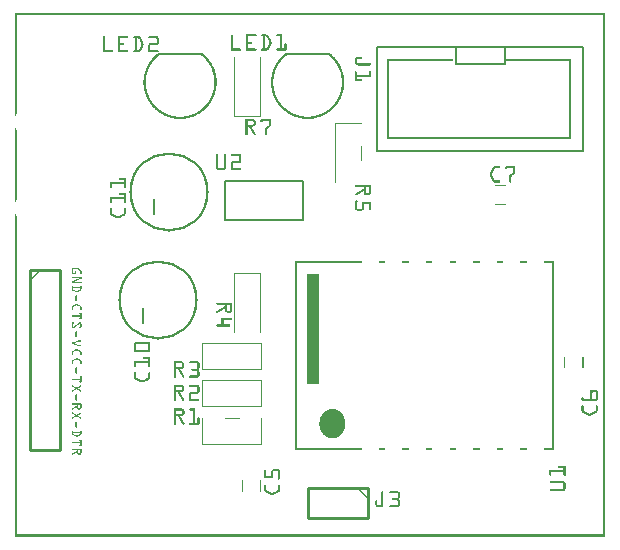
<source format=gto>
G04 MADE WITH FRITZING*
G04 WWW.FRITZING.ORG*
G04 DOUBLE SIDED*
G04 HOLES PLATED*
G04 CONTOUR ON CENTER OF CONTOUR VECTOR*
%ASAXBY*%
%FSLAX23Y23*%
%MOIN*%
%OFA0B0*%
%SFA1.0B1.0*%
%ADD10C,0.263906X0.247906*%
%ADD11R,0.695200X0.354200X0.679200X0.338200*%
%ADD12C,0.008000*%
%ADD13R,0.173200X0.063000X0.157200X0.047000*%
%ADD14R,0.039343X0.369546*%
%ADD15C,0.010000*%
%ADD16C,0.007874*%
%ADD17R,0.001000X0.001000*%
%LNSILK1*%
G90*
G70*
G54D10*
X514Y1152D03*
X476Y790D03*
G54D12*
X1208Y1633D02*
X1895Y1633D01*
X1895Y1287D01*
X1208Y1287D01*
X1208Y1633D01*
D02*
X1469Y1633D02*
X1634Y1633D01*
X1634Y1578D01*
X1469Y1578D01*
X1469Y1633D01*
D02*
G54D14*
X995Y696D03*
G54D15*
X1176Y165D02*
X976Y165D01*
D02*
X976Y165D02*
X976Y65D01*
D02*
X976Y65D02*
X1176Y65D01*
D02*
X1176Y65D02*
X1176Y165D01*
D02*
X51Y890D02*
X51Y290D01*
D02*
X51Y290D02*
X151Y290D01*
D02*
X151Y290D02*
X151Y890D01*
D02*
X151Y890D02*
X51Y890D01*
G54D12*
D02*
X464Y1127D02*
X464Y1077D01*
D02*
X426Y765D02*
X426Y715D01*
D02*
X959Y1189D02*
X959Y1059D01*
D02*
X959Y1059D02*
X701Y1059D01*
D02*
X701Y1059D02*
X701Y1189D01*
D02*
X701Y1189D02*
X959Y1189D01*
G54D16*
X622Y1611D02*
X480Y1611D01*
D02*
X1047Y1611D02*
X905Y1611D01*
D02*
G54D17*
X0Y1747D02*
X1967Y1747D01*
X0Y1746D02*
X1967Y1746D01*
X0Y1745D02*
X1967Y1745D01*
X0Y1744D02*
X1967Y1744D01*
X0Y1743D02*
X1967Y1743D01*
X0Y1742D02*
X1967Y1742D01*
X0Y1741D02*
X1967Y1741D01*
X0Y1740D02*
X1967Y1740D01*
X0Y1739D02*
X7Y1739D01*
X1960Y1739D02*
X1967Y1739D01*
X0Y1738D02*
X7Y1738D01*
X1960Y1738D02*
X1967Y1738D01*
X0Y1737D02*
X7Y1737D01*
X1960Y1737D02*
X1967Y1737D01*
X0Y1736D02*
X7Y1736D01*
X1960Y1736D02*
X1967Y1736D01*
X0Y1735D02*
X7Y1735D01*
X1960Y1735D02*
X1967Y1735D01*
X0Y1734D02*
X7Y1734D01*
X1960Y1734D02*
X1967Y1734D01*
X0Y1733D02*
X7Y1733D01*
X1960Y1733D02*
X1967Y1733D01*
X0Y1732D02*
X7Y1732D01*
X1960Y1732D02*
X1967Y1732D01*
X0Y1731D02*
X7Y1731D01*
X1960Y1731D02*
X1967Y1731D01*
X0Y1730D02*
X7Y1730D01*
X1960Y1730D02*
X1967Y1730D01*
X0Y1729D02*
X7Y1729D01*
X1960Y1729D02*
X1967Y1729D01*
X0Y1728D02*
X7Y1728D01*
X1960Y1728D02*
X1967Y1728D01*
X0Y1727D02*
X7Y1727D01*
X1960Y1727D02*
X1967Y1727D01*
X0Y1726D02*
X7Y1726D01*
X1960Y1726D02*
X1967Y1726D01*
X0Y1725D02*
X7Y1725D01*
X1960Y1725D02*
X1967Y1725D01*
X0Y1724D02*
X7Y1724D01*
X1960Y1724D02*
X1967Y1724D01*
X0Y1723D02*
X7Y1723D01*
X1960Y1723D02*
X1967Y1723D01*
X0Y1722D02*
X7Y1722D01*
X1960Y1722D02*
X1967Y1722D01*
X0Y1721D02*
X7Y1721D01*
X1960Y1721D02*
X1967Y1721D01*
X0Y1720D02*
X7Y1720D01*
X1960Y1720D02*
X1967Y1720D01*
X0Y1719D02*
X7Y1719D01*
X1960Y1719D02*
X1967Y1719D01*
X0Y1718D02*
X7Y1718D01*
X1960Y1718D02*
X1967Y1718D01*
X0Y1717D02*
X7Y1717D01*
X1960Y1717D02*
X1967Y1717D01*
X0Y1716D02*
X7Y1716D01*
X1960Y1716D02*
X1967Y1716D01*
X0Y1715D02*
X7Y1715D01*
X1960Y1715D02*
X1967Y1715D01*
X0Y1714D02*
X7Y1714D01*
X1960Y1714D02*
X1967Y1714D01*
X0Y1713D02*
X7Y1713D01*
X1960Y1713D02*
X1967Y1713D01*
X0Y1712D02*
X7Y1712D01*
X1960Y1712D02*
X1967Y1712D01*
X0Y1711D02*
X7Y1711D01*
X1960Y1711D02*
X1967Y1711D01*
X0Y1710D02*
X7Y1710D01*
X1960Y1710D02*
X1967Y1710D01*
X0Y1709D02*
X7Y1709D01*
X1960Y1709D02*
X1967Y1709D01*
X0Y1708D02*
X7Y1708D01*
X1960Y1708D02*
X1967Y1708D01*
X0Y1707D02*
X7Y1707D01*
X1960Y1707D02*
X1967Y1707D01*
X0Y1706D02*
X7Y1706D01*
X1960Y1706D02*
X1967Y1706D01*
X0Y1705D02*
X7Y1705D01*
X1960Y1705D02*
X1967Y1705D01*
X0Y1704D02*
X7Y1704D01*
X1960Y1704D02*
X1967Y1704D01*
X0Y1703D02*
X7Y1703D01*
X1960Y1703D02*
X1967Y1703D01*
X0Y1702D02*
X7Y1702D01*
X1960Y1702D02*
X1967Y1702D01*
X0Y1701D02*
X7Y1701D01*
X1960Y1701D02*
X1967Y1701D01*
X0Y1700D02*
X7Y1700D01*
X1960Y1700D02*
X1967Y1700D01*
X0Y1699D02*
X7Y1699D01*
X1960Y1699D02*
X1967Y1699D01*
X0Y1698D02*
X7Y1698D01*
X1960Y1698D02*
X1967Y1698D01*
X0Y1697D02*
X7Y1697D01*
X1960Y1697D02*
X1967Y1697D01*
X0Y1696D02*
X7Y1696D01*
X1960Y1696D02*
X1967Y1696D01*
X0Y1695D02*
X7Y1695D01*
X1960Y1695D02*
X1967Y1695D01*
X0Y1694D02*
X7Y1694D01*
X1960Y1694D02*
X1967Y1694D01*
X0Y1693D02*
X7Y1693D01*
X1960Y1693D02*
X1967Y1693D01*
X0Y1692D02*
X7Y1692D01*
X1960Y1692D02*
X1967Y1692D01*
X0Y1691D02*
X7Y1691D01*
X1960Y1691D02*
X1967Y1691D01*
X0Y1690D02*
X7Y1690D01*
X1960Y1690D02*
X1967Y1690D01*
X0Y1689D02*
X7Y1689D01*
X1960Y1689D02*
X1967Y1689D01*
X0Y1688D02*
X7Y1688D01*
X1960Y1688D02*
X1967Y1688D01*
X0Y1687D02*
X7Y1687D01*
X1960Y1687D02*
X1967Y1687D01*
X0Y1686D02*
X7Y1686D01*
X1960Y1686D02*
X1967Y1686D01*
X0Y1685D02*
X7Y1685D01*
X1960Y1685D02*
X1967Y1685D01*
X0Y1684D02*
X7Y1684D01*
X1960Y1684D02*
X1967Y1684D01*
X0Y1683D02*
X7Y1683D01*
X1960Y1683D02*
X1967Y1683D01*
X0Y1682D02*
X7Y1682D01*
X1960Y1682D02*
X1967Y1682D01*
X0Y1681D02*
X7Y1681D01*
X1960Y1681D02*
X1967Y1681D01*
X0Y1680D02*
X7Y1680D01*
X1960Y1680D02*
X1967Y1680D01*
X0Y1679D02*
X7Y1679D01*
X1960Y1679D02*
X1967Y1679D01*
X0Y1678D02*
X7Y1678D01*
X1960Y1678D02*
X1967Y1678D01*
X0Y1677D02*
X7Y1677D01*
X1960Y1677D02*
X1967Y1677D01*
X0Y1676D02*
X7Y1676D01*
X724Y1676D02*
X724Y1676D01*
X771Y1676D02*
X802Y1676D01*
X824Y1676D02*
X838Y1676D01*
X874Y1676D02*
X891Y1676D01*
X1960Y1676D02*
X1967Y1676D01*
X0Y1675D02*
X7Y1675D01*
X722Y1675D02*
X726Y1675D01*
X771Y1675D02*
X804Y1675D01*
X822Y1675D02*
X841Y1675D01*
X872Y1675D02*
X891Y1675D01*
X1960Y1675D02*
X1967Y1675D01*
X0Y1674D02*
X7Y1674D01*
X721Y1674D02*
X727Y1674D01*
X771Y1674D02*
X804Y1674D01*
X822Y1674D02*
X843Y1674D01*
X872Y1674D02*
X891Y1674D01*
X1960Y1674D02*
X1967Y1674D01*
X0Y1673D02*
X7Y1673D01*
X721Y1673D02*
X727Y1673D01*
X771Y1673D02*
X805Y1673D01*
X821Y1673D02*
X844Y1673D01*
X872Y1673D02*
X891Y1673D01*
X1960Y1673D02*
X1967Y1673D01*
X0Y1672D02*
X7Y1672D01*
X721Y1672D02*
X727Y1672D01*
X771Y1672D02*
X805Y1672D01*
X821Y1672D02*
X845Y1672D01*
X872Y1672D02*
X891Y1672D01*
X1960Y1672D02*
X1967Y1672D01*
X0Y1671D02*
X7Y1671D01*
X721Y1671D02*
X727Y1671D01*
X771Y1671D02*
X804Y1671D01*
X822Y1671D02*
X846Y1671D01*
X872Y1671D02*
X891Y1671D01*
X1960Y1671D02*
X1967Y1671D01*
X0Y1670D02*
X7Y1670D01*
X297Y1670D02*
X298Y1670D01*
X345Y1670D02*
X376Y1670D01*
X397Y1670D02*
X412Y1670D01*
X448Y1670D02*
X473Y1670D01*
X721Y1670D02*
X727Y1670D01*
X771Y1670D02*
X803Y1670D01*
X823Y1670D02*
X846Y1670D01*
X873Y1670D02*
X891Y1670D01*
X1960Y1670D02*
X1967Y1670D01*
X0Y1669D02*
X7Y1669D01*
X295Y1669D02*
X300Y1669D01*
X345Y1669D02*
X377Y1669D01*
X396Y1669D02*
X415Y1669D01*
X446Y1669D02*
X476Y1669D01*
X721Y1669D02*
X727Y1669D01*
X771Y1669D02*
X777Y1669D01*
X828Y1669D02*
X834Y1669D01*
X839Y1669D02*
X847Y1669D01*
X885Y1669D02*
X891Y1669D01*
X1960Y1669D02*
X1967Y1669D01*
X0Y1668D02*
X7Y1668D01*
X295Y1668D02*
X300Y1668D01*
X345Y1668D02*
X378Y1668D01*
X395Y1668D02*
X417Y1668D01*
X445Y1668D02*
X477Y1668D01*
X721Y1668D02*
X727Y1668D01*
X771Y1668D02*
X777Y1668D01*
X828Y1668D02*
X834Y1668D01*
X840Y1668D02*
X847Y1668D01*
X885Y1668D02*
X891Y1668D01*
X1960Y1668D02*
X1967Y1668D01*
X0Y1667D02*
X7Y1667D01*
X295Y1667D02*
X301Y1667D01*
X345Y1667D02*
X378Y1667D01*
X395Y1667D02*
X418Y1667D01*
X445Y1667D02*
X478Y1667D01*
X721Y1667D02*
X727Y1667D01*
X771Y1667D02*
X777Y1667D01*
X828Y1667D02*
X834Y1667D01*
X841Y1667D02*
X848Y1667D01*
X885Y1667D02*
X891Y1667D01*
X1960Y1667D02*
X1967Y1667D01*
X0Y1666D02*
X7Y1666D01*
X295Y1666D02*
X301Y1666D01*
X345Y1666D02*
X378Y1666D01*
X395Y1666D02*
X419Y1666D01*
X445Y1666D02*
X478Y1666D01*
X721Y1666D02*
X727Y1666D01*
X771Y1666D02*
X777Y1666D01*
X828Y1666D02*
X834Y1666D01*
X841Y1666D02*
X848Y1666D01*
X885Y1666D02*
X891Y1666D01*
X1960Y1666D02*
X1967Y1666D01*
X0Y1665D02*
X7Y1665D01*
X295Y1665D02*
X301Y1665D01*
X345Y1665D02*
X378Y1665D01*
X395Y1665D02*
X419Y1665D01*
X446Y1665D02*
X478Y1665D01*
X721Y1665D02*
X727Y1665D01*
X771Y1665D02*
X777Y1665D01*
X828Y1665D02*
X834Y1665D01*
X842Y1665D02*
X849Y1665D01*
X885Y1665D02*
X891Y1665D01*
X1960Y1665D02*
X1967Y1665D01*
X0Y1664D02*
X7Y1664D01*
X295Y1664D02*
X301Y1664D01*
X345Y1664D02*
X377Y1664D01*
X396Y1664D02*
X420Y1664D01*
X447Y1664D02*
X479Y1664D01*
X721Y1664D02*
X727Y1664D01*
X771Y1664D02*
X777Y1664D01*
X828Y1664D02*
X834Y1664D01*
X842Y1664D02*
X849Y1664D01*
X885Y1664D02*
X891Y1664D01*
X1960Y1664D02*
X1967Y1664D01*
X0Y1663D02*
X7Y1663D01*
X295Y1663D02*
X301Y1663D01*
X345Y1663D02*
X351Y1663D01*
X402Y1663D02*
X408Y1663D01*
X412Y1663D02*
X420Y1663D01*
X472Y1663D02*
X479Y1663D01*
X721Y1663D02*
X727Y1663D01*
X771Y1663D02*
X777Y1663D01*
X828Y1663D02*
X834Y1663D01*
X843Y1663D02*
X850Y1663D01*
X885Y1663D02*
X891Y1663D01*
X1960Y1663D02*
X1967Y1663D01*
X0Y1662D02*
X7Y1662D01*
X295Y1662D02*
X301Y1662D01*
X345Y1662D02*
X351Y1662D01*
X402Y1662D02*
X408Y1662D01*
X414Y1662D02*
X421Y1662D01*
X473Y1662D02*
X479Y1662D01*
X721Y1662D02*
X727Y1662D01*
X771Y1662D02*
X777Y1662D01*
X828Y1662D02*
X834Y1662D01*
X843Y1662D02*
X850Y1662D01*
X885Y1662D02*
X891Y1662D01*
X1960Y1662D02*
X1967Y1662D01*
X0Y1661D02*
X7Y1661D01*
X295Y1661D02*
X301Y1661D01*
X345Y1661D02*
X351Y1661D01*
X402Y1661D02*
X408Y1661D01*
X415Y1661D02*
X421Y1661D01*
X473Y1661D02*
X479Y1661D01*
X721Y1661D02*
X727Y1661D01*
X771Y1661D02*
X777Y1661D01*
X828Y1661D02*
X834Y1661D01*
X844Y1661D02*
X851Y1661D01*
X885Y1661D02*
X891Y1661D01*
X1960Y1661D02*
X1967Y1661D01*
X0Y1660D02*
X7Y1660D01*
X295Y1660D02*
X301Y1660D01*
X345Y1660D02*
X351Y1660D01*
X402Y1660D02*
X408Y1660D01*
X415Y1660D02*
X422Y1660D01*
X473Y1660D02*
X479Y1660D01*
X721Y1660D02*
X727Y1660D01*
X771Y1660D02*
X777Y1660D01*
X828Y1660D02*
X834Y1660D01*
X844Y1660D02*
X851Y1660D01*
X885Y1660D02*
X891Y1660D01*
X1960Y1660D02*
X1967Y1660D01*
X0Y1659D02*
X7Y1659D01*
X295Y1659D02*
X301Y1659D01*
X345Y1659D02*
X351Y1659D01*
X402Y1659D02*
X408Y1659D01*
X416Y1659D02*
X422Y1659D01*
X473Y1659D02*
X479Y1659D01*
X721Y1659D02*
X727Y1659D01*
X771Y1659D02*
X777Y1659D01*
X828Y1659D02*
X834Y1659D01*
X845Y1659D02*
X852Y1659D01*
X885Y1659D02*
X891Y1659D01*
X1960Y1659D02*
X1967Y1659D01*
X0Y1658D02*
X7Y1658D01*
X295Y1658D02*
X301Y1658D01*
X345Y1658D02*
X351Y1658D01*
X402Y1658D02*
X408Y1658D01*
X416Y1658D02*
X423Y1658D01*
X473Y1658D02*
X479Y1658D01*
X721Y1658D02*
X727Y1658D01*
X771Y1658D02*
X777Y1658D01*
X828Y1658D02*
X834Y1658D01*
X845Y1658D02*
X852Y1658D01*
X885Y1658D02*
X891Y1658D01*
X1960Y1658D02*
X1967Y1658D01*
X0Y1657D02*
X7Y1657D01*
X295Y1657D02*
X301Y1657D01*
X345Y1657D02*
X351Y1657D01*
X402Y1657D02*
X408Y1657D01*
X417Y1657D02*
X423Y1657D01*
X473Y1657D02*
X479Y1657D01*
X721Y1657D02*
X727Y1657D01*
X771Y1657D02*
X777Y1657D01*
X828Y1657D02*
X834Y1657D01*
X846Y1657D02*
X853Y1657D01*
X885Y1657D02*
X891Y1657D01*
X1960Y1657D02*
X1967Y1657D01*
X0Y1656D02*
X7Y1656D01*
X295Y1656D02*
X301Y1656D01*
X345Y1656D02*
X351Y1656D01*
X402Y1656D02*
X408Y1656D01*
X417Y1656D02*
X424Y1656D01*
X473Y1656D02*
X479Y1656D01*
X721Y1656D02*
X727Y1656D01*
X771Y1656D02*
X777Y1656D01*
X828Y1656D02*
X834Y1656D01*
X846Y1656D02*
X853Y1656D01*
X885Y1656D02*
X891Y1656D01*
X1960Y1656D02*
X1967Y1656D01*
X0Y1655D02*
X7Y1655D01*
X295Y1655D02*
X301Y1655D01*
X345Y1655D02*
X351Y1655D01*
X402Y1655D02*
X408Y1655D01*
X418Y1655D02*
X424Y1655D01*
X473Y1655D02*
X479Y1655D01*
X721Y1655D02*
X727Y1655D01*
X771Y1655D02*
X777Y1655D01*
X828Y1655D02*
X834Y1655D01*
X847Y1655D02*
X854Y1655D01*
X885Y1655D02*
X891Y1655D01*
X1960Y1655D02*
X1967Y1655D01*
X0Y1654D02*
X7Y1654D01*
X295Y1654D02*
X301Y1654D01*
X345Y1654D02*
X351Y1654D01*
X402Y1654D02*
X408Y1654D01*
X418Y1654D02*
X425Y1654D01*
X473Y1654D02*
X479Y1654D01*
X721Y1654D02*
X727Y1654D01*
X771Y1654D02*
X777Y1654D01*
X828Y1654D02*
X834Y1654D01*
X847Y1654D02*
X854Y1654D01*
X885Y1654D02*
X891Y1654D01*
X1960Y1654D02*
X1967Y1654D01*
X0Y1653D02*
X7Y1653D01*
X295Y1653D02*
X301Y1653D01*
X345Y1653D02*
X351Y1653D01*
X402Y1653D02*
X408Y1653D01*
X419Y1653D02*
X425Y1653D01*
X473Y1653D02*
X479Y1653D01*
X721Y1653D02*
X727Y1653D01*
X771Y1653D02*
X777Y1653D01*
X828Y1653D02*
X834Y1653D01*
X848Y1653D02*
X854Y1653D01*
X885Y1653D02*
X891Y1653D01*
X1960Y1653D02*
X1967Y1653D01*
X0Y1652D02*
X7Y1652D01*
X295Y1652D02*
X301Y1652D01*
X345Y1652D02*
X351Y1652D01*
X402Y1652D02*
X408Y1652D01*
X419Y1652D02*
X426Y1652D01*
X473Y1652D02*
X479Y1652D01*
X721Y1652D02*
X727Y1652D01*
X771Y1652D02*
X789Y1652D01*
X828Y1652D02*
X834Y1652D01*
X848Y1652D02*
X855Y1652D01*
X885Y1652D02*
X891Y1652D01*
X1960Y1652D02*
X1967Y1652D01*
X0Y1651D02*
X7Y1651D01*
X295Y1651D02*
X301Y1651D01*
X345Y1651D02*
X351Y1651D01*
X402Y1651D02*
X408Y1651D01*
X420Y1651D02*
X426Y1651D01*
X473Y1651D02*
X479Y1651D01*
X721Y1651D02*
X727Y1651D01*
X771Y1651D02*
X790Y1651D01*
X828Y1651D02*
X834Y1651D01*
X849Y1651D02*
X855Y1651D01*
X885Y1651D02*
X891Y1651D01*
X1960Y1651D02*
X1967Y1651D01*
X0Y1650D02*
X7Y1650D01*
X295Y1650D02*
X301Y1650D01*
X345Y1650D02*
X351Y1650D01*
X402Y1650D02*
X408Y1650D01*
X420Y1650D02*
X427Y1650D01*
X473Y1650D02*
X479Y1650D01*
X721Y1650D02*
X727Y1650D01*
X771Y1650D02*
X791Y1650D01*
X828Y1650D02*
X834Y1650D01*
X849Y1650D02*
X855Y1650D01*
X885Y1650D02*
X891Y1650D01*
X1960Y1650D02*
X1967Y1650D01*
X0Y1649D02*
X7Y1649D01*
X295Y1649D02*
X301Y1649D01*
X345Y1649D02*
X351Y1649D01*
X402Y1649D02*
X408Y1649D01*
X421Y1649D02*
X427Y1649D01*
X473Y1649D02*
X479Y1649D01*
X721Y1649D02*
X727Y1649D01*
X771Y1649D02*
X791Y1649D01*
X828Y1649D02*
X834Y1649D01*
X849Y1649D02*
X855Y1649D01*
X885Y1649D02*
X891Y1649D01*
X1960Y1649D02*
X1967Y1649D01*
X0Y1648D02*
X7Y1648D01*
X295Y1648D02*
X301Y1648D01*
X345Y1648D02*
X351Y1648D01*
X402Y1648D02*
X408Y1648D01*
X421Y1648D02*
X428Y1648D01*
X473Y1648D02*
X479Y1648D01*
X721Y1648D02*
X727Y1648D01*
X771Y1648D02*
X791Y1648D01*
X828Y1648D02*
X834Y1648D01*
X849Y1648D02*
X855Y1648D01*
X885Y1648D02*
X891Y1648D01*
X1960Y1648D02*
X1967Y1648D01*
X0Y1647D02*
X7Y1647D01*
X295Y1647D02*
X301Y1647D01*
X345Y1647D02*
X351Y1647D01*
X402Y1647D02*
X408Y1647D01*
X422Y1647D02*
X428Y1647D01*
X473Y1647D02*
X479Y1647D01*
X721Y1647D02*
X727Y1647D01*
X771Y1647D02*
X790Y1647D01*
X828Y1647D02*
X834Y1647D01*
X849Y1647D02*
X855Y1647D01*
X885Y1647D02*
X891Y1647D01*
X1960Y1647D02*
X1967Y1647D01*
X0Y1646D02*
X7Y1646D01*
X295Y1646D02*
X301Y1646D01*
X345Y1646D02*
X363Y1646D01*
X402Y1646D02*
X408Y1646D01*
X422Y1646D02*
X428Y1646D01*
X449Y1646D02*
X479Y1646D01*
X721Y1646D02*
X727Y1646D01*
X771Y1646D02*
X789Y1646D01*
X828Y1646D02*
X834Y1646D01*
X848Y1646D02*
X855Y1646D01*
X885Y1646D02*
X891Y1646D01*
X901Y1646D02*
X904Y1646D01*
X1960Y1646D02*
X1967Y1646D01*
X0Y1645D02*
X7Y1645D01*
X295Y1645D02*
X301Y1645D01*
X345Y1645D02*
X364Y1645D01*
X402Y1645D02*
X408Y1645D01*
X422Y1645D02*
X428Y1645D01*
X448Y1645D02*
X478Y1645D01*
X721Y1645D02*
X727Y1645D01*
X771Y1645D02*
X777Y1645D01*
X828Y1645D02*
X834Y1645D01*
X848Y1645D02*
X854Y1645D01*
X885Y1645D02*
X891Y1645D01*
X900Y1645D02*
X904Y1645D01*
X1960Y1645D02*
X1967Y1645D01*
X0Y1644D02*
X7Y1644D01*
X295Y1644D02*
X301Y1644D01*
X345Y1644D02*
X364Y1644D01*
X402Y1644D02*
X408Y1644D01*
X422Y1644D02*
X428Y1644D01*
X447Y1644D02*
X478Y1644D01*
X721Y1644D02*
X727Y1644D01*
X771Y1644D02*
X777Y1644D01*
X828Y1644D02*
X834Y1644D01*
X847Y1644D02*
X854Y1644D01*
X885Y1644D02*
X891Y1644D01*
X899Y1644D02*
X905Y1644D01*
X1960Y1644D02*
X1967Y1644D01*
X0Y1643D02*
X7Y1643D01*
X295Y1643D02*
X301Y1643D01*
X345Y1643D02*
X364Y1643D01*
X402Y1643D02*
X408Y1643D01*
X422Y1643D02*
X429Y1643D01*
X446Y1643D02*
X478Y1643D01*
X721Y1643D02*
X727Y1643D01*
X771Y1643D02*
X777Y1643D01*
X828Y1643D02*
X834Y1643D01*
X847Y1643D02*
X854Y1643D01*
X885Y1643D02*
X891Y1643D01*
X899Y1643D02*
X905Y1643D01*
X1960Y1643D02*
X1967Y1643D01*
X0Y1642D02*
X7Y1642D01*
X295Y1642D02*
X301Y1642D01*
X345Y1642D02*
X364Y1642D01*
X402Y1642D02*
X408Y1642D01*
X422Y1642D02*
X428Y1642D01*
X446Y1642D02*
X477Y1642D01*
X721Y1642D02*
X727Y1642D01*
X771Y1642D02*
X777Y1642D01*
X828Y1642D02*
X834Y1642D01*
X846Y1642D02*
X853Y1642D01*
X885Y1642D02*
X891Y1642D01*
X899Y1642D02*
X905Y1642D01*
X1960Y1642D02*
X1967Y1642D01*
X0Y1641D02*
X7Y1641D01*
X295Y1641D02*
X301Y1641D01*
X345Y1641D02*
X364Y1641D01*
X402Y1641D02*
X408Y1641D01*
X422Y1641D02*
X428Y1641D01*
X445Y1641D02*
X476Y1641D01*
X721Y1641D02*
X727Y1641D01*
X771Y1641D02*
X777Y1641D01*
X828Y1641D02*
X834Y1641D01*
X846Y1641D02*
X853Y1641D01*
X885Y1641D02*
X891Y1641D01*
X899Y1641D02*
X905Y1641D01*
X1960Y1641D02*
X1967Y1641D01*
X0Y1640D02*
X7Y1640D01*
X295Y1640D02*
X301Y1640D01*
X345Y1640D02*
X362Y1640D01*
X402Y1640D02*
X408Y1640D01*
X422Y1640D02*
X428Y1640D01*
X445Y1640D02*
X474Y1640D01*
X721Y1640D02*
X727Y1640D01*
X771Y1640D02*
X777Y1640D01*
X828Y1640D02*
X834Y1640D01*
X845Y1640D02*
X852Y1640D01*
X885Y1640D02*
X891Y1640D01*
X899Y1640D02*
X905Y1640D01*
X1960Y1640D02*
X1967Y1640D01*
X0Y1639D02*
X7Y1639D01*
X295Y1639D02*
X301Y1639D01*
X345Y1639D02*
X351Y1639D01*
X402Y1639D02*
X408Y1639D01*
X421Y1639D02*
X428Y1639D01*
X445Y1639D02*
X451Y1639D01*
X721Y1639D02*
X727Y1639D01*
X771Y1639D02*
X777Y1639D01*
X828Y1639D02*
X834Y1639D01*
X845Y1639D02*
X852Y1639D01*
X885Y1639D02*
X891Y1639D01*
X899Y1639D02*
X905Y1639D01*
X1960Y1639D02*
X1967Y1639D01*
X0Y1638D02*
X7Y1638D01*
X295Y1638D02*
X301Y1638D01*
X345Y1638D02*
X351Y1638D01*
X402Y1638D02*
X408Y1638D01*
X421Y1638D02*
X428Y1638D01*
X445Y1638D02*
X451Y1638D01*
X721Y1638D02*
X727Y1638D01*
X771Y1638D02*
X777Y1638D01*
X828Y1638D02*
X834Y1638D01*
X844Y1638D02*
X851Y1638D01*
X885Y1638D02*
X891Y1638D01*
X899Y1638D02*
X905Y1638D01*
X1960Y1638D02*
X1967Y1638D01*
X0Y1637D02*
X7Y1637D01*
X295Y1637D02*
X301Y1637D01*
X345Y1637D02*
X351Y1637D01*
X402Y1637D02*
X408Y1637D01*
X420Y1637D02*
X427Y1637D01*
X445Y1637D02*
X451Y1637D01*
X721Y1637D02*
X727Y1637D01*
X771Y1637D02*
X777Y1637D01*
X828Y1637D02*
X834Y1637D01*
X844Y1637D02*
X851Y1637D01*
X885Y1637D02*
X891Y1637D01*
X899Y1637D02*
X905Y1637D01*
X1960Y1637D02*
X1967Y1637D01*
X0Y1636D02*
X7Y1636D01*
X295Y1636D02*
X301Y1636D01*
X345Y1636D02*
X351Y1636D01*
X402Y1636D02*
X408Y1636D01*
X420Y1636D02*
X427Y1636D01*
X445Y1636D02*
X451Y1636D01*
X721Y1636D02*
X727Y1636D01*
X771Y1636D02*
X777Y1636D01*
X828Y1636D02*
X834Y1636D01*
X843Y1636D02*
X850Y1636D01*
X885Y1636D02*
X891Y1636D01*
X899Y1636D02*
X905Y1636D01*
X1960Y1636D02*
X1967Y1636D01*
X0Y1635D02*
X7Y1635D01*
X295Y1635D02*
X301Y1635D01*
X345Y1635D02*
X351Y1635D01*
X402Y1635D02*
X408Y1635D01*
X419Y1635D02*
X426Y1635D01*
X445Y1635D02*
X451Y1635D01*
X721Y1635D02*
X727Y1635D01*
X771Y1635D02*
X777Y1635D01*
X828Y1635D02*
X834Y1635D01*
X843Y1635D02*
X850Y1635D01*
X885Y1635D02*
X891Y1635D01*
X899Y1635D02*
X905Y1635D01*
X1960Y1635D02*
X1967Y1635D01*
X0Y1634D02*
X7Y1634D01*
X295Y1634D02*
X301Y1634D01*
X345Y1634D02*
X351Y1634D01*
X402Y1634D02*
X408Y1634D01*
X419Y1634D02*
X426Y1634D01*
X445Y1634D02*
X451Y1634D01*
X721Y1634D02*
X727Y1634D01*
X771Y1634D02*
X777Y1634D01*
X828Y1634D02*
X834Y1634D01*
X842Y1634D02*
X849Y1634D01*
X885Y1634D02*
X891Y1634D01*
X899Y1634D02*
X905Y1634D01*
X1960Y1634D02*
X1967Y1634D01*
X0Y1633D02*
X7Y1633D01*
X295Y1633D02*
X301Y1633D01*
X345Y1633D02*
X351Y1633D01*
X402Y1633D02*
X408Y1633D01*
X418Y1633D02*
X425Y1633D01*
X445Y1633D02*
X451Y1633D01*
X721Y1633D02*
X727Y1633D01*
X771Y1633D02*
X777Y1633D01*
X828Y1633D02*
X834Y1633D01*
X842Y1633D02*
X849Y1633D01*
X885Y1633D02*
X891Y1633D01*
X899Y1633D02*
X905Y1633D01*
X1960Y1633D02*
X1967Y1633D01*
X0Y1632D02*
X7Y1632D01*
X295Y1632D02*
X301Y1632D01*
X345Y1632D02*
X351Y1632D01*
X402Y1632D02*
X408Y1632D01*
X418Y1632D02*
X425Y1632D01*
X445Y1632D02*
X451Y1632D01*
X721Y1632D02*
X727Y1632D01*
X771Y1632D02*
X777Y1632D01*
X828Y1632D02*
X834Y1632D01*
X841Y1632D02*
X848Y1632D01*
X885Y1632D02*
X891Y1632D01*
X899Y1632D02*
X905Y1632D01*
X1960Y1632D02*
X1967Y1632D01*
X0Y1631D02*
X7Y1631D01*
X295Y1631D02*
X301Y1631D01*
X345Y1631D02*
X351Y1631D01*
X402Y1631D02*
X408Y1631D01*
X417Y1631D02*
X424Y1631D01*
X445Y1631D02*
X451Y1631D01*
X721Y1631D02*
X727Y1631D01*
X771Y1631D02*
X777Y1631D01*
X828Y1631D02*
X834Y1631D01*
X841Y1631D02*
X848Y1631D01*
X885Y1631D02*
X891Y1631D01*
X899Y1631D02*
X905Y1631D01*
X1960Y1631D02*
X1967Y1631D01*
X0Y1630D02*
X7Y1630D01*
X295Y1630D02*
X301Y1630D01*
X345Y1630D02*
X351Y1630D01*
X402Y1630D02*
X408Y1630D01*
X417Y1630D02*
X424Y1630D01*
X445Y1630D02*
X451Y1630D01*
X721Y1630D02*
X727Y1630D01*
X771Y1630D02*
X777Y1630D01*
X828Y1630D02*
X834Y1630D01*
X840Y1630D02*
X847Y1630D01*
X885Y1630D02*
X891Y1630D01*
X899Y1630D02*
X905Y1630D01*
X1960Y1630D02*
X1967Y1630D01*
X0Y1629D02*
X7Y1629D01*
X295Y1629D02*
X301Y1629D01*
X345Y1629D02*
X351Y1629D01*
X402Y1629D02*
X408Y1629D01*
X416Y1629D02*
X423Y1629D01*
X445Y1629D02*
X451Y1629D01*
X721Y1629D02*
X751Y1629D01*
X771Y1629D02*
X801Y1629D01*
X825Y1629D02*
X847Y1629D01*
X875Y1629D02*
X905Y1629D01*
X1960Y1629D02*
X1967Y1629D01*
X0Y1628D02*
X7Y1628D01*
X295Y1628D02*
X301Y1628D01*
X345Y1628D02*
X351Y1628D01*
X402Y1628D02*
X408Y1628D01*
X416Y1628D02*
X423Y1628D01*
X445Y1628D02*
X451Y1628D01*
X721Y1628D02*
X753Y1628D01*
X771Y1628D02*
X804Y1628D01*
X822Y1628D02*
X846Y1628D01*
X873Y1628D02*
X905Y1628D01*
X1960Y1628D02*
X1967Y1628D01*
X0Y1627D02*
X7Y1627D01*
X295Y1627D02*
X301Y1627D01*
X345Y1627D02*
X351Y1627D01*
X402Y1627D02*
X408Y1627D01*
X415Y1627D02*
X422Y1627D01*
X445Y1627D02*
X451Y1627D01*
X721Y1627D02*
X754Y1627D01*
X771Y1627D02*
X804Y1627D01*
X822Y1627D02*
X846Y1627D01*
X872Y1627D02*
X905Y1627D01*
X1960Y1627D02*
X1967Y1627D01*
X0Y1626D02*
X7Y1626D01*
X295Y1626D02*
X301Y1626D01*
X345Y1626D02*
X351Y1626D01*
X402Y1626D02*
X408Y1626D01*
X415Y1626D02*
X422Y1626D01*
X445Y1626D02*
X451Y1626D01*
X721Y1626D02*
X754Y1626D01*
X771Y1626D02*
X805Y1626D01*
X821Y1626D02*
X845Y1626D01*
X872Y1626D02*
X905Y1626D01*
X1960Y1626D02*
X1967Y1626D01*
X0Y1625D02*
X7Y1625D01*
X295Y1625D02*
X301Y1625D01*
X345Y1625D02*
X351Y1625D01*
X402Y1625D02*
X408Y1625D01*
X414Y1625D02*
X421Y1625D01*
X445Y1625D02*
X451Y1625D01*
X721Y1625D02*
X754Y1625D01*
X771Y1625D02*
X805Y1625D01*
X821Y1625D02*
X844Y1625D01*
X872Y1625D02*
X905Y1625D01*
X1960Y1625D02*
X1967Y1625D01*
X0Y1624D02*
X7Y1624D01*
X295Y1624D02*
X301Y1624D01*
X345Y1624D02*
X351Y1624D01*
X402Y1624D02*
X408Y1624D01*
X414Y1624D02*
X421Y1624D01*
X445Y1624D02*
X451Y1624D01*
X721Y1624D02*
X754Y1624D01*
X771Y1624D02*
X804Y1624D01*
X822Y1624D02*
X843Y1624D01*
X872Y1624D02*
X905Y1624D01*
X1960Y1624D02*
X1967Y1624D01*
X0Y1623D02*
X7Y1623D01*
X295Y1623D02*
X325Y1623D01*
X345Y1623D02*
X375Y1623D01*
X398Y1623D02*
X420Y1623D01*
X445Y1623D02*
X476Y1623D01*
X721Y1623D02*
X753Y1623D01*
X771Y1623D02*
X804Y1623D01*
X822Y1623D02*
X841Y1623D01*
X873Y1623D02*
X904Y1623D01*
X1960Y1623D02*
X1967Y1623D01*
X0Y1622D02*
X7Y1622D01*
X295Y1622D02*
X327Y1622D01*
X345Y1622D02*
X377Y1622D01*
X396Y1622D02*
X420Y1622D01*
X445Y1622D02*
X478Y1622D01*
X721Y1622D02*
X751Y1622D01*
X772Y1622D02*
X801Y1622D01*
X825Y1622D02*
X836Y1622D01*
X875Y1622D02*
X901Y1622D01*
X1960Y1622D02*
X1967Y1622D01*
X0Y1621D02*
X7Y1621D01*
X295Y1621D02*
X328Y1621D01*
X345Y1621D02*
X378Y1621D01*
X395Y1621D02*
X419Y1621D01*
X445Y1621D02*
X478Y1621D01*
X1960Y1621D02*
X1967Y1621D01*
X0Y1620D02*
X7Y1620D01*
X295Y1620D02*
X328Y1620D01*
X345Y1620D02*
X378Y1620D01*
X395Y1620D02*
X419Y1620D01*
X445Y1620D02*
X479Y1620D01*
X1960Y1620D02*
X1967Y1620D01*
X0Y1619D02*
X7Y1619D01*
X295Y1619D02*
X328Y1619D01*
X345Y1619D02*
X378Y1619D01*
X395Y1619D02*
X418Y1619D01*
X445Y1619D02*
X479Y1619D01*
X1960Y1619D02*
X1967Y1619D01*
X0Y1618D02*
X7Y1618D01*
X295Y1618D02*
X328Y1618D01*
X345Y1618D02*
X378Y1618D01*
X395Y1618D02*
X416Y1618D01*
X445Y1618D02*
X478Y1618D01*
X1960Y1618D02*
X1967Y1618D01*
X0Y1617D02*
X7Y1617D01*
X295Y1617D02*
X327Y1617D01*
X345Y1617D02*
X377Y1617D01*
X396Y1617D02*
X414Y1617D01*
X445Y1617D02*
X477Y1617D01*
X1960Y1617D02*
X1967Y1617D01*
X0Y1616D02*
X7Y1616D01*
X1960Y1616D02*
X1967Y1616D01*
X0Y1615D02*
X7Y1615D01*
X1960Y1615D02*
X1967Y1615D01*
X0Y1614D02*
X7Y1614D01*
X478Y1614D02*
X482Y1614D01*
X621Y1614D02*
X623Y1614D01*
X903Y1614D02*
X907Y1614D01*
X1045Y1614D02*
X1048Y1614D01*
X1960Y1614D02*
X1967Y1614D01*
X0Y1613D02*
X7Y1613D01*
X477Y1613D02*
X483Y1613D01*
X619Y1613D02*
X625Y1613D01*
X902Y1613D02*
X908Y1613D01*
X1044Y1613D02*
X1050Y1613D01*
X1960Y1613D02*
X1967Y1613D01*
X0Y1612D02*
X7Y1612D01*
X476Y1612D02*
X483Y1612D01*
X619Y1612D02*
X626Y1612D01*
X900Y1612D02*
X908Y1612D01*
X1044Y1612D02*
X1051Y1612D01*
X1960Y1612D02*
X1967Y1612D01*
X0Y1611D02*
X7Y1611D01*
X474Y1611D02*
X483Y1611D01*
X619Y1611D02*
X627Y1611D01*
X899Y1611D02*
X908Y1611D01*
X1043Y1611D02*
X1052Y1611D01*
X1960Y1611D02*
X1967Y1611D01*
X0Y1610D02*
X7Y1610D01*
X473Y1610D02*
X483Y1610D01*
X619Y1610D02*
X628Y1610D01*
X898Y1610D02*
X908Y1610D01*
X1043Y1610D02*
X1053Y1610D01*
X1960Y1610D02*
X1967Y1610D01*
X0Y1609D02*
X7Y1609D01*
X472Y1609D02*
X483Y1609D01*
X619Y1609D02*
X630Y1609D01*
X897Y1609D02*
X908Y1609D01*
X1044Y1609D02*
X1055Y1609D01*
X1960Y1609D02*
X1967Y1609D01*
X0Y1608D02*
X7Y1608D01*
X471Y1608D02*
X482Y1608D01*
X620Y1608D02*
X631Y1608D01*
X896Y1608D02*
X907Y1608D01*
X1044Y1608D02*
X1056Y1608D01*
X1960Y1608D02*
X1967Y1608D01*
X0Y1607D02*
X7Y1607D01*
X470Y1607D02*
X481Y1607D01*
X621Y1607D02*
X632Y1607D01*
X895Y1607D02*
X906Y1607D01*
X1045Y1607D02*
X1057Y1607D01*
X1960Y1607D02*
X1967Y1607D01*
X0Y1606D02*
X7Y1606D01*
X469Y1606D02*
X480Y1606D01*
X622Y1606D02*
X633Y1606D01*
X893Y1606D02*
X905Y1606D01*
X1047Y1606D02*
X1058Y1606D01*
X1960Y1606D02*
X1967Y1606D01*
X0Y1605D02*
X7Y1605D01*
X467Y1605D02*
X478Y1605D01*
X623Y1605D02*
X634Y1605D01*
X892Y1605D02*
X903Y1605D01*
X1048Y1605D02*
X1059Y1605D01*
X1960Y1605D02*
X1967Y1605D01*
X0Y1604D02*
X7Y1604D01*
X466Y1604D02*
X477Y1604D01*
X624Y1604D02*
X635Y1604D01*
X891Y1604D02*
X902Y1604D01*
X1049Y1604D02*
X1060Y1604D01*
X1960Y1604D02*
X1967Y1604D01*
X0Y1603D02*
X7Y1603D01*
X465Y1603D02*
X476Y1603D01*
X626Y1603D02*
X636Y1603D01*
X890Y1603D02*
X901Y1603D01*
X1050Y1603D02*
X1061Y1603D01*
X1960Y1603D02*
X1967Y1603D01*
X0Y1602D02*
X7Y1602D01*
X464Y1602D02*
X475Y1602D01*
X627Y1602D02*
X637Y1602D01*
X889Y1602D02*
X900Y1602D01*
X1052Y1602D02*
X1062Y1602D01*
X1960Y1602D02*
X1967Y1602D01*
X0Y1601D02*
X7Y1601D01*
X463Y1601D02*
X474Y1601D01*
X628Y1601D02*
X638Y1601D01*
X731Y1601D02*
X820Y1601D01*
X888Y1601D02*
X899Y1601D01*
X1053Y1601D02*
X1063Y1601D01*
X1960Y1601D02*
X1967Y1601D01*
X0Y1600D02*
X7Y1600D01*
X463Y1600D02*
X473Y1600D01*
X629Y1600D02*
X639Y1600D01*
X731Y1600D02*
X820Y1600D01*
X887Y1600D02*
X898Y1600D01*
X1054Y1600D02*
X1064Y1600D01*
X1140Y1600D02*
X1155Y1600D01*
X1960Y1600D02*
X1967Y1600D01*
X0Y1599D02*
X7Y1599D01*
X462Y1599D02*
X472Y1599D01*
X630Y1599D02*
X640Y1599D01*
X731Y1599D02*
X733Y1599D01*
X818Y1599D02*
X820Y1599D01*
X886Y1599D02*
X896Y1599D01*
X1055Y1599D02*
X1065Y1599D01*
X1138Y1599D02*
X1156Y1599D01*
X1960Y1599D02*
X1967Y1599D01*
X0Y1598D02*
X7Y1598D01*
X461Y1598D02*
X470Y1598D01*
X631Y1598D02*
X641Y1598D01*
X731Y1598D02*
X733Y1598D01*
X819Y1598D02*
X820Y1598D01*
X886Y1598D02*
X895Y1598D01*
X1056Y1598D02*
X1066Y1598D01*
X1137Y1598D02*
X1157Y1598D01*
X1960Y1598D02*
X1967Y1598D01*
X0Y1597D02*
X7Y1597D01*
X460Y1597D02*
X469Y1597D01*
X632Y1597D02*
X642Y1597D01*
X731Y1597D02*
X733Y1597D01*
X819Y1597D02*
X820Y1597D01*
X885Y1597D02*
X894Y1597D01*
X1057Y1597D02*
X1067Y1597D01*
X1136Y1597D02*
X1157Y1597D01*
X1960Y1597D02*
X1967Y1597D01*
X0Y1596D02*
X7Y1596D01*
X459Y1596D02*
X469Y1596D01*
X633Y1596D02*
X643Y1596D01*
X731Y1596D02*
X733Y1596D01*
X819Y1596D02*
X820Y1596D01*
X884Y1596D02*
X893Y1596D01*
X1058Y1596D02*
X1068Y1596D01*
X1135Y1596D02*
X1157Y1596D01*
X1960Y1596D02*
X1967Y1596D01*
X0Y1595D02*
X7Y1595D01*
X458Y1595D02*
X468Y1595D01*
X634Y1595D02*
X643Y1595D01*
X731Y1595D02*
X733Y1595D01*
X819Y1595D02*
X820Y1595D01*
X883Y1595D02*
X892Y1595D01*
X1059Y1595D02*
X1068Y1595D01*
X1134Y1595D02*
X1156Y1595D01*
X1960Y1595D02*
X1967Y1595D01*
X0Y1594D02*
X7Y1594D01*
X457Y1594D02*
X467Y1594D01*
X635Y1594D02*
X644Y1594D01*
X731Y1594D02*
X733Y1594D01*
X819Y1594D02*
X820Y1594D01*
X882Y1594D02*
X892Y1594D01*
X1060Y1594D02*
X1069Y1594D01*
X1134Y1594D02*
X1155Y1594D01*
X1240Y1594D02*
X1460Y1594D01*
X1634Y1594D02*
X1854Y1594D01*
X1960Y1594D02*
X1967Y1594D01*
X0Y1593D02*
X7Y1593D01*
X456Y1593D02*
X466Y1593D01*
X636Y1593D02*
X645Y1593D01*
X731Y1593D02*
X733Y1593D01*
X819Y1593D02*
X820Y1593D01*
X881Y1593D02*
X891Y1593D01*
X1061Y1593D02*
X1070Y1593D01*
X1133Y1593D02*
X1141Y1593D01*
X1240Y1593D02*
X1460Y1593D01*
X1634Y1593D02*
X1854Y1593D01*
X1960Y1593D02*
X1967Y1593D01*
X0Y1592D02*
X7Y1592D01*
X456Y1592D02*
X465Y1592D01*
X637Y1592D02*
X646Y1592D01*
X731Y1592D02*
X733Y1592D01*
X819Y1592D02*
X820Y1592D01*
X880Y1592D02*
X890Y1592D01*
X1062Y1592D02*
X1071Y1592D01*
X1133Y1592D02*
X1140Y1592D01*
X1240Y1592D02*
X1460Y1592D01*
X1634Y1592D02*
X1854Y1592D01*
X1960Y1592D02*
X1967Y1592D01*
X0Y1591D02*
X7Y1591D01*
X455Y1591D02*
X464Y1591D01*
X638Y1591D02*
X647Y1591D01*
X731Y1591D02*
X733Y1591D01*
X819Y1591D02*
X820Y1591D01*
X880Y1591D02*
X889Y1591D01*
X1063Y1591D02*
X1072Y1591D01*
X1133Y1591D02*
X1139Y1591D01*
X1240Y1591D02*
X1460Y1591D01*
X1634Y1591D02*
X1854Y1591D01*
X1960Y1591D02*
X1967Y1591D01*
X0Y1590D02*
X7Y1590D01*
X454Y1590D02*
X463Y1590D01*
X639Y1590D02*
X647Y1590D01*
X731Y1590D02*
X733Y1590D01*
X819Y1590D02*
X820Y1590D01*
X879Y1590D02*
X888Y1590D01*
X1063Y1590D02*
X1072Y1590D01*
X1133Y1590D02*
X1139Y1590D01*
X1240Y1590D02*
X1460Y1590D01*
X1634Y1590D02*
X1854Y1590D01*
X1960Y1590D02*
X1967Y1590D01*
X0Y1589D02*
X7Y1589D01*
X453Y1589D02*
X462Y1589D01*
X639Y1589D02*
X648Y1589D01*
X731Y1589D02*
X733Y1589D01*
X819Y1589D02*
X820Y1589D01*
X878Y1589D02*
X887Y1589D01*
X1064Y1589D02*
X1073Y1589D01*
X1133Y1589D02*
X1139Y1589D01*
X1240Y1589D02*
X1460Y1589D01*
X1634Y1589D02*
X1854Y1589D01*
X1960Y1589D02*
X1967Y1589D01*
X0Y1588D02*
X7Y1588D01*
X453Y1588D02*
X461Y1588D01*
X640Y1588D02*
X649Y1588D01*
X731Y1588D02*
X733Y1588D01*
X819Y1588D02*
X820Y1588D01*
X877Y1588D02*
X886Y1588D01*
X1065Y1588D02*
X1074Y1588D01*
X1133Y1588D02*
X1139Y1588D01*
X1240Y1588D02*
X1460Y1588D01*
X1634Y1588D02*
X1854Y1588D01*
X1960Y1588D02*
X1967Y1588D01*
X0Y1587D02*
X7Y1587D01*
X452Y1587D02*
X461Y1587D01*
X641Y1587D02*
X650Y1587D01*
X731Y1587D02*
X733Y1587D01*
X819Y1587D02*
X820Y1587D01*
X877Y1587D02*
X886Y1587D01*
X1066Y1587D02*
X1075Y1587D01*
X1133Y1587D02*
X1139Y1587D01*
X1240Y1587D02*
X1460Y1587D01*
X1634Y1587D02*
X1854Y1587D01*
X1960Y1587D02*
X1967Y1587D01*
X0Y1586D02*
X7Y1586D01*
X451Y1586D02*
X460Y1586D01*
X642Y1586D02*
X650Y1586D01*
X731Y1586D02*
X733Y1586D01*
X819Y1586D02*
X820Y1586D01*
X876Y1586D02*
X885Y1586D01*
X1067Y1586D02*
X1075Y1586D01*
X1133Y1586D02*
X1139Y1586D01*
X1240Y1586D02*
X1247Y1586D01*
X1847Y1586D02*
X1854Y1586D01*
X1960Y1586D02*
X1967Y1586D01*
X0Y1585D02*
X7Y1585D01*
X450Y1585D02*
X459Y1585D01*
X643Y1585D02*
X651Y1585D01*
X731Y1585D02*
X733Y1585D01*
X819Y1585D02*
X820Y1585D01*
X875Y1585D02*
X884Y1585D01*
X1067Y1585D02*
X1076Y1585D01*
X1133Y1585D02*
X1139Y1585D01*
X1240Y1585D02*
X1247Y1585D01*
X1847Y1585D02*
X1854Y1585D01*
X1960Y1585D02*
X1967Y1585D01*
X0Y1584D02*
X7Y1584D01*
X450Y1584D02*
X458Y1584D01*
X643Y1584D02*
X652Y1584D01*
X731Y1584D02*
X733Y1584D01*
X819Y1584D02*
X820Y1584D01*
X875Y1584D02*
X883Y1584D01*
X1068Y1584D02*
X1077Y1584D01*
X1133Y1584D02*
X1139Y1584D01*
X1240Y1584D02*
X1247Y1584D01*
X1847Y1584D02*
X1854Y1584D01*
X1960Y1584D02*
X1967Y1584D01*
X0Y1583D02*
X7Y1583D01*
X449Y1583D02*
X458Y1583D01*
X644Y1583D02*
X652Y1583D01*
X731Y1583D02*
X733Y1583D01*
X819Y1583D02*
X820Y1583D01*
X874Y1583D02*
X883Y1583D01*
X1069Y1583D02*
X1077Y1583D01*
X1133Y1583D02*
X1139Y1583D01*
X1240Y1583D02*
X1247Y1583D01*
X1847Y1583D02*
X1854Y1583D01*
X1960Y1583D02*
X1967Y1583D01*
X0Y1582D02*
X7Y1582D01*
X448Y1582D02*
X457Y1582D01*
X645Y1582D02*
X653Y1582D01*
X731Y1582D02*
X733Y1582D01*
X819Y1582D02*
X820Y1582D01*
X873Y1582D02*
X882Y1582D01*
X1070Y1582D02*
X1078Y1582D01*
X1133Y1582D02*
X1139Y1582D01*
X1240Y1582D02*
X1247Y1582D01*
X1847Y1582D02*
X1854Y1582D01*
X1960Y1582D02*
X1967Y1582D01*
X0Y1581D02*
X7Y1581D01*
X448Y1581D02*
X456Y1581D01*
X645Y1581D02*
X654Y1581D01*
X731Y1581D02*
X733Y1581D01*
X819Y1581D02*
X820Y1581D01*
X873Y1581D02*
X881Y1581D01*
X1070Y1581D02*
X1079Y1581D01*
X1133Y1581D02*
X1140Y1581D01*
X1240Y1581D02*
X1247Y1581D01*
X1847Y1581D02*
X1854Y1581D01*
X1960Y1581D02*
X1967Y1581D01*
X0Y1580D02*
X7Y1580D01*
X447Y1580D02*
X455Y1580D01*
X646Y1580D02*
X654Y1580D01*
X731Y1580D02*
X733Y1580D01*
X819Y1580D02*
X820Y1580D01*
X872Y1580D02*
X880Y1580D01*
X1071Y1580D02*
X1079Y1580D01*
X1134Y1580D02*
X1142Y1580D01*
X1240Y1580D02*
X1247Y1580D01*
X1847Y1580D02*
X1854Y1580D01*
X1960Y1580D02*
X1967Y1580D01*
X0Y1579D02*
X7Y1579D01*
X447Y1579D02*
X455Y1579D01*
X647Y1579D02*
X655Y1579D01*
X731Y1579D02*
X733Y1579D01*
X819Y1579D02*
X820Y1579D01*
X871Y1579D02*
X880Y1579D01*
X1072Y1579D02*
X1080Y1579D01*
X1134Y1579D02*
X1185Y1579D01*
X1240Y1579D02*
X1247Y1579D01*
X1847Y1579D02*
X1854Y1579D01*
X1960Y1579D02*
X1967Y1579D01*
X0Y1578D02*
X7Y1578D01*
X446Y1578D02*
X454Y1578D01*
X647Y1578D02*
X655Y1578D01*
X731Y1578D02*
X733Y1578D01*
X819Y1578D02*
X820Y1578D01*
X871Y1578D02*
X879Y1578D01*
X1072Y1578D02*
X1080Y1578D01*
X1135Y1578D02*
X1186Y1578D01*
X1240Y1578D02*
X1247Y1578D01*
X1847Y1578D02*
X1854Y1578D01*
X1960Y1578D02*
X1967Y1578D01*
X0Y1577D02*
X7Y1577D01*
X445Y1577D02*
X454Y1577D01*
X648Y1577D02*
X656Y1577D01*
X731Y1577D02*
X733Y1577D01*
X819Y1577D02*
X820Y1577D01*
X870Y1577D02*
X878Y1577D01*
X1073Y1577D02*
X1081Y1577D01*
X1135Y1577D02*
X1186Y1577D01*
X1240Y1577D02*
X1247Y1577D01*
X1847Y1577D02*
X1854Y1577D01*
X1960Y1577D02*
X1967Y1577D01*
X0Y1576D02*
X7Y1576D01*
X445Y1576D02*
X453Y1576D01*
X649Y1576D02*
X657Y1576D01*
X731Y1576D02*
X733Y1576D01*
X819Y1576D02*
X820Y1576D01*
X870Y1576D02*
X878Y1576D01*
X1074Y1576D02*
X1082Y1576D01*
X1136Y1576D02*
X1186Y1576D01*
X1240Y1576D02*
X1247Y1576D01*
X1847Y1576D02*
X1854Y1576D01*
X1960Y1576D02*
X1967Y1576D01*
X0Y1575D02*
X7Y1575D01*
X444Y1575D02*
X452Y1575D01*
X649Y1575D02*
X657Y1575D01*
X731Y1575D02*
X733Y1575D01*
X819Y1575D02*
X820Y1575D01*
X869Y1575D02*
X877Y1575D01*
X1074Y1575D02*
X1082Y1575D01*
X1137Y1575D02*
X1186Y1575D01*
X1240Y1575D02*
X1247Y1575D01*
X1847Y1575D02*
X1854Y1575D01*
X1960Y1575D02*
X1967Y1575D01*
X0Y1574D02*
X7Y1574D01*
X444Y1574D02*
X452Y1574D01*
X650Y1574D02*
X658Y1574D01*
X731Y1574D02*
X733Y1574D01*
X819Y1574D02*
X820Y1574D01*
X869Y1574D02*
X877Y1574D01*
X1075Y1574D02*
X1083Y1574D01*
X1139Y1574D02*
X1185Y1574D01*
X1240Y1574D02*
X1247Y1574D01*
X1847Y1574D02*
X1854Y1574D01*
X1960Y1574D02*
X1967Y1574D01*
X0Y1573D02*
X7Y1573D01*
X443Y1573D02*
X451Y1573D01*
X650Y1573D02*
X658Y1573D01*
X731Y1573D02*
X733Y1573D01*
X819Y1573D02*
X820Y1573D01*
X868Y1573D02*
X876Y1573D01*
X1075Y1573D02*
X1083Y1573D01*
X1143Y1573D02*
X1183Y1573D01*
X1240Y1573D02*
X1247Y1573D01*
X1847Y1573D02*
X1854Y1573D01*
X1960Y1573D02*
X1967Y1573D01*
X0Y1572D02*
X7Y1572D01*
X443Y1572D02*
X451Y1572D01*
X651Y1572D02*
X659Y1572D01*
X731Y1572D02*
X733Y1572D01*
X819Y1572D02*
X820Y1572D01*
X868Y1572D02*
X875Y1572D01*
X1076Y1572D02*
X1084Y1572D01*
X1240Y1572D02*
X1247Y1572D01*
X1847Y1572D02*
X1854Y1572D01*
X1960Y1572D02*
X1967Y1572D01*
X0Y1571D02*
X7Y1571D01*
X442Y1571D02*
X450Y1571D01*
X652Y1571D02*
X659Y1571D01*
X731Y1571D02*
X733Y1571D01*
X819Y1571D02*
X820Y1571D01*
X867Y1571D02*
X875Y1571D01*
X1076Y1571D02*
X1084Y1571D01*
X1240Y1571D02*
X1247Y1571D01*
X1847Y1571D02*
X1854Y1571D01*
X1960Y1571D02*
X1967Y1571D01*
X0Y1570D02*
X7Y1570D01*
X442Y1570D02*
X449Y1570D01*
X652Y1570D02*
X660Y1570D01*
X731Y1570D02*
X733Y1570D01*
X819Y1570D02*
X820Y1570D01*
X867Y1570D02*
X874Y1570D01*
X1077Y1570D02*
X1085Y1570D01*
X1240Y1570D02*
X1247Y1570D01*
X1847Y1570D02*
X1854Y1570D01*
X1960Y1570D02*
X1967Y1570D01*
X0Y1569D02*
X7Y1569D01*
X441Y1569D02*
X449Y1569D01*
X653Y1569D02*
X660Y1569D01*
X731Y1569D02*
X733Y1569D01*
X819Y1569D02*
X820Y1569D01*
X866Y1569D02*
X874Y1569D01*
X1078Y1569D02*
X1085Y1569D01*
X1240Y1569D02*
X1247Y1569D01*
X1847Y1569D02*
X1854Y1569D01*
X1960Y1569D02*
X1967Y1569D01*
X0Y1568D02*
X7Y1568D01*
X441Y1568D02*
X448Y1568D01*
X653Y1568D02*
X661Y1568D01*
X731Y1568D02*
X733Y1568D01*
X819Y1568D02*
X820Y1568D01*
X866Y1568D02*
X873Y1568D01*
X1078Y1568D02*
X1086Y1568D01*
X1240Y1568D02*
X1247Y1568D01*
X1847Y1568D02*
X1854Y1568D01*
X1960Y1568D02*
X1967Y1568D01*
X0Y1567D02*
X7Y1567D01*
X440Y1567D02*
X448Y1567D01*
X654Y1567D02*
X661Y1567D01*
X731Y1567D02*
X733Y1567D01*
X819Y1567D02*
X820Y1567D01*
X865Y1567D02*
X873Y1567D01*
X1079Y1567D02*
X1086Y1567D01*
X1240Y1567D02*
X1247Y1567D01*
X1847Y1567D02*
X1854Y1567D01*
X1960Y1567D02*
X1967Y1567D01*
X0Y1566D02*
X7Y1566D01*
X440Y1566D02*
X447Y1566D01*
X654Y1566D02*
X662Y1566D01*
X731Y1566D02*
X733Y1566D01*
X819Y1566D02*
X820Y1566D01*
X865Y1566D02*
X872Y1566D01*
X1079Y1566D02*
X1087Y1566D01*
X1240Y1566D02*
X1247Y1566D01*
X1847Y1566D02*
X1854Y1566D01*
X1960Y1566D02*
X1967Y1566D01*
X0Y1565D02*
X7Y1565D01*
X439Y1565D02*
X447Y1565D01*
X655Y1565D02*
X662Y1565D01*
X731Y1565D02*
X733Y1565D01*
X819Y1565D02*
X820Y1565D01*
X864Y1565D02*
X872Y1565D01*
X1079Y1565D02*
X1087Y1565D01*
X1240Y1565D02*
X1247Y1565D01*
X1847Y1565D02*
X1854Y1565D01*
X1960Y1565D02*
X1967Y1565D01*
X0Y1564D02*
X7Y1564D01*
X439Y1564D02*
X446Y1564D01*
X655Y1564D02*
X663Y1564D01*
X731Y1564D02*
X733Y1564D01*
X819Y1564D02*
X820Y1564D01*
X864Y1564D02*
X871Y1564D01*
X1080Y1564D02*
X1087Y1564D01*
X1240Y1564D02*
X1247Y1564D01*
X1847Y1564D02*
X1854Y1564D01*
X1960Y1564D02*
X1967Y1564D01*
X0Y1563D02*
X7Y1563D01*
X439Y1563D02*
X446Y1563D01*
X656Y1563D02*
X663Y1563D01*
X731Y1563D02*
X733Y1563D01*
X819Y1563D02*
X820Y1563D01*
X863Y1563D02*
X871Y1563D01*
X1080Y1563D02*
X1088Y1563D01*
X1240Y1563D02*
X1247Y1563D01*
X1847Y1563D02*
X1854Y1563D01*
X1960Y1563D02*
X1967Y1563D01*
X0Y1562D02*
X7Y1562D01*
X438Y1562D02*
X446Y1562D01*
X656Y1562D02*
X663Y1562D01*
X731Y1562D02*
X733Y1562D01*
X819Y1562D02*
X820Y1562D01*
X863Y1562D02*
X870Y1562D01*
X1081Y1562D02*
X1088Y1562D01*
X1240Y1562D02*
X1247Y1562D01*
X1847Y1562D02*
X1854Y1562D01*
X1960Y1562D02*
X1967Y1562D01*
X0Y1561D02*
X7Y1561D01*
X438Y1561D02*
X445Y1561D01*
X656Y1561D02*
X664Y1561D01*
X731Y1561D02*
X733Y1561D01*
X819Y1561D02*
X820Y1561D01*
X863Y1561D02*
X870Y1561D01*
X1081Y1561D02*
X1089Y1561D01*
X1240Y1561D02*
X1247Y1561D01*
X1847Y1561D02*
X1854Y1561D01*
X1960Y1561D02*
X1967Y1561D01*
X0Y1560D02*
X7Y1560D01*
X437Y1560D02*
X445Y1560D01*
X657Y1560D02*
X664Y1560D01*
X731Y1560D02*
X733Y1560D01*
X819Y1560D02*
X820Y1560D01*
X862Y1560D02*
X870Y1560D01*
X1082Y1560D02*
X1089Y1560D01*
X1240Y1560D02*
X1247Y1560D01*
X1847Y1560D02*
X1854Y1560D01*
X1960Y1560D02*
X1967Y1560D01*
X0Y1559D02*
X7Y1559D01*
X437Y1559D02*
X444Y1559D01*
X657Y1559D02*
X665Y1559D01*
X731Y1559D02*
X733Y1559D01*
X819Y1559D02*
X820Y1559D01*
X862Y1559D02*
X869Y1559D01*
X1082Y1559D02*
X1089Y1559D01*
X1240Y1559D02*
X1247Y1559D01*
X1847Y1559D02*
X1854Y1559D01*
X1960Y1559D02*
X1967Y1559D01*
X0Y1558D02*
X7Y1558D01*
X437Y1558D02*
X444Y1558D01*
X658Y1558D02*
X665Y1558D01*
X731Y1558D02*
X733Y1558D01*
X819Y1558D02*
X820Y1558D01*
X861Y1558D02*
X869Y1558D01*
X1082Y1558D02*
X1090Y1558D01*
X1240Y1558D02*
X1247Y1558D01*
X1847Y1558D02*
X1854Y1558D01*
X1960Y1558D02*
X1967Y1558D01*
X0Y1557D02*
X7Y1557D01*
X436Y1557D02*
X444Y1557D01*
X658Y1557D02*
X665Y1557D01*
X731Y1557D02*
X733Y1557D01*
X819Y1557D02*
X820Y1557D01*
X861Y1557D02*
X868Y1557D01*
X1083Y1557D02*
X1090Y1557D01*
X1240Y1557D02*
X1247Y1557D01*
X1847Y1557D02*
X1854Y1557D01*
X1960Y1557D02*
X1967Y1557D01*
X0Y1556D02*
X7Y1556D01*
X436Y1556D02*
X443Y1556D01*
X658Y1556D02*
X666Y1556D01*
X731Y1556D02*
X733Y1556D01*
X819Y1556D02*
X820Y1556D01*
X861Y1556D02*
X868Y1556D01*
X1083Y1556D02*
X1091Y1556D01*
X1240Y1556D02*
X1247Y1556D01*
X1847Y1556D02*
X1854Y1556D01*
X1960Y1556D02*
X1967Y1556D01*
X0Y1555D02*
X7Y1555D01*
X436Y1555D02*
X443Y1555D01*
X659Y1555D02*
X666Y1555D01*
X731Y1555D02*
X733Y1555D01*
X819Y1555D02*
X820Y1555D01*
X860Y1555D02*
X868Y1555D01*
X1084Y1555D02*
X1091Y1555D01*
X1240Y1555D02*
X1247Y1555D01*
X1847Y1555D02*
X1854Y1555D01*
X1960Y1555D02*
X1967Y1555D01*
X0Y1554D02*
X7Y1554D01*
X435Y1554D02*
X442Y1554D01*
X659Y1554D02*
X666Y1554D01*
X731Y1554D02*
X733Y1554D01*
X819Y1554D02*
X820Y1554D01*
X860Y1554D02*
X867Y1554D01*
X1084Y1554D02*
X1091Y1554D01*
X1240Y1554D02*
X1247Y1554D01*
X1847Y1554D02*
X1854Y1554D01*
X1960Y1554D02*
X1967Y1554D01*
X0Y1553D02*
X7Y1553D01*
X435Y1553D02*
X442Y1553D01*
X659Y1553D02*
X667Y1553D01*
X731Y1553D02*
X733Y1553D01*
X819Y1553D02*
X820Y1553D01*
X860Y1553D02*
X867Y1553D01*
X1084Y1553D02*
X1091Y1553D01*
X1134Y1553D02*
X1138Y1553D01*
X1181Y1553D02*
X1185Y1553D01*
X1240Y1553D02*
X1247Y1553D01*
X1847Y1553D02*
X1854Y1553D01*
X1960Y1553D02*
X1967Y1553D01*
X0Y1552D02*
X7Y1552D01*
X435Y1552D02*
X442Y1552D01*
X660Y1552D02*
X667Y1552D01*
X731Y1552D02*
X733Y1552D01*
X819Y1552D02*
X820Y1552D01*
X859Y1552D02*
X867Y1552D01*
X1085Y1552D02*
X1092Y1552D01*
X1134Y1552D02*
X1139Y1552D01*
X1181Y1552D02*
X1186Y1552D01*
X1240Y1552D02*
X1247Y1552D01*
X1847Y1552D02*
X1854Y1552D01*
X1960Y1552D02*
X1967Y1552D01*
X0Y1551D02*
X7Y1551D01*
X434Y1551D02*
X441Y1551D01*
X660Y1551D02*
X667Y1551D01*
X731Y1551D02*
X733Y1551D01*
X819Y1551D02*
X820Y1551D01*
X859Y1551D02*
X866Y1551D01*
X1085Y1551D02*
X1092Y1551D01*
X1133Y1551D02*
X1139Y1551D01*
X1180Y1551D02*
X1186Y1551D01*
X1240Y1551D02*
X1247Y1551D01*
X1847Y1551D02*
X1854Y1551D01*
X1960Y1551D02*
X1967Y1551D01*
X0Y1550D02*
X7Y1550D01*
X434Y1550D02*
X441Y1550D01*
X660Y1550D02*
X668Y1550D01*
X731Y1550D02*
X733Y1550D01*
X819Y1550D02*
X820Y1550D01*
X859Y1550D02*
X866Y1550D01*
X1085Y1550D02*
X1092Y1550D01*
X1133Y1550D02*
X1139Y1550D01*
X1180Y1550D02*
X1186Y1550D01*
X1240Y1550D02*
X1247Y1550D01*
X1847Y1550D02*
X1854Y1550D01*
X1960Y1550D02*
X1967Y1550D01*
X0Y1549D02*
X7Y1549D01*
X434Y1549D02*
X441Y1549D01*
X661Y1549D02*
X668Y1549D01*
X731Y1549D02*
X733Y1549D01*
X819Y1549D02*
X820Y1549D01*
X859Y1549D02*
X866Y1549D01*
X1086Y1549D02*
X1093Y1549D01*
X1133Y1549D02*
X1139Y1549D01*
X1180Y1549D02*
X1186Y1549D01*
X1240Y1549D02*
X1247Y1549D01*
X1847Y1549D02*
X1854Y1549D01*
X1960Y1549D02*
X1967Y1549D01*
X0Y1548D02*
X7Y1548D01*
X433Y1548D02*
X441Y1548D01*
X661Y1548D02*
X668Y1548D01*
X731Y1548D02*
X733Y1548D01*
X819Y1548D02*
X820Y1548D01*
X858Y1548D02*
X865Y1548D01*
X1086Y1548D02*
X1093Y1548D01*
X1133Y1548D02*
X1139Y1548D01*
X1180Y1548D02*
X1186Y1548D01*
X1240Y1548D02*
X1247Y1548D01*
X1847Y1548D02*
X1854Y1548D01*
X1960Y1548D02*
X1967Y1548D01*
X0Y1547D02*
X7Y1547D01*
X433Y1547D02*
X440Y1547D01*
X661Y1547D02*
X668Y1547D01*
X731Y1547D02*
X733Y1547D01*
X819Y1547D02*
X820Y1547D01*
X858Y1547D02*
X865Y1547D01*
X1086Y1547D02*
X1093Y1547D01*
X1133Y1547D02*
X1139Y1547D01*
X1180Y1547D02*
X1186Y1547D01*
X1240Y1547D02*
X1247Y1547D01*
X1847Y1547D02*
X1854Y1547D01*
X1960Y1547D02*
X1967Y1547D01*
X0Y1546D02*
X7Y1546D01*
X433Y1546D02*
X440Y1546D01*
X661Y1546D02*
X669Y1546D01*
X731Y1546D02*
X733Y1546D01*
X819Y1546D02*
X820Y1546D01*
X858Y1546D02*
X865Y1546D01*
X1086Y1546D02*
X1093Y1546D01*
X1133Y1546D02*
X1139Y1546D01*
X1180Y1546D02*
X1186Y1546D01*
X1240Y1546D02*
X1247Y1546D01*
X1847Y1546D02*
X1854Y1546D01*
X1960Y1546D02*
X1967Y1546D01*
X0Y1545D02*
X7Y1545D01*
X433Y1545D02*
X440Y1545D01*
X662Y1545D02*
X669Y1545D01*
X731Y1545D02*
X733Y1545D01*
X819Y1545D02*
X820Y1545D01*
X858Y1545D02*
X865Y1545D01*
X1087Y1545D02*
X1094Y1545D01*
X1133Y1545D02*
X1139Y1545D01*
X1180Y1545D02*
X1186Y1545D01*
X1240Y1545D02*
X1247Y1545D01*
X1847Y1545D02*
X1854Y1545D01*
X1960Y1545D02*
X1967Y1545D01*
X0Y1544D02*
X7Y1544D01*
X432Y1544D02*
X439Y1544D01*
X662Y1544D02*
X669Y1544D01*
X731Y1544D02*
X733Y1544D01*
X819Y1544D02*
X820Y1544D01*
X857Y1544D02*
X864Y1544D01*
X1087Y1544D02*
X1094Y1544D01*
X1133Y1544D02*
X1139Y1544D01*
X1180Y1544D02*
X1186Y1544D01*
X1240Y1544D02*
X1247Y1544D01*
X1847Y1544D02*
X1854Y1544D01*
X1960Y1544D02*
X1967Y1544D01*
X0Y1543D02*
X7Y1543D01*
X432Y1543D02*
X439Y1543D01*
X662Y1543D02*
X669Y1543D01*
X731Y1543D02*
X733Y1543D01*
X819Y1543D02*
X820Y1543D01*
X857Y1543D02*
X864Y1543D01*
X1087Y1543D02*
X1094Y1543D01*
X1133Y1543D02*
X1139Y1543D01*
X1180Y1543D02*
X1186Y1543D01*
X1240Y1543D02*
X1247Y1543D01*
X1847Y1543D02*
X1854Y1543D01*
X1960Y1543D02*
X1967Y1543D01*
X0Y1542D02*
X7Y1542D01*
X432Y1542D02*
X439Y1542D01*
X662Y1542D02*
X669Y1542D01*
X731Y1542D02*
X733Y1542D01*
X819Y1542D02*
X820Y1542D01*
X857Y1542D02*
X864Y1542D01*
X1087Y1542D02*
X1094Y1542D01*
X1133Y1542D02*
X1139Y1542D01*
X1180Y1542D02*
X1186Y1542D01*
X1240Y1542D02*
X1247Y1542D01*
X1847Y1542D02*
X1854Y1542D01*
X1960Y1542D02*
X1967Y1542D01*
X0Y1541D02*
X7Y1541D01*
X432Y1541D02*
X439Y1541D01*
X663Y1541D02*
X670Y1541D01*
X731Y1541D02*
X733Y1541D01*
X819Y1541D02*
X820Y1541D01*
X857Y1541D02*
X864Y1541D01*
X1088Y1541D02*
X1095Y1541D01*
X1133Y1541D02*
X1139Y1541D01*
X1180Y1541D02*
X1186Y1541D01*
X1240Y1541D02*
X1247Y1541D01*
X1847Y1541D02*
X1854Y1541D01*
X1960Y1541D02*
X1967Y1541D01*
X0Y1540D02*
X7Y1540D01*
X432Y1540D02*
X439Y1540D01*
X663Y1540D02*
X670Y1540D01*
X731Y1540D02*
X733Y1540D01*
X819Y1540D02*
X820Y1540D01*
X856Y1540D02*
X863Y1540D01*
X1088Y1540D02*
X1095Y1540D01*
X1133Y1540D02*
X1186Y1540D01*
X1240Y1540D02*
X1247Y1540D01*
X1847Y1540D02*
X1854Y1540D01*
X1960Y1540D02*
X1967Y1540D01*
X0Y1539D02*
X7Y1539D01*
X431Y1539D02*
X438Y1539D01*
X663Y1539D02*
X670Y1539D01*
X731Y1539D02*
X733Y1539D01*
X819Y1539D02*
X820Y1539D01*
X856Y1539D02*
X863Y1539D01*
X1088Y1539D02*
X1095Y1539D01*
X1133Y1539D02*
X1186Y1539D01*
X1240Y1539D02*
X1247Y1539D01*
X1847Y1539D02*
X1854Y1539D01*
X1960Y1539D02*
X1967Y1539D01*
X0Y1538D02*
X7Y1538D01*
X431Y1538D02*
X438Y1538D01*
X663Y1538D02*
X670Y1538D01*
X731Y1538D02*
X733Y1538D01*
X819Y1538D02*
X820Y1538D01*
X856Y1538D02*
X863Y1538D01*
X1088Y1538D02*
X1095Y1538D01*
X1133Y1538D02*
X1186Y1538D01*
X1240Y1538D02*
X1247Y1538D01*
X1847Y1538D02*
X1854Y1538D01*
X1960Y1538D02*
X1967Y1538D01*
X0Y1537D02*
X7Y1537D01*
X431Y1537D02*
X438Y1537D01*
X664Y1537D02*
X670Y1537D01*
X731Y1537D02*
X733Y1537D01*
X819Y1537D02*
X820Y1537D01*
X856Y1537D02*
X863Y1537D01*
X1088Y1537D02*
X1095Y1537D01*
X1133Y1537D02*
X1186Y1537D01*
X1240Y1537D02*
X1247Y1537D01*
X1847Y1537D02*
X1854Y1537D01*
X1960Y1537D02*
X1967Y1537D01*
X0Y1536D02*
X7Y1536D01*
X431Y1536D02*
X438Y1536D01*
X664Y1536D02*
X671Y1536D01*
X731Y1536D02*
X733Y1536D01*
X819Y1536D02*
X820Y1536D01*
X856Y1536D02*
X863Y1536D01*
X1089Y1536D02*
X1096Y1536D01*
X1133Y1536D02*
X1186Y1536D01*
X1240Y1536D02*
X1247Y1536D01*
X1847Y1536D02*
X1854Y1536D01*
X1960Y1536D02*
X1967Y1536D01*
X0Y1535D02*
X7Y1535D01*
X431Y1535D02*
X438Y1535D01*
X664Y1535D02*
X671Y1535D01*
X731Y1535D02*
X733Y1535D01*
X819Y1535D02*
X820Y1535D01*
X856Y1535D02*
X862Y1535D01*
X1089Y1535D02*
X1096Y1535D01*
X1133Y1535D02*
X1186Y1535D01*
X1240Y1535D02*
X1247Y1535D01*
X1847Y1535D02*
X1854Y1535D01*
X1960Y1535D02*
X1967Y1535D01*
X0Y1534D02*
X7Y1534D01*
X431Y1534D02*
X437Y1534D01*
X664Y1534D02*
X671Y1534D01*
X731Y1534D02*
X733Y1534D01*
X819Y1534D02*
X820Y1534D01*
X855Y1534D02*
X862Y1534D01*
X1089Y1534D02*
X1096Y1534D01*
X1133Y1534D02*
X1186Y1534D01*
X1240Y1534D02*
X1247Y1534D01*
X1847Y1534D02*
X1854Y1534D01*
X1960Y1534D02*
X1967Y1534D01*
X0Y1533D02*
X7Y1533D01*
X430Y1533D02*
X437Y1533D01*
X664Y1533D02*
X671Y1533D01*
X731Y1533D02*
X733Y1533D01*
X819Y1533D02*
X820Y1533D01*
X855Y1533D02*
X862Y1533D01*
X1089Y1533D02*
X1096Y1533D01*
X1133Y1533D02*
X1139Y1533D01*
X1240Y1533D02*
X1247Y1533D01*
X1847Y1533D02*
X1854Y1533D01*
X1960Y1533D02*
X1967Y1533D01*
X0Y1532D02*
X7Y1532D01*
X430Y1532D02*
X437Y1532D01*
X664Y1532D02*
X671Y1532D01*
X731Y1532D02*
X733Y1532D01*
X819Y1532D02*
X820Y1532D01*
X855Y1532D02*
X862Y1532D01*
X1089Y1532D02*
X1096Y1532D01*
X1133Y1532D02*
X1139Y1532D01*
X1240Y1532D02*
X1247Y1532D01*
X1847Y1532D02*
X1854Y1532D01*
X1960Y1532D02*
X1967Y1532D01*
X0Y1531D02*
X7Y1531D01*
X430Y1531D02*
X437Y1531D01*
X664Y1531D02*
X671Y1531D01*
X731Y1531D02*
X733Y1531D01*
X819Y1531D02*
X820Y1531D01*
X855Y1531D02*
X862Y1531D01*
X1089Y1531D02*
X1096Y1531D01*
X1133Y1531D02*
X1139Y1531D01*
X1240Y1531D02*
X1247Y1531D01*
X1847Y1531D02*
X1854Y1531D01*
X1960Y1531D02*
X1967Y1531D01*
X0Y1530D02*
X7Y1530D01*
X430Y1530D02*
X437Y1530D01*
X665Y1530D02*
X671Y1530D01*
X731Y1530D02*
X733Y1530D01*
X819Y1530D02*
X820Y1530D01*
X855Y1530D02*
X862Y1530D01*
X1089Y1530D02*
X1096Y1530D01*
X1133Y1530D02*
X1139Y1530D01*
X1240Y1530D02*
X1247Y1530D01*
X1847Y1530D02*
X1854Y1530D01*
X1960Y1530D02*
X1967Y1530D01*
X0Y1529D02*
X7Y1529D01*
X430Y1529D02*
X437Y1529D01*
X665Y1529D02*
X672Y1529D01*
X731Y1529D02*
X733Y1529D01*
X819Y1529D02*
X820Y1529D01*
X855Y1529D02*
X862Y1529D01*
X1090Y1529D02*
X1096Y1529D01*
X1133Y1529D02*
X1139Y1529D01*
X1240Y1529D02*
X1247Y1529D01*
X1847Y1529D02*
X1854Y1529D01*
X1960Y1529D02*
X1967Y1529D01*
X0Y1528D02*
X7Y1528D01*
X430Y1528D02*
X437Y1528D01*
X665Y1528D02*
X672Y1528D01*
X731Y1528D02*
X733Y1528D01*
X819Y1528D02*
X820Y1528D01*
X855Y1528D02*
X862Y1528D01*
X1090Y1528D02*
X1097Y1528D01*
X1133Y1528D02*
X1139Y1528D01*
X1240Y1528D02*
X1247Y1528D01*
X1847Y1528D02*
X1854Y1528D01*
X1960Y1528D02*
X1967Y1528D01*
X0Y1527D02*
X7Y1527D01*
X430Y1527D02*
X437Y1527D01*
X665Y1527D02*
X672Y1527D01*
X731Y1527D02*
X733Y1527D01*
X819Y1527D02*
X820Y1527D01*
X855Y1527D02*
X861Y1527D01*
X1090Y1527D02*
X1097Y1527D01*
X1133Y1527D02*
X1139Y1527D01*
X1240Y1527D02*
X1247Y1527D01*
X1847Y1527D02*
X1854Y1527D01*
X1960Y1527D02*
X1967Y1527D01*
X0Y1526D02*
X7Y1526D01*
X430Y1526D02*
X436Y1526D01*
X665Y1526D02*
X672Y1526D01*
X731Y1526D02*
X734Y1526D01*
X818Y1526D02*
X820Y1526D01*
X855Y1526D02*
X861Y1526D01*
X1090Y1526D02*
X1097Y1526D01*
X1133Y1526D02*
X1155Y1526D01*
X1240Y1526D02*
X1247Y1526D01*
X1847Y1526D02*
X1854Y1526D01*
X1960Y1526D02*
X1967Y1526D01*
X0Y1525D02*
X7Y1525D01*
X430Y1525D02*
X436Y1525D01*
X665Y1525D02*
X672Y1525D01*
X731Y1525D02*
X734Y1525D01*
X818Y1525D02*
X820Y1525D01*
X854Y1525D02*
X861Y1525D01*
X1090Y1525D02*
X1097Y1525D01*
X1133Y1525D02*
X1156Y1525D01*
X1240Y1525D02*
X1247Y1525D01*
X1847Y1525D02*
X1854Y1525D01*
X1960Y1525D02*
X1967Y1525D01*
X0Y1524D02*
X7Y1524D01*
X430Y1524D02*
X436Y1524D01*
X665Y1524D02*
X672Y1524D01*
X731Y1524D02*
X734Y1524D01*
X818Y1524D02*
X820Y1524D01*
X854Y1524D02*
X861Y1524D01*
X1090Y1524D02*
X1097Y1524D01*
X1133Y1524D02*
X1157Y1524D01*
X1240Y1524D02*
X1247Y1524D01*
X1847Y1524D02*
X1854Y1524D01*
X1960Y1524D02*
X1967Y1524D01*
X0Y1523D02*
X7Y1523D01*
X429Y1523D02*
X436Y1523D01*
X665Y1523D02*
X672Y1523D01*
X731Y1523D02*
X734Y1523D01*
X818Y1523D02*
X820Y1523D01*
X854Y1523D02*
X861Y1523D01*
X1090Y1523D02*
X1097Y1523D01*
X1133Y1523D02*
X1157Y1523D01*
X1240Y1523D02*
X1247Y1523D01*
X1847Y1523D02*
X1854Y1523D01*
X1960Y1523D02*
X1967Y1523D01*
X0Y1522D02*
X7Y1522D01*
X429Y1522D02*
X436Y1522D01*
X665Y1522D02*
X672Y1522D01*
X731Y1522D02*
X734Y1522D01*
X818Y1522D02*
X820Y1522D01*
X854Y1522D02*
X861Y1522D01*
X1090Y1522D02*
X1097Y1522D01*
X1133Y1522D02*
X1157Y1522D01*
X1240Y1522D02*
X1247Y1522D01*
X1847Y1522D02*
X1854Y1522D01*
X1960Y1522D02*
X1967Y1522D01*
X0Y1521D02*
X7Y1521D01*
X429Y1521D02*
X436Y1521D01*
X665Y1521D02*
X672Y1521D01*
X731Y1521D02*
X734Y1521D01*
X818Y1521D02*
X820Y1521D01*
X854Y1521D02*
X861Y1521D01*
X1090Y1521D02*
X1097Y1521D01*
X1134Y1521D02*
X1156Y1521D01*
X1240Y1521D02*
X1247Y1521D01*
X1847Y1521D02*
X1854Y1521D01*
X1960Y1521D02*
X1967Y1521D01*
X0Y1520D02*
X7Y1520D01*
X429Y1520D02*
X436Y1520D01*
X665Y1520D02*
X672Y1520D01*
X731Y1520D02*
X734Y1520D01*
X818Y1520D02*
X820Y1520D01*
X854Y1520D02*
X861Y1520D01*
X1090Y1520D02*
X1097Y1520D01*
X1135Y1520D02*
X1155Y1520D01*
X1240Y1520D02*
X1247Y1520D01*
X1847Y1520D02*
X1854Y1520D01*
X1960Y1520D02*
X1967Y1520D01*
X0Y1519D02*
X7Y1519D01*
X429Y1519D02*
X436Y1519D01*
X665Y1519D02*
X672Y1519D01*
X731Y1519D02*
X734Y1519D01*
X818Y1519D02*
X820Y1519D01*
X854Y1519D02*
X861Y1519D01*
X1090Y1519D02*
X1097Y1519D01*
X1240Y1519D02*
X1247Y1519D01*
X1847Y1519D02*
X1854Y1519D01*
X1960Y1519D02*
X1967Y1519D01*
X0Y1518D02*
X7Y1518D01*
X429Y1518D02*
X436Y1518D01*
X665Y1518D02*
X672Y1518D01*
X731Y1518D02*
X734Y1518D01*
X818Y1518D02*
X820Y1518D01*
X854Y1518D02*
X861Y1518D01*
X1090Y1518D02*
X1097Y1518D01*
X1240Y1518D02*
X1247Y1518D01*
X1847Y1518D02*
X1854Y1518D01*
X1960Y1518D02*
X1967Y1518D01*
X0Y1517D02*
X7Y1517D01*
X429Y1517D02*
X436Y1517D01*
X665Y1517D02*
X672Y1517D01*
X731Y1517D02*
X734Y1517D01*
X818Y1517D02*
X820Y1517D01*
X854Y1517D02*
X861Y1517D01*
X1090Y1517D02*
X1097Y1517D01*
X1240Y1517D02*
X1247Y1517D01*
X1847Y1517D02*
X1854Y1517D01*
X1960Y1517D02*
X1967Y1517D01*
X0Y1516D02*
X7Y1516D01*
X429Y1516D02*
X436Y1516D01*
X665Y1516D02*
X672Y1516D01*
X731Y1516D02*
X734Y1516D01*
X818Y1516D02*
X820Y1516D01*
X854Y1516D02*
X861Y1516D01*
X1090Y1516D02*
X1097Y1516D01*
X1240Y1516D02*
X1247Y1516D01*
X1847Y1516D02*
X1854Y1516D01*
X1960Y1516D02*
X1967Y1516D01*
X0Y1515D02*
X7Y1515D01*
X429Y1515D02*
X436Y1515D01*
X665Y1515D02*
X672Y1515D01*
X731Y1515D02*
X734Y1515D01*
X818Y1515D02*
X820Y1515D01*
X854Y1515D02*
X861Y1515D01*
X1090Y1515D02*
X1097Y1515D01*
X1240Y1515D02*
X1247Y1515D01*
X1847Y1515D02*
X1854Y1515D01*
X1960Y1515D02*
X1967Y1515D01*
X0Y1514D02*
X7Y1514D01*
X429Y1514D02*
X436Y1514D01*
X665Y1514D02*
X672Y1514D01*
X731Y1514D02*
X734Y1514D01*
X818Y1514D02*
X820Y1514D01*
X854Y1514D02*
X861Y1514D01*
X1090Y1514D02*
X1097Y1514D01*
X1240Y1514D02*
X1247Y1514D01*
X1847Y1514D02*
X1854Y1514D01*
X1960Y1514D02*
X1967Y1514D01*
X0Y1513D02*
X7Y1513D01*
X429Y1513D02*
X436Y1513D01*
X665Y1513D02*
X672Y1513D01*
X731Y1513D02*
X734Y1513D01*
X818Y1513D02*
X820Y1513D01*
X854Y1513D02*
X861Y1513D01*
X1090Y1513D02*
X1097Y1513D01*
X1240Y1513D02*
X1247Y1513D01*
X1847Y1513D02*
X1854Y1513D01*
X1960Y1513D02*
X1967Y1513D01*
X0Y1512D02*
X7Y1512D01*
X429Y1512D02*
X436Y1512D01*
X665Y1512D02*
X672Y1512D01*
X731Y1512D02*
X734Y1512D01*
X818Y1512D02*
X820Y1512D01*
X854Y1512D02*
X861Y1512D01*
X1090Y1512D02*
X1097Y1512D01*
X1240Y1512D02*
X1247Y1512D01*
X1847Y1512D02*
X1854Y1512D01*
X1960Y1512D02*
X1967Y1512D01*
X0Y1511D02*
X7Y1511D01*
X429Y1511D02*
X436Y1511D01*
X665Y1511D02*
X672Y1511D01*
X731Y1511D02*
X734Y1511D01*
X818Y1511D02*
X820Y1511D01*
X854Y1511D02*
X861Y1511D01*
X1090Y1511D02*
X1097Y1511D01*
X1240Y1511D02*
X1247Y1511D01*
X1847Y1511D02*
X1854Y1511D01*
X1960Y1511D02*
X1967Y1511D01*
X0Y1510D02*
X7Y1510D01*
X429Y1510D02*
X436Y1510D01*
X665Y1510D02*
X672Y1510D01*
X731Y1510D02*
X734Y1510D01*
X818Y1510D02*
X820Y1510D01*
X854Y1510D02*
X861Y1510D01*
X1090Y1510D02*
X1097Y1510D01*
X1240Y1510D02*
X1247Y1510D01*
X1847Y1510D02*
X1854Y1510D01*
X1960Y1510D02*
X1967Y1510D01*
X0Y1509D02*
X7Y1509D01*
X429Y1509D02*
X436Y1509D01*
X665Y1509D02*
X672Y1509D01*
X731Y1509D02*
X734Y1509D01*
X818Y1509D02*
X820Y1509D01*
X854Y1509D02*
X861Y1509D01*
X1090Y1509D02*
X1097Y1509D01*
X1240Y1509D02*
X1247Y1509D01*
X1847Y1509D02*
X1854Y1509D01*
X1960Y1509D02*
X1967Y1509D01*
X0Y1508D02*
X7Y1508D01*
X430Y1508D02*
X436Y1508D01*
X665Y1508D02*
X672Y1508D01*
X731Y1508D02*
X734Y1508D01*
X818Y1508D02*
X820Y1508D01*
X854Y1508D02*
X861Y1508D01*
X1090Y1508D02*
X1097Y1508D01*
X1240Y1508D02*
X1247Y1508D01*
X1847Y1508D02*
X1854Y1508D01*
X1960Y1508D02*
X1967Y1508D01*
X0Y1507D02*
X7Y1507D01*
X430Y1507D02*
X437Y1507D01*
X665Y1507D02*
X672Y1507D01*
X731Y1507D02*
X734Y1507D01*
X818Y1507D02*
X820Y1507D01*
X855Y1507D02*
X861Y1507D01*
X1090Y1507D02*
X1097Y1507D01*
X1240Y1507D02*
X1247Y1507D01*
X1847Y1507D02*
X1854Y1507D01*
X1960Y1507D02*
X1967Y1507D01*
X0Y1506D02*
X7Y1506D01*
X430Y1506D02*
X437Y1506D01*
X665Y1506D02*
X672Y1506D01*
X731Y1506D02*
X734Y1506D01*
X818Y1506D02*
X820Y1506D01*
X855Y1506D02*
X861Y1506D01*
X1090Y1506D02*
X1097Y1506D01*
X1240Y1506D02*
X1247Y1506D01*
X1847Y1506D02*
X1854Y1506D01*
X1960Y1506D02*
X1967Y1506D01*
X0Y1505D02*
X7Y1505D01*
X430Y1505D02*
X437Y1505D01*
X665Y1505D02*
X672Y1505D01*
X731Y1505D02*
X734Y1505D01*
X818Y1505D02*
X820Y1505D01*
X855Y1505D02*
X862Y1505D01*
X1090Y1505D02*
X1097Y1505D01*
X1240Y1505D02*
X1247Y1505D01*
X1847Y1505D02*
X1854Y1505D01*
X1960Y1505D02*
X1967Y1505D01*
X0Y1504D02*
X7Y1504D01*
X430Y1504D02*
X437Y1504D01*
X665Y1504D02*
X672Y1504D01*
X731Y1504D02*
X734Y1504D01*
X818Y1504D02*
X820Y1504D01*
X855Y1504D02*
X862Y1504D01*
X1090Y1504D02*
X1096Y1504D01*
X1240Y1504D02*
X1247Y1504D01*
X1847Y1504D02*
X1854Y1504D01*
X1960Y1504D02*
X1967Y1504D01*
X0Y1503D02*
X7Y1503D01*
X430Y1503D02*
X437Y1503D01*
X665Y1503D02*
X671Y1503D01*
X731Y1503D02*
X734Y1503D01*
X818Y1503D02*
X820Y1503D01*
X855Y1503D02*
X862Y1503D01*
X1090Y1503D02*
X1096Y1503D01*
X1240Y1503D02*
X1247Y1503D01*
X1847Y1503D02*
X1854Y1503D01*
X1960Y1503D02*
X1967Y1503D01*
X0Y1502D02*
X7Y1502D01*
X430Y1502D02*
X437Y1502D01*
X665Y1502D02*
X671Y1502D01*
X731Y1502D02*
X734Y1502D01*
X818Y1502D02*
X820Y1502D01*
X855Y1502D02*
X862Y1502D01*
X1089Y1502D02*
X1096Y1502D01*
X1240Y1502D02*
X1247Y1502D01*
X1847Y1502D02*
X1854Y1502D01*
X1960Y1502D02*
X1967Y1502D01*
X0Y1501D02*
X7Y1501D01*
X430Y1501D02*
X437Y1501D01*
X664Y1501D02*
X671Y1501D01*
X731Y1501D02*
X734Y1501D01*
X818Y1501D02*
X820Y1501D01*
X855Y1501D02*
X862Y1501D01*
X1089Y1501D02*
X1096Y1501D01*
X1240Y1501D02*
X1247Y1501D01*
X1847Y1501D02*
X1854Y1501D01*
X1960Y1501D02*
X1967Y1501D01*
X0Y1500D02*
X7Y1500D01*
X430Y1500D02*
X437Y1500D01*
X664Y1500D02*
X671Y1500D01*
X731Y1500D02*
X734Y1500D01*
X818Y1500D02*
X820Y1500D01*
X855Y1500D02*
X862Y1500D01*
X1089Y1500D02*
X1096Y1500D01*
X1240Y1500D02*
X1247Y1500D01*
X1847Y1500D02*
X1854Y1500D01*
X1960Y1500D02*
X1967Y1500D01*
X0Y1499D02*
X7Y1499D01*
X430Y1499D02*
X437Y1499D01*
X664Y1499D02*
X671Y1499D01*
X731Y1499D02*
X734Y1499D01*
X818Y1499D02*
X820Y1499D01*
X855Y1499D02*
X862Y1499D01*
X1089Y1499D02*
X1096Y1499D01*
X1240Y1499D02*
X1247Y1499D01*
X1847Y1499D02*
X1854Y1499D01*
X1960Y1499D02*
X1967Y1499D01*
X0Y1498D02*
X7Y1498D01*
X431Y1498D02*
X438Y1498D01*
X664Y1498D02*
X671Y1498D01*
X731Y1498D02*
X734Y1498D01*
X818Y1498D02*
X820Y1498D01*
X856Y1498D02*
X863Y1498D01*
X1089Y1498D02*
X1096Y1498D01*
X1240Y1498D02*
X1247Y1498D01*
X1847Y1498D02*
X1854Y1498D01*
X1960Y1498D02*
X1967Y1498D01*
X0Y1497D02*
X7Y1497D01*
X431Y1497D02*
X438Y1497D01*
X664Y1497D02*
X671Y1497D01*
X731Y1497D02*
X734Y1497D01*
X818Y1497D02*
X820Y1497D01*
X856Y1497D02*
X863Y1497D01*
X1089Y1497D02*
X1096Y1497D01*
X1240Y1497D02*
X1247Y1497D01*
X1847Y1497D02*
X1854Y1497D01*
X1960Y1497D02*
X1967Y1497D01*
X0Y1496D02*
X7Y1496D01*
X431Y1496D02*
X438Y1496D01*
X664Y1496D02*
X670Y1496D01*
X731Y1496D02*
X734Y1496D01*
X818Y1496D02*
X820Y1496D01*
X856Y1496D02*
X863Y1496D01*
X1089Y1496D02*
X1095Y1496D01*
X1240Y1496D02*
X1247Y1496D01*
X1847Y1496D02*
X1854Y1496D01*
X1960Y1496D02*
X1967Y1496D01*
X0Y1495D02*
X7Y1495D01*
X431Y1495D02*
X438Y1495D01*
X663Y1495D02*
X670Y1495D01*
X731Y1495D02*
X734Y1495D01*
X818Y1495D02*
X820Y1495D01*
X856Y1495D02*
X863Y1495D01*
X1088Y1495D02*
X1095Y1495D01*
X1240Y1495D02*
X1247Y1495D01*
X1847Y1495D02*
X1854Y1495D01*
X1960Y1495D02*
X1967Y1495D01*
X0Y1494D02*
X7Y1494D01*
X431Y1494D02*
X438Y1494D01*
X663Y1494D02*
X670Y1494D01*
X731Y1494D02*
X734Y1494D01*
X818Y1494D02*
X820Y1494D01*
X856Y1494D02*
X863Y1494D01*
X1088Y1494D02*
X1095Y1494D01*
X1240Y1494D02*
X1247Y1494D01*
X1847Y1494D02*
X1854Y1494D01*
X1960Y1494D02*
X1967Y1494D01*
X0Y1493D02*
X7Y1493D01*
X432Y1493D02*
X439Y1493D01*
X663Y1493D02*
X670Y1493D01*
X731Y1493D02*
X734Y1493D01*
X818Y1493D02*
X820Y1493D01*
X856Y1493D02*
X863Y1493D01*
X1088Y1493D02*
X1095Y1493D01*
X1240Y1493D02*
X1247Y1493D01*
X1847Y1493D02*
X1854Y1493D01*
X1960Y1493D02*
X1967Y1493D01*
X0Y1492D02*
X7Y1492D01*
X432Y1492D02*
X439Y1492D01*
X663Y1492D02*
X670Y1492D01*
X731Y1492D02*
X734Y1492D01*
X818Y1492D02*
X820Y1492D01*
X857Y1492D02*
X864Y1492D01*
X1088Y1492D02*
X1095Y1492D01*
X1240Y1492D02*
X1247Y1492D01*
X1847Y1492D02*
X1854Y1492D01*
X1960Y1492D02*
X1967Y1492D01*
X0Y1491D02*
X7Y1491D01*
X432Y1491D02*
X439Y1491D01*
X663Y1491D02*
X670Y1491D01*
X731Y1491D02*
X734Y1491D01*
X818Y1491D02*
X820Y1491D01*
X857Y1491D02*
X864Y1491D01*
X1087Y1491D02*
X1094Y1491D01*
X1240Y1491D02*
X1247Y1491D01*
X1847Y1491D02*
X1854Y1491D01*
X1960Y1491D02*
X1967Y1491D01*
X0Y1490D02*
X7Y1490D01*
X432Y1490D02*
X439Y1490D01*
X662Y1490D02*
X669Y1490D01*
X731Y1490D02*
X734Y1490D01*
X818Y1490D02*
X820Y1490D01*
X857Y1490D02*
X864Y1490D01*
X1087Y1490D02*
X1094Y1490D01*
X1240Y1490D02*
X1247Y1490D01*
X1847Y1490D02*
X1854Y1490D01*
X1960Y1490D02*
X1967Y1490D01*
X0Y1489D02*
X7Y1489D01*
X432Y1489D02*
X439Y1489D01*
X662Y1489D02*
X669Y1489D01*
X731Y1489D02*
X734Y1489D01*
X818Y1489D02*
X820Y1489D01*
X857Y1489D02*
X864Y1489D01*
X1087Y1489D02*
X1094Y1489D01*
X1240Y1489D02*
X1247Y1489D01*
X1847Y1489D02*
X1854Y1489D01*
X1960Y1489D02*
X1967Y1489D01*
X0Y1488D02*
X7Y1488D01*
X433Y1488D02*
X440Y1488D01*
X662Y1488D02*
X669Y1488D01*
X731Y1488D02*
X734Y1488D01*
X818Y1488D02*
X820Y1488D01*
X857Y1488D02*
X865Y1488D01*
X1087Y1488D02*
X1094Y1488D01*
X1240Y1488D02*
X1247Y1488D01*
X1847Y1488D02*
X1854Y1488D01*
X1960Y1488D02*
X1967Y1488D01*
X0Y1487D02*
X7Y1487D01*
X433Y1487D02*
X440Y1487D01*
X662Y1487D02*
X669Y1487D01*
X731Y1487D02*
X734Y1487D01*
X818Y1487D02*
X820Y1487D01*
X858Y1487D02*
X865Y1487D01*
X1087Y1487D02*
X1094Y1487D01*
X1240Y1487D02*
X1247Y1487D01*
X1847Y1487D02*
X1854Y1487D01*
X1960Y1487D02*
X1967Y1487D01*
X0Y1486D02*
X7Y1486D01*
X433Y1486D02*
X440Y1486D01*
X661Y1486D02*
X668Y1486D01*
X731Y1486D02*
X734Y1486D01*
X818Y1486D02*
X820Y1486D01*
X858Y1486D02*
X865Y1486D01*
X1086Y1486D02*
X1093Y1486D01*
X1240Y1486D02*
X1247Y1486D01*
X1847Y1486D02*
X1854Y1486D01*
X1960Y1486D02*
X1967Y1486D01*
X0Y1485D02*
X7Y1485D01*
X433Y1485D02*
X440Y1485D01*
X661Y1485D02*
X668Y1485D01*
X731Y1485D02*
X734Y1485D01*
X818Y1485D02*
X820Y1485D01*
X858Y1485D02*
X865Y1485D01*
X1086Y1485D02*
X1093Y1485D01*
X1240Y1485D02*
X1247Y1485D01*
X1847Y1485D02*
X1854Y1485D01*
X1960Y1485D02*
X1967Y1485D01*
X0Y1484D02*
X7Y1484D01*
X434Y1484D02*
X441Y1484D01*
X661Y1484D02*
X668Y1484D01*
X731Y1484D02*
X734Y1484D01*
X818Y1484D02*
X820Y1484D01*
X859Y1484D02*
X866Y1484D01*
X1086Y1484D02*
X1093Y1484D01*
X1240Y1484D02*
X1247Y1484D01*
X1847Y1484D02*
X1854Y1484D01*
X1960Y1484D02*
X1967Y1484D01*
X0Y1483D02*
X7Y1483D01*
X434Y1483D02*
X441Y1483D01*
X660Y1483D02*
X668Y1483D01*
X731Y1483D02*
X734Y1483D01*
X818Y1483D02*
X820Y1483D01*
X859Y1483D02*
X866Y1483D01*
X1085Y1483D02*
X1092Y1483D01*
X1240Y1483D02*
X1247Y1483D01*
X1847Y1483D02*
X1854Y1483D01*
X1960Y1483D02*
X1967Y1483D01*
X0Y1482D02*
X7Y1482D01*
X434Y1482D02*
X441Y1482D01*
X660Y1482D02*
X667Y1482D01*
X731Y1482D02*
X734Y1482D01*
X818Y1482D02*
X820Y1482D01*
X859Y1482D02*
X866Y1482D01*
X1085Y1482D02*
X1092Y1482D01*
X1240Y1482D02*
X1247Y1482D01*
X1847Y1482D02*
X1854Y1482D01*
X1960Y1482D02*
X1967Y1482D01*
X0Y1481D02*
X7Y1481D01*
X435Y1481D02*
X442Y1481D01*
X660Y1481D02*
X667Y1481D01*
X731Y1481D02*
X734Y1481D01*
X818Y1481D02*
X820Y1481D01*
X859Y1481D02*
X867Y1481D01*
X1085Y1481D02*
X1092Y1481D01*
X1240Y1481D02*
X1247Y1481D01*
X1847Y1481D02*
X1854Y1481D01*
X1960Y1481D02*
X1967Y1481D01*
X0Y1480D02*
X7Y1480D01*
X435Y1480D02*
X442Y1480D01*
X659Y1480D02*
X667Y1480D01*
X731Y1480D02*
X734Y1480D01*
X818Y1480D02*
X820Y1480D01*
X860Y1480D02*
X867Y1480D01*
X1084Y1480D02*
X1092Y1480D01*
X1240Y1480D02*
X1247Y1480D01*
X1847Y1480D02*
X1854Y1480D01*
X1960Y1480D02*
X1967Y1480D01*
X0Y1479D02*
X7Y1479D01*
X435Y1479D02*
X442Y1479D01*
X659Y1479D02*
X666Y1479D01*
X731Y1479D02*
X734Y1479D01*
X818Y1479D02*
X820Y1479D01*
X860Y1479D02*
X867Y1479D01*
X1084Y1479D02*
X1091Y1479D01*
X1240Y1479D02*
X1247Y1479D01*
X1847Y1479D02*
X1854Y1479D01*
X1960Y1479D02*
X1967Y1479D01*
X0Y1478D02*
X7Y1478D01*
X435Y1478D02*
X443Y1478D01*
X659Y1478D02*
X666Y1478D01*
X731Y1478D02*
X734Y1478D01*
X818Y1478D02*
X820Y1478D01*
X860Y1478D02*
X868Y1478D01*
X1084Y1478D02*
X1091Y1478D01*
X1240Y1478D02*
X1247Y1478D01*
X1847Y1478D02*
X1854Y1478D01*
X1960Y1478D02*
X1967Y1478D01*
X0Y1477D02*
X7Y1477D01*
X436Y1477D02*
X443Y1477D01*
X658Y1477D02*
X666Y1477D01*
X731Y1477D02*
X733Y1477D01*
X818Y1477D02*
X820Y1477D01*
X861Y1477D02*
X868Y1477D01*
X1083Y1477D02*
X1091Y1477D01*
X1240Y1477D02*
X1247Y1477D01*
X1847Y1477D02*
X1854Y1477D01*
X1960Y1477D02*
X1967Y1477D01*
X0Y1476D02*
X7Y1476D01*
X436Y1476D02*
X443Y1476D01*
X658Y1476D02*
X665Y1476D01*
X731Y1476D02*
X733Y1476D01*
X819Y1476D02*
X820Y1476D01*
X861Y1476D02*
X868Y1476D01*
X1083Y1476D02*
X1090Y1476D01*
X1240Y1476D02*
X1247Y1476D01*
X1847Y1476D02*
X1854Y1476D01*
X1960Y1476D02*
X1967Y1476D01*
X0Y1475D02*
X7Y1475D01*
X437Y1475D02*
X444Y1475D01*
X658Y1475D02*
X665Y1475D01*
X731Y1475D02*
X733Y1475D01*
X819Y1475D02*
X820Y1475D01*
X861Y1475D02*
X869Y1475D01*
X1083Y1475D02*
X1090Y1475D01*
X1240Y1475D02*
X1247Y1475D01*
X1847Y1475D02*
X1854Y1475D01*
X1960Y1475D02*
X1967Y1475D01*
X0Y1474D02*
X7Y1474D01*
X437Y1474D02*
X444Y1474D01*
X657Y1474D02*
X665Y1474D01*
X731Y1474D02*
X733Y1474D01*
X819Y1474D02*
X820Y1474D01*
X862Y1474D02*
X869Y1474D01*
X1082Y1474D02*
X1089Y1474D01*
X1240Y1474D02*
X1247Y1474D01*
X1847Y1474D02*
X1854Y1474D01*
X1960Y1474D02*
X1967Y1474D01*
X0Y1473D02*
X7Y1473D01*
X437Y1473D02*
X445Y1473D01*
X657Y1473D02*
X664Y1473D01*
X731Y1473D02*
X733Y1473D01*
X819Y1473D02*
X820Y1473D01*
X862Y1473D02*
X870Y1473D01*
X1082Y1473D02*
X1089Y1473D01*
X1240Y1473D02*
X1247Y1473D01*
X1847Y1473D02*
X1854Y1473D01*
X1960Y1473D02*
X1967Y1473D01*
X0Y1472D02*
X7Y1472D01*
X438Y1472D02*
X445Y1472D01*
X656Y1472D02*
X664Y1472D01*
X731Y1472D02*
X733Y1472D01*
X819Y1472D02*
X820Y1472D01*
X863Y1472D02*
X870Y1472D01*
X1081Y1472D02*
X1089Y1472D01*
X1240Y1472D02*
X1247Y1472D01*
X1847Y1472D02*
X1854Y1472D01*
X1960Y1472D02*
X1967Y1472D01*
X0Y1471D02*
X7Y1471D01*
X438Y1471D02*
X445Y1471D01*
X656Y1471D02*
X663Y1471D01*
X731Y1471D02*
X733Y1471D01*
X819Y1471D02*
X820Y1471D01*
X863Y1471D02*
X870Y1471D01*
X1081Y1471D02*
X1088Y1471D01*
X1240Y1471D02*
X1247Y1471D01*
X1847Y1471D02*
X1854Y1471D01*
X1960Y1471D02*
X1967Y1471D01*
X0Y1470D02*
X7Y1470D01*
X438Y1470D02*
X446Y1470D01*
X656Y1470D02*
X663Y1470D01*
X731Y1470D02*
X733Y1470D01*
X819Y1470D02*
X820Y1470D01*
X863Y1470D02*
X871Y1470D01*
X1080Y1470D02*
X1088Y1470D01*
X1240Y1470D02*
X1247Y1470D01*
X1847Y1470D02*
X1854Y1470D01*
X1960Y1470D02*
X1967Y1470D01*
X0Y1469D02*
X7Y1469D01*
X439Y1469D02*
X446Y1469D01*
X655Y1469D02*
X663Y1469D01*
X731Y1469D02*
X733Y1469D01*
X819Y1469D02*
X820Y1469D01*
X864Y1469D02*
X871Y1469D01*
X1080Y1469D02*
X1088Y1469D01*
X1240Y1469D02*
X1247Y1469D01*
X1847Y1469D02*
X1854Y1469D01*
X1960Y1469D02*
X1967Y1469D01*
X0Y1468D02*
X7Y1468D01*
X439Y1468D02*
X447Y1468D01*
X655Y1468D02*
X662Y1468D01*
X731Y1468D02*
X733Y1468D01*
X819Y1468D02*
X820Y1468D01*
X864Y1468D02*
X872Y1468D01*
X1080Y1468D02*
X1087Y1468D01*
X1240Y1468D02*
X1247Y1468D01*
X1847Y1468D02*
X1854Y1468D01*
X1960Y1468D02*
X1967Y1468D01*
X0Y1467D02*
X7Y1467D01*
X440Y1467D02*
X447Y1467D01*
X654Y1467D02*
X662Y1467D01*
X731Y1467D02*
X733Y1467D01*
X819Y1467D02*
X820Y1467D01*
X865Y1467D02*
X872Y1467D01*
X1079Y1467D02*
X1087Y1467D01*
X1240Y1467D02*
X1247Y1467D01*
X1847Y1467D02*
X1854Y1467D01*
X1960Y1467D02*
X1967Y1467D01*
X0Y1466D02*
X7Y1466D01*
X440Y1466D02*
X448Y1466D01*
X654Y1466D02*
X661Y1466D01*
X731Y1466D02*
X733Y1466D01*
X819Y1466D02*
X820Y1466D01*
X865Y1466D02*
X873Y1466D01*
X1079Y1466D02*
X1086Y1466D01*
X1240Y1466D02*
X1247Y1466D01*
X1847Y1466D02*
X1854Y1466D01*
X1960Y1466D02*
X1967Y1466D01*
X0Y1465D02*
X7Y1465D01*
X441Y1465D02*
X448Y1465D01*
X653Y1465D02*
X661Y1465D01*
X731Y1465D02*
X733Y1465D01*
X819Y1465D02*
X820Y1465D01*
X866Y1465D02*
X873Y1465D01*
X1078Y1465D02*
X1086Y1465D01*
X1240Y1465D02*
X1247Y1465D01*
X1847Y1465D02*
X1854Y1465D01*
X1960Y1465D02*
X1967Y1465D01*
X0Y1464D02*
X7Y1464D01*
X441Y1464D02*
X449Y1464D01*
X653Y1464D02*
X660Y1464D01*
X731Y1464D02*
X733Y1464D01*
X819Y1464D02*
X820Y1464D01*
X866Y1464D02*
X874Y1464D01*
X1078Y1464D02*
X1085Y1464D01*
X1240Y1464D02*
X1247Y1464D01*
X1847Y1464D02*
X1854Y1464D01*
X1960Y1464D02*
X1967Y1464D01*
X0Y1463D02*
X7Y1463D01*
X442Y1463D02*
X449Y1463D01*
X652Y1463D02*
X660Y1463D01*
X731Y1463D02*
X733Y1463D01*
X819Y1463D02*
X820Y1463D01*
X867Y1463D02*
X874Y1463D01*
X1077Y1463D02*
X1085Y1463D01*
X1240Y1463D02*
X1247Y1463D01*
X1847Y1463D02*
X1854Y1463D01*
X1960Y1463D02*
X1967Y1463D01*
X0Y1462D02*
X7Y1462D01*
X442Y1462D02*
X450Y1462D01*
X652Y1462D02*
X659Y1462D01*
X731Y1462D02*
X733Y1462D01*
X819Y1462D02*
X820Y1462D01*
X867Y1462D02*
X875Y1462D01*
X1077Y1462D02*
X1084Y1462D01*
X1240Y1462D02*
X1247Y1462D01*
X1847Y1462D02*
X1854Y1462D01*
X1960Y1462D02*
X1967Y1462D01*
X0Y1461D02*
X7Y1461D01*
X443Y1461D02*
X450Y1461D01*
X651Y1461D02*
X659Y1461D01*
X731Y1461D02*
X733Y1461D01*
X819Y1461D02*
X820Y1461D01*
X867Y1461D02*
X875Y1461D01*
X1076Y1461D02*
X1084Y1461D01*
X1240Y1461D02*
X1247Y1461D01*
X1847Y1461D02*
X1854Y1461D01*
X1960Y1461D02*
X1967Y1461D01*
X0Y1460D02*
X7Y1460D01*
X443Y1460D02*
X451Y1460D01*
X650Y1460D02*
X658Y1460D01*
X731Y1460D02*
X733Y1460D01*
X819Y1460D02*
X820Y1460D01*
X868Y1460D02*
X876Y1460D01*
X1075Y1460D02*
X1083Y1460D01*
X1240Y1460D02*
X1247Y1460D01*
X1847Y1460D02*
X1854Y1460D01*
X1960Y1460D02*
X1967Y1460D01*
X0Y1459D02*
X7Y1459D01*
X444Y1459D02*
X451Y1459D01*
X650Y1459D02*
X658Y1459D01*
X731Y1459D02*
X733Y1459D01*
X819Y1459D02*
X820Y1459D01*
X869Y1459D02*
X876Y1459D01*
X1075Y1459D02*
X1083Y1459D01*
X1240Y1459D02*
X1247Y1459D01*
X1847Y1459D02*
X1854Y1459D01*
X1960Y1459D02*
X1967Y1459D01*
X0Y1458D02*
X7Y1458D01*
X444Y1458D02*
X452Y1458D01*
X649Y1458D02*
X657Y1458D01*
X731Y1458D02*
X733Y1458D01*
X819Y1458D02*
X820Y1458D01*
X869Y1458D02*
X877Y1458D01*
X1074Y1458D02*
X1082Y1458D01*
X1240Y1458D02*
X1247Y1458D01*
X1847Y1458D02*
X1854Y1458D01*
X1960Y1458D02*
X1967Y1458D01*
X0Y1457D02*
X7Y1457D01*
X445Y1457D02*
X453Y1457D01*
X649Y1457D02*
X657Y1457D01*
X731Y1457D02*
X733Y1457D01*
X819Y1457D02*
X820Y1457D01*
X870Y1457D02*
X878Y1457D01*
X1074Y1457D02*
X1082Y1457D01*
X1240Y1457D02*
X1247Y1457D01*
X1847Y1457D02*
X1854Y1457D01*
X1960Y1457D02*
X1967Y1457D01*
X0Y1456D02*
X7Y1456D01*
X445Y1456D02*
X453Y1456D01*
X648Y1456D02*
X656Y1456D01*
X731Y1456D02*
X733Y1456D01*
X819Y1456D02*
X820Y1456D01*
X870Y1456D02*
X878Y1456D01*
X1073Y1456D02*
X1081Y1456D01*
X1240Y1456D02*
X1247Y1456D01*
X1847Y1456D02*
X1854Y1456D01*
X1960Y1456D02*
X1967Y1456D01*
X0Y1455D02*
X7Y1455D01*
X446Y1455D02*
X454Y1455D01*
X647Y1455D02*
X656Y1455D01*
X731Y1455D02*
X733Y1455D01*
X819Y1455D02*
X820Y1455D01*
X871Y1455D02*
X879Y1455D01*
X1072Y1455D02*
X1081Y1455D01*
X1240Y1455D02*
X1247Y1455D01*
X1847Y1455D02*
X1854Y1455D01*
X1960Y1455D02*
X1967Y1455D01*
X0Y1454D02*
X7Y1454D01*
X446Y1454D02*
X455Y1454D01*
X647Y1454D02*
X655Y1454D01*
X731Y1454D02*
X733Y1454D01*
X819Y1454D02*
X820Y1454D01*
X871Y1454D02*
X879Y1454D01*
X1072Y1454D02*
X1080Y1454D01*
X1240Y1454D02*
X1247Y1454D01*
X1847Y1454D02*
X1854Y1454D01*
X1960Y1454D02*
X1967Y1454D01*
X0Y1453D02*
X7Y1453D01*
X447Y1453D02*
X455Y1453D01*
X646Y1453D02*
X654Y1453D01*
X731Y1453D02*
X733Y1453D01*
X819Y1453D02*
X820Y1453D01*
X872Y1453D02*
X880Y1453D01*
X1071Y1453D02*
X1079Y1453D01*
X1240Y1453D02*
X1247Y1453D01*
X1847Y1453D02*
X1854Y1453D01*
X1960Y1453D02*
X1967Y1453D01*
X0Y1452D02*
X7Y1452D01*
X448Y1452D02*
X456Y1452D01*
X645Y1452D02*
X654Y1452D01*
X731Y1452D02*
X733Y1452D01*
X819Y1452D02*
X820Y1452D01*
X873Y1452D02*
X881Y1452D01*
X1070Y1452D02*
X1079Y1452D01*
X1240Y1452D02*
X1247Y1452D01*
X1847Y1452D02*
X1854Y1452D01*
X1960Y1452D02*
X1967Y1452D01*
X0Y1451D02*
X7Y1451D01*
X448Y1451D02*
X457Y1451D01*
X645Y1451D02*
X653Y1451D01*
X731Y1451D02*
X733Y1451D01*
X819Y1451D02*
X820Y1451D01*
X873Y1451D02*
X882Y1451D01*
X1070Y1451D02*
X1078Y1451D01*
X1240Y1451D02*
X1247Y1451D01*
X1847Y1451D02*
X1854Y1451D01*
X1960Y1451D02*
X1967Y1451D01*
X0Y1450D02*
X7Y1450D01*
X449Y1450D02*
X457Y1450D01*
X644Y1450D02*
X653Y1450D01*
X731Y1450D02*
X733Y1450D01*
X819Y1450D02*
X820Y1450D01*
X874Y1450D02*
X882Y1450D01*
X1069Y1450D02*
X1077Y1450D01*
X1240Y1450D02*
X1247Y1450D01*
X1847Y1450D02*
X1854Y1450D01*
X1960Y1450D02*
X1967Y1450D01*
X0Y1449D02*
X7Y1449D01*
X450Y1449D02*
X458Y1449D01*
X643Y1449D02*
X652Y1449D01*
X731Y1449D02*
X733Y1449D01*
X819Y1449D02*
X820Y1449D01*
X875Y1449D02*
X883Y1449D01*
X1068Y1449D02*
X1077Y1449D01*
X1240Y1449D02*
X1247Y1449D01*
X1847Y1449D02*
X1854Y1449D01*
X1960Y1449D02*
X1967Y1449D01*
X0Y1448D02*
X7Y1448D01*
X450Y1448D02*
X459Y1448D01*
X643Y1448D02*
X651Y1448D01*
X731Y1448D02*
X733Y1448D01*
X819Y1448D02*
X820Y1448D01*
X875Y1448D02*
X884Y1448D01*
X1067Y1448D02*
X1076Y1448D01*
X1240Y1448D02*
X1247Y1448D01*
X1847Y1448D02*
X1854Y1448D01*
X1960Y1448D02*
X1967Y1448D01*
X0Y1447D02*
X7Y1447D01*
X451Y1447D02*
X460Y1447D01*
X642Y1447D02*
X651Y1447D01*
X731Y1447D02*
X733Y1447D01*
X819Y1447D02*
X820Y1447D01*
X876Y1447D02*
X884Y1447D01*
X1067Y1447D02*
X1075Y1447D01*
X1240Y1447D02*
X1247Y1447D01*
X1847Y1447D02*
X1854Y1447D01*
X1960Y1447D02*
X1967Y1447D01*
X0Y1446D02*
X7Y1446D01*
X452Y1446D02*
X460Y1446D01*
X641Y1446D02*
X650Y1446D01*
X731Y1446D02*
X733Y1446D01*
X819Y1446D02*
X820Y1446D01*
X877Y1446D02*
X885Y1446D01*
X1066Y1446D02*
X1075Y1446D01*
X1240Y1446D02*
X1247Y1446D01*
X1847Y1446D02*
X1854Y1446D01*
X1960Y1446D02*
X1967Y1446D01*
X0Y1445D02*
X7Y1445D01*
X452Y1445D02*
X461Y1445D01*
X640Y1445D02*
X649Y1445D01*
X731Y1445D02*
X733Y1445D01*
X819Y1445D02*
X820Y1445D01*
X877Y1445D02*
X886Y1445D01*
X1065Y1445D02*
X1074Y1445D01*
X1240Y1445D02*
X1247Y1445D01*
X1847Y1445D02*
X1854Y1445D01*
X1960Y1445D02*
X1967Y1445D01*
X0Y1444D02*
X7Y1444D01*
X453Y1444D02*
X462Y1444D01*
X639Y1444D02*
X648Y1444D01*
X731Y1444D02*
X733Y1444D01*
X819Y1444D02*
X820Y1444D01*
X878Y1444D02*
X887Y1444D01*
X1064Y1444D02*
X1073Y1444D01*
X1240Y1444D02*
X1247Y1444D01*
X1847Y1444D02*
X1854Y1444D01*
X1960Y1444D02*
X1967Y1444D01*
X0Y1443D02*
X7Y1443D01*
X454Y1443D02*
X463Y1443D01*
X639Y1443D02*
X648Y1443D01*
X731Y1443D02*
X733Y1443D01*
X819Y1443D02*
X820Y1443D01*
X879Y1443D02*
X888Y1443D01*
X1064Y1443D02*
X1073Y1443D01*
X1240Y1443D02*
X1247Y1443D01*
X1847Y1443D02*
X1854Y1443D01*
X1960Y1443D02*
X1967Y1443D01*
X0Y1442D02*
X7Y1442D01*
X455Y1442D02*
X464Y1442D01*
X638Y1442D02*
X647Y1442D01*
X731Y1442D02*
X733Y1442D01*
X819Y1442D02*
X820Y1442D01*
X879Y1442D02*
X889Y1442D01*
X1063Y1442D02*
X1072Y1442D01*
X1240Y1442D02*
X1247Y1442D01*
X1847Y1442D02*
X1854Y1442D01*
X1960Y1442D02*
X1967Y1442D01*
X0Y1441D02*
X7Y1441D01*
X455Y1441D02*
X464Y1441D01*
X637Y1441D02*
X646Y1441D01*
X731Y1441D02*
X733Y1441D01*
X819Y1441D02*
X820Y1441D01*
X880Y1441D02*
X889Y1441D01*
X1062Y1441D02*
X1071Y1441D01*
X1240Y1441D02*
X1247Y1441D01*
X1847Y1441D02*
X1854Y1441D01*
X1960Y1441D02*
X1967Y1441D01*
X0Y1440D02*
X7Y1440D01*
X456Y1440D02*
X465Y1440D01*
X636Y1440D02*
X645Y1440D01*
X731Y1440D02*
X733Y1440D01*
X819Y1440D02*
X820Y1440D01*
X881Y1440D02*
X890Y1440D01*
X1061Y1440D02*
X1070Y1440D01*
X1240Y1440D02*
X1247Y1440D01*
X1847Y1440D02*
X1854Y1440D01*
X1960Y1440D02*
X1967Y1440D01*
X0Y1439D02*
X7Y1439D01*
X457Y1439D02*
X466Y1439D01*
X635Y1439D02*
X645Y1439D01*
X731Y1439D02*
X733Y1439D01*
X819Y1439D02*
X820Y1439D01*
X882Y1439D02*
X891Y1439D01*
X1060Y1439D02*
X1069Y1439D01*
X1240Y1439D02*
X1247Y1439D01*
X1847Y1439D02*
X1854Y1439D01*
X1960Y1439D02*
X1967Y1439D01*
X0Y1438D02*
X7Y1438D01*
X458Y1438D02*
X467Y1438D01*
X634Y1438D02*
X644Y1438D01*
X731Y1438D02*
X733Y1438D01*
X819Y1438D02*
X820Y1438D01*
X883Y1438D02*
X892Y1438D01*
X1059Y1438D02*
X1069Y1438D01*
X1240Y1438D02*
X1247Y1438D01*
X1847Y1438D02*
X1854Y1438D01*
X1960Y1438D02*
X1967Y1438D01*
X0Y1437D02*
X7Y1437D01*
X459Y1437D02*
X468Y1437D01*
X633Y1437D02*
X643Y1437D01*
X731Y1437D02*
X733Y1437D01*
X819Y1437D02*
X820Y1437D01*
X884Y1437D02*
X893Y1437D01*
X1058Y1437D02*
X1068Y1437D01*
X1240Y1437D02*
X1247Y1437D01*
X1847Y1437D02*
X1854Y1437D01*
X1960Y1437D02*
X1967Y1437D01*
X0Y1436D02*
X7Y1436D01*
X459Y1436D02*
X469Y1436D01*
X632Y1436D02*
X642Y1436D01*
X731Y1436D02*
X733Y1436D01*
X819Y1436D02*
X820Y1436D01*
X884Y1436D02*
X894Y1436D01*
X1057Y1436D02*
X1067Y1436D01*
X1240Y1436D02*
X1247Y1436D01*
X1847Y1436D02*
X1854Y1436D01*
X1960Y1436D02*
X1967Y1436D01*
X0Y1435D02*
X7Y1435D01*
X460Y1435D02*
X470Y1435D01*
X631Y1435D02*
X641Y1435D01*
X731Y1435D02*
X733Y1435D01*
X819Y1435D02*
X820Y1435D01*
X885Y1435D02*
X895Y1435D01*
X1056Y1435D02*
X1066Y1435D01*
X1240Y1435D02*
X1247Y1435D01*
X1847Y1435D02*
X1854Y1435D01*
X1960Y1435D02*
X1967Y1435D01*
X0Y1434D02*
X7Y1434D01*
X461Y1434D02*
X471Y1434D01*
X630Y1434D02*
X640Y1434D01*
X731Y1434D02*
X733Y1434D01*
X819Y1434D02*
X820Y1434D01*
X886Y1434D02*
X896Y1434D01*
X1055Y1434D02*
X1065Y1434D01*
X1240Y1434D02*
X1247Y1434D01*
X1847Y1434D02*
X1854Y1434D01*
X1960Y1434D02*
X1967Y1434D01*
X0Y1433D02*
X7Y1433D01*
X462Y1433D02*
X472Y1433D01*
X629Y1433D02*
X639Y1433D01*
X731Y1433D02*
X733Y1433D01*
X819Y1433D02*
X820Y1433D01*
X887Y1433D02*
X897Y1433D01*
X1054Y1433D02*
X1064Y1433D01*
X1240Y1433D02*
X1247Y1433D01*
X1847Y1433D02*
X1854Y1433D01*
X1960Y1433D02*
X1967Y1433D01*
X0Y1432D02*
X7Y1432D01*
X463Y1432D02*
X473Y1432D01*
X628Y1432D02*
X638Y1432D01*
X731Y1432D02*
X733Y1432D01*
X819Y1432D02*
X820Y1432D01*
X888Y1432D02*
X898Y1432D01*
X1053Y1432D02*
X1063Y1432D01*
X1240Y1432D02*
X1247Y1432D01*
X1847Y1432D02*
X1854Y1432D01*
X1960Y1432D02*
X1967Y1432D01*
X0Y1431D02*
X7Y1431D01*
X464Y1431D02*
X475Y1431D01*
X627Y1431D02*
X637Y1431D01*
X731Y1431D02*
X733Y1431D01*
X819Y1431D02*
X820Y1431D01*
X889Y1431D02*
X899Y1431D01*
X1052Y1431D02*
X1062Y1431D01*
X1240Y1431D02*
X1247Y1431D01*
X1847Y1431D02*
X1854Y1431D01*
X1960Y1431D02*
X1967Y1431D01*
X0Y1430D02*
X7Y1430D01*
X465Y1430D02*
X476Y1430D01*
X626Y1430D02*
X636Y1430D01*
X731Y1430D02*
X733Y1430D01*
X819Y1430D02*
X820Y1430D01*
X890Y1430D02*
X901Y1430D01*
X1051Y1430D02*
X1061Y1430D01*
X1240Y1430D02*
X1247Y1430D01*
X1847Y1430D02*
X1854Y1430D01*
X1960Y1430D02*
X1967Y1430D01*
X0Y1429D02*
X7Y1429D01*
X466Y1429D02*
X477Y1429D01*
X625Y1429D02*
X635Y1429D01*
X731Y1429D02*
X733Y1429D01*
X819Y1429D02*
X820Y1429D01*
X891Y1429D02*
X902Y1429D01*
X1050Y1429D02*
X1060Y1429D01*
X1240Y1429D02*
X1247Y1429D01*
X1847Y1429D02*
X1854Y1429D01*
X1960Y1429D02*
X1967Y1429D01*
X0Y1428D02*
X7Y1428D01*
X467Y1428D02*
X478Y1428D01*
X624Y1428D02*
X634Y1428D01*
X731Y1428D02*
X733Y1428D01*
X819Y1428D02*
X820Y1428D01*
X892Y1428D02*
X903Y1428D01*
X1048Y1428D02*
X1059Y1428D01*
X1240Y1428D02*
X1247Y1428D01*
X1847Y1428D02*
X1854Y1428D01*
X1960Y1428D02*
X1967Y1428D01*
X0Y1427D02*
X7Y1427D01*
X468Y1427D02*
X479Y1427D01*
X622Y1427D02*
X633Y1427D01*
X731Y1427D02*
X733Y1427D01*
X819Y1427D02*
X820Y1427D01*
X893Y1427D02*
X904Y1427D01*
X1047Y1427D02*
X1058Y1427D01*
X1240Y1427D02*
X1247Y1427D01*
X1847Y1427D02*
X1854Y1427D01*
X1960Y1427D02*
X1967Y1427D01*
X0Y1426D02*
X7Y1426D01*
X469Y1426D02*
X481Y1426D01*
X621Y1426D02*
X632Y1426D01*
X731Y1426D02*
X733Y1426D01*
X819Y1426D02*
X820Y1426D01*
X894Y1426D02*
X905Y1426D01*
X1046Y1426D02*
X1057Y1426D01*
X1240Y1426D02*
X1247Y1426D01*
X1847Y1426D02*
X1854Y1426D01*
X1960Y1426D02*
X1967Y1426D01*
X0Y1425D02*
X7Y1425D01*
X470Y1425D02*
X482Y1425D01*
X620Y1425D02*
X631Y1425D01*
X731Y1425D02*
X733Y1425D01*
X819Y1425D02*
X820Y1425D01*
X895Y1425D02*
X907Y1425D01*
X1045Y1425D02*
X1056Y1425D01*
X1240Y1425D02*
X1247Y1425D01*
X1847Y1425D02*
X1854Y1425D01*
X1960Y1425D02*
X1967Y1425D01*
X0Y1424D02*
X7Y1424D01*
X472Y1424D02*
X483Y1424D01*
X618Y1424D02*
X630Y1424D01*
X731Y1424D02*
X733Y1424D01*
X819Y1424D02*
X820Y1424D01*
X896Y1424D02*
X908Y1424D01*
X1043Y1424D02*
X1055Y1424D01*
X1240Y1424D02*
X1247Y1424D01*
X1847Y1424D02*
X1854Y1424D01*
X1960Y1424D02*
X1967Y1424D01*
X0Y1423D02*
X7Y1423D01*
X473Y1423D02*
X485Y1423D01*
X617Y1423D02*
X629Y1423D01*
X731Y1423D02*
X733Y1423D01*
X819Y1423D02*
X820Y1423D01*
X898Y1423D02*
X910Y1423D01*
X1042Y1423D02*
X1054Y1423D01*
X1240Y1423D02*
X1247Y1423D01*
X1847Y1423D02*
X1854Y1423D01*
X1960Y1423D02*
X1967Y1423D01*
X0Y1422D02*
X7Y1422D01*
X474Y1422D02*
X486Y1422D01*
X616Y1422D02*
X627Y1422D01*
X731Y1422D02*
X733Y1422D01*
X819Y1422D02*
X820Y1422D01*
X899Y1422D02*
X911Y1422D01*
X1040Y1422D02*
X1052Y1422D01*
X1240Y1422D02*
X1247Y1422D01*
X1847Y1422D02*
X1854Y1422D01*
X1960Y1422D02*
X1967Y1422D01*
X0Y1421D02*
X7Y1421D01*
X475Y1421D02*
X488Y1421D01*
X614Y1421D02*
X626Y1421D01*
X731Y1421D02*
X733Y1421D01*
X819Y1421D02*
X820Y1421D01*
X900Y1421D02*
X913Y1421D01*
X1039Y1421D02*
X1051Y1421D01*
X1240Y1421D02*
X1247Y1421D01*
X1847Y1421D02*
X1854Y1421D01*
X1960Y1421D02*
X1967Y1421D01*
X0Y1420D02*
X7Y1420D01*
X476Y1420D02*
X489Y1420D01*
X613Y1420D02*
X625Y1420D01*
X731Y1420D02*
X733Y1420D01*
X819Y1420D02*
X820Y1420D01*
X901Y1420D02*
X914Y1420D01*
X1037Y1420D02*
X1050Y1420D01*
X1240Y1420D02*
X1247Y1420D01*
X1847Y1420D02*
X1854Y1420D01*
X1960Y1420D02*
X1967Y1420D01*
X0Y1419D02*
X7Y1419D01*
X478Y1419D02*
X491Y1419D01*
X611Y1419D02*
X624Y1419D01*
X731Y1419D02*
X733Y1419D01*
X819Y1419D02*
X820Y1419D01*
X903Y1419D02*
X916Y1419D01*
X1036Y1419D02*
X1049Y1419D01*
X1240Y1419D02*
X1247Y1419D01*
X1847Y1419D02*
X1854Y1419D01*
X1960Y1419D02*
X1967Y1419D01*
X0Y1418D02*
X7Y1418D01*
X479Y1418D02*
X492Y1418D01*
X609Y1418D02*
X622Y1418D01*
X731Y1418D02*
X733Y1418D01*
X819Y1418D02*
X820Y1418D01*
X904Y1418D02*
X917Y1418D01*
X1034Y1418D02*
X1047Y1418D01*
X1240Y1418D02*
X1247Y1418D01*
X1847Y1418D02*
X1854Y1418D01*
X1960Y1418D02*
X1967Y1418D01*
X0Y1417D02*
X7Y1417D01*
X481Y1417D02*
X494Y1417D01*
X608Y1417D02*
X621Y1417D01*
X731Y1417D02*
X733Y1417D01*
X819Y1417D02*
X820Y1417D01*
X905Y1417D02*
X919Y1417D01*
X1032Y1417D02*
X1046Y1417D01*
X1240Y1417D02*
X1247Y1417D01*
X1847Y1417D02*
X1854Y1417D01*
X1960Y1417D02*
X1967Y1417D01*
X0Y1416D02*
X7Y1416D01*
X482Y1416D02*
X496Y1416D01*
X606Y1416D02*
X619Y1416D01*
X731Y1416D02*
X733Y1416D01*
X819Y1416D02*
X820Y1416D01*
X907Y1416D02*
X921Y1416D01*
X1031Y1416D02*
X1044Y1416D01*
X1240Y1416D02*
X1247Y1416D01*
X1847Y1416D02*
X1854Y1416D01*
X1960Y1416D02*
X1967Y1416D01*
X0Y1415D02*
X7Y1415D01*
X483Y1415D02*
X498Y1415D01*
X604Y1415D02*
X618Y1415D01*
X731Y1415D02*
X733Y1415D01*
X819Y1415D02*
X820Y1415D01*
X908Y1415D02*
X923Y1415D01*
X1029Y1415D02*
X1043Y1415D01*
X1240Y1415D02*
X1247Y1415D01*
X1847Y1415D02*
X1854Y1415D01*
X1960Y1415D02*
X1967Y1415D01*
X0Y1414D02*
X7Y1414D01*
X485Y1414D02*
X500Y1414D01*
X602Y1414D02*
X617Y1414D01*
X731Y1414D02*
X733Y1414D01*
X819Y1414D02*
X820Y1414D01*
X910Y1414D02*
X925Y1414D01*
X1027Y1414D02*
X1041Y1414D01*
X1240Y1414D02*
X1247Y1414D01*
X1847Y1414D02*
X1854Y1414D01*
X1960Y1414D02*
X1967Y1414D01*
X0Y1413D02*
X6Y1413D01*
X487Y1413D02*
X502Y1413D01*
X600Y1413D02*
X615Y1413D01*
X731Y1413D02*
X733Y1413D01*
X819Y1413D02*
X820Y1413D01*
X911Y1413D02*
X927Y1413D01*
X1025Y1413D02*
X1040Y1413D01*
X1240Y1413D02*
X1247Y1413D01*
X1847Y1413D02*
X1854Y1413D01*
X1960Y1413D02*
X1967Y1413D01*
X0Y1412D02*
X5Y1412D01*
X488Y1412D02*
X504Y1412D01*
X598Y1412D02*
X613Y1412D01*
X731Y1412D02*
X733Y1412D01*
X819Y1412D02*
X820Y1412D01*
X913Y1412D02*
X929Y1412D01*
X1022Y1412D02*
X1038Y1412D01*
X1240Y1412D02*
X1247Y1412D01*
X1847Y1412D02*
X1854Y1412D01*
X1960Y1412D02*
X1967Y1412D01*
X0Y1411D02*
X5Y1411D01*
X490Y1411D02*
X506Y1411D01*
X595Y1411D02*
X612Y1411D01*
X731Y1411D02*
X733Y1411D01*
X819Y1411D02*
X820Y1411D01*
X915Y1411D02*
X931Y1411D01*
X1020Y1411D02*
X1036Y1411D01*
X1240Y1411D02*
X1247Y1411D01*
X1847Y1411D02*
X1854Y1411D01*
X1960Y1411D02*
X1967Y1411D01*
X0Y1410D02*
X4Y1410D01*
X492Y1410D02*
X509Y1410D01*
X593Y1410D02*
X610Y1410D01*
X731Y1410D02*
X733Y1410D01*
X819Y1410D02*
X820Y1410D01*
X916Y1410D02*
X934Y1410D01*
X1018Y1410D02*
X1035Y1410D01*
X1240Y1410D02*
X1247Y1410D01*
X1847Y1410D02*
X1854Y1410D01*
X1960Y1410D02*
X1967Y1410D01*
X0Y1409D02*
X4Y1409D01*
X493Y1409D02*
X511Y1409D01*
X590Y1409D02*
X608Y1409D01*
X731Y1409D02*
X733Y1409D01*
X819Y1409D02*
X820Y1409D01*
X918Y1409D02*
X936Y1409D01*
X1015Y1409D02*
X1033Y1409D01*
X1240Y1409D02*
X1247Y1409D01*
X1847Y1409D02*
X1854Y1409D01*
X1960Y1409D02*
X1967Y1409D01*
X0Y1408D02*
X3Y1408D01*
X495Y1408D02*
X514Y1408D01*
X587Y1408D02*
X606Y1408D01*
X731Y1408D02*
X733Y1408D01*
X819Y1408D02*
X820Y1408D01*
X920Y1408D02*
X939Y1408D01*
X1012Y1408D02*
X1031Y1408D01*
X1240Y1408D02*
X1247Y1408D01*
X1847Y1408D02*
X1854Y1408D01*
X1960Y1408D02*
X1967Y1408D01*
X0Y1407D02*
X3Y1407D01*
X497Y1407D02*
X517Y1407D01*
X584Y1407D02*
X604Y1407D01*
X731Y1407D02*
X733Y1407D01*
X819Y1407D02*
X820Y1407D01*
X922Y1407D02*
X942Y1407D01*
X1009Y1407D02*
X1029Y1407D01*
X1240Y1407D02*
X1247Y1407D01*
X1847Y1407D02*
X1854Y1407D01*
X1960Y1407D02*
X1967Y1407D01*
X0Y1406D02*
X2Y1406D01*
X499Y1406D02*
X521Y1406D01*
X580Y1406D02*
X602Y1406D01*
X731Y1406D02*
X733Y1406D01*
X819Y1406D02*
X820Y1406D01*
X924Y1406D02*
X946Y1406D01*
X1005Y1406D02*
X1027Y1406D01*
X1240Y1406D02*
X1247Y1406D01*
X1847Y1406D02*
X1854Y1406D01*
X1960Y1406D02*
X1967Y1406D01*
X0Y1405D02*
X2Y1405D01*
X502Y1405D02*
X525Y1405D01*
X576Y1405D02*
X600Y1405D01*
X731Y1405D02*
X733Y1405D01*
X819Y1405D02*
X820Y1405D01*
X927Y1405D02*
X950Y1405D01*
X1001Y1405D02*
X1025Y1405D01*
X1240Y1405D02*
X1247Y1405D01*
X1847Y1405D02*
X1854Y1405D01*
X1960Y1405D02*
X1967Y1405D01*
X0Y1404D02*
X1Y1404D01*
X504Y1404D02*
X530Y1404D01*
X571Y1404D02*
X598Y1404D01*
X731Y1404D02*
X820Y1404D01*
X929Y1404D02*
X955Y1404D01*
X996Y1404D02*
X1022Y1404D01*
X1240Y1404D02*
X1247Y1404D01*
X1847Y1404D02*
X1854Y1404D01*
X1960Y1404D02*
X1967Y1404D01*
X0Y1403D02*
X1Y1403D01*
X506Y1403D02*
X537Y1403D01*
X564Y1403D02*
X595Y1403D01*
X731Y1403D02*
X820Y1403D01*
X931Y1403D02*
X962Y1403D01*
X989Y1403D02*
X1020Y1403D01*
X1240Y1403D02*
X1247Y1403D01*
X1847Y1403D02*
X1854Y1403D01*
X1960Y1403D02*
X1967Y1403D01*
X0Y1402D02*
X0Y1402D01*
X509Y1402D02*
X592Y1402D01*
X731Y1402D02*
X820Y1402D01*
X934Y1402D02*
X1017Y1402D01*
X1240Y1402D02*
X1247Y1402D01*
X1847Y1402D02*
X1854Y1402D01*
X1960Y1402D02*
X1967Y1402D01*
X0Y1401D02*
X0Y1401D01*
X512Y1401D02*
X590Y1401D01*
X937Y1401D02*
X1015Y1401D01*
X1240Y1401D02*
X1247Y1401D01*
X1847Y1401D02*
X1854Y1401D01*
X1960Y1401D02*
X1967Y1401D01*
X0Y1400D02*
X0Y1400D01*
X515Y1400D02*
X587Y1400D01*
X940Y1400D02*
X1012Y1400D01*
X1240Y1400D02*
X1247Y1400D01*
X1847Y1400D02*
X1854Y1400D01*
X1960Y1400D02*
X1967Y1400D01*
X518Y1399D02*
X583Y1399D01*
X943Y1399D02*
X1008Y1399D01*
X1240Y1399D02*
X1247Y1399D01*
X1847Y1399D02*
X1854Y1399D01*
X1960Y1399D02*
X1967Y1399D01*
X522Y1398D02*
X580Y1398D01*
X947Y1398D02*
X1004Y1398D01*
X1240Y1398D02*
X1247Y1398D01*
X1847Y1398D02*
X1854Y1398D01*
X1960Y1398D02*
X1967Y1398D01*
X526Y1397D02*
X575Y1397D01*
X951Y1397D02*
X1000Y1397D01*
X1240Y1397D02*
X1247Y1397D01*
X1847Y1397D02*
X1854Y1397D01*
X1960Y1397D02*
X1967Y1397D01*
X532Y1396D02*
X570Y1396D01*
X957Y1396D02*
X995Y1396D01*
X1240Y1396D02*
X1247Y1396D01*
X1847Y1396D02*
X1854Y1396D01*
X1960Y1396D02*
X1967Y1396D01*
X540Y1395D02*
X562Y1395D01*
X965Y1395D02*
X987Y1395D01*
X1240Y1395D02*
X1247Y1395D01*
X1847Y1395D02*
X1854Y1395D01*
X1960Y1395D02*
X1967Y1395D01*
X1240Y1394D02*
X1247Y1394D01*
X1847Y1394D02*
X1854Y1394D01*
X1960Y1394D02*
X1967Y1394D01*
X769Y1393D02*
X795Y1393D01*
X821Y1393D02*
X853Y1393D01*
X1240Y1393D02*
X1247Y1393D01*
X1847Y1393D02*
X1854Y1393D01*
X1960Y1393D02*
X1967Y1393D01*
X769Y1392D02*
X797Y1392D01*
X820Y1392D02*
X853Y1392D01*
X1240Y1392D02*
X1247Y1392D01*
X1847Y1392D02*
X1854Y1392D01*
X1960Y1392D02*
X1967Y1392D01*
X769Y1391D02*
X799Y1391D01*
X819Y1391D02*
X853Y1391D01*
X1240Y1391D02*
X1247Y1391D01*
X1847Y1391D02*
X1854Y1391D01*
X1960Y1391D02*
X1967Y1391D01*
X769Y1390D02*
X800Y1390D01*
X819Y1390D02*
X853Y1390D01*
X1240Y1390D02*
X1247Y1390D01*
X1847Y1390D02*
X1854Y1390D01*
X1960Y1390D02*
X1967Y1390D01*
X769Y1389D02*
X800Y1389D01*
X819Y1389D02*
X853Y1389D01*
X1240Y1389D02*
X1247Y1389D01*
X1847Y1389D02*
X1854Y1389D01*
X1960Y1389D02*
X1967Y1389D01*
X769Y1388D02*
X801Y1388D01*
X819Y1388D02*
X853Y1388D01*
X1240Y1388D02*
X1247Y1388D01*
X1847Y1388D02*
X1854Y1388D01*
X1960Y1388D02*
X1967Y1388D01*
X769Y1387D02*
X802Y1387D01*
X819Y1387D02*
X853Y1387D01*
X1240Y1387D02*
X1247Y1387D01*
X1847Y1387D02*
X1854Y1387D01*
X1960Y1387D02*
X1967Y1387D01*
X769Y1386D02*
X775Y1386D01*
X795Y1386D02*
X802Y1386D01*
X819Y1386D02*
X825Y1386D01*
X847Y1386D02*
X853Y1386D01*
X1240Y1386D02*
X1247Y1386D01*
X1847Y1386D02*
X1854Y1386D01*
X1960Y1386D02*
X1967Y1386D01*
X769Y1385D02*
X775Y1385D01*
X796Y1385D02*
X802Y1385D01*
X820Y1385D02*
X824Y1385D01*
X847Y1385D02*
X853Y1385D01*
X1240Y1385D02*
X1247Y1385D01*
X1847Y1385D02*
X1854Y1385D01*
X1960Y1385D02*
X1967Y1385D01*
X769Y1384D02*
X775Y1384D01*
X796Y1384D02*
X802Y1384D01*
X821Y1384D02*
X823Y1384D01*
X847Y1384D02*
X853Y1384D01*
X1240Y1384D02*
X1247Y1384D01*
X1847Y1384D02*
X1854Y1384D01*
X1960Y1384D02*
X1967Y1384D01*
X769Y1383D02*
X775Y1383D01*
X796Y1383D02*
X802Y1383D01*
X847Y1383D02*
X853Y1383D01*
X1240Y1383D02*
X1247Y1383D01*
X1847Y1383D02*
X1854Y1383D01*
X1960Y1383D02*
X1967Y1383D01*
X769Y1382D02*
X775Y1382D01*
X796Y1382D02*
X802Y1382D01*
X847Y1382D02*
X853Y1382D01*
X1240Y1382D02*
X1247Y1382D01*
X1847Y1382D02*
X1854Y1382D01*
X1960Y1382D02*
X1967Y1382D01*
X769Y1381D02*
X775Y1381D01*
X796Y1381D02*
X802Y1381D01*
X847Y1381D02*
X853Y1381D01*
X1240Y1381D02*
X1247Y1381D01*
X1847Y1381D02*
X1854Y1381D01*
X1960Y1381D02*
X1967Y1381D01*
X769Y1380D02*
X775Y1380D01*
X796Y1380D02*
X802Y1380D01*
X847Y1380D02*
X853Y1380D01*
X1069Y1380D02*
X1157Y1380D01*
X1240Y1380D02*
X1247Y1380D01*
X1847Y1380D02*
X1854Y1380D01*
X1960Y1380D02*
X1967Y1380D01*
X769Y1379D02*
X775Y1379D01*
X796Y1379D02*
X802Y1379D01*
X847Y1379D02*
X853Y1379D01*
X1068Y1379D02*
X1158Y1379D01*
X1240Y1379D02*
X1247Y1379D01*
X1847Y1379D02*
X1854Y1379D01*
X1960Y1379D02*
X1967Y1379D01*
X769Y1378D02*
X775Y1378D01*
X796Y1378D02*
X802Y1378D01*
X847Y1378D02*
X853Y1378D01*
X1068Y1378D02*
X1158Y1378D01*
X1240Y1378D02*
X1247Y1378D01*
X1847Y1378D02*
X1854Y1378D01*
X1960Y1378D02*
X1967Y1378D01*
X769Y1377D02*
X775Y1377D01*
X795Y1377D02*
X802Y1377D01*
X847Y1377D02*
X853Y1377D01*
X1068Y1377D02*
X1070Y1377D01*
X1156Y1377D02*
X1158Y1377D01*
X1240Y1377D02*
X1247Y1377D01*
X1847Y1377D02*
X1854Y1377D01*
X1960Y1377D02*
X1967Y1377D01*
X769Y1376D02*
X775Y1376D01*
X794Y1376D02*
X802Y1376D01*
X847Y1376D02*
X853Y1376D01*
X1068Y1376D02*
X1070Y1376D01*
X1156Y1376D02*
X1158Y1376D01*
X1240Y1376D02*
X1247Y1376D01*
X1847Y1376D02*
X1854Y1376D01*
X1960Y1376D02*
X1967Y1376D01*
X769Y1375D02*
X801Y1375D01*
X847Y1375D02*
X853Y1375D01*
X1068Y1375D02*
X1070Y1375D01*
X1156Y1375D02*
X1158Y1375D01*
X1240Y1375D02*
X1247Y1375D01*
X1847Y1375D02*
X1854Y1375D01*
X1960Y1375D02*
X1967Y1375D01*
X769Y1374D02*
X801Y1374D01*
X847Y1374D02*
X853Y1374D01*
X1068Y1374D02*
X1070Y1374D01*
X1156Y1374D02*
X1158Y1374D01*
X1240Y1374D02*
X1247Y1374D01*
X1847Y1374D02*
X1854Y1374D01*
X1960Y1374D02*
X1967Y1374D01*
X769Y1373D02*
X800Y1373D01*
X846Y1373D02*
X853Y1373D01*
X1068Y1373D02*
X1070Y1373D01*
X1156Y1373D02*
X1158Y1373D01*
X1240Y1373D02*
X1247Y1373D01*
X1847Y1373D02*
X1854Y1373D01*
X1960Y1373D02*
X1967Y1373D01*
X769Y1372D02*
X799Y1372D01*
X844Y1372D02*
X853Y1372D01*
X1068Y1372D02*
X1070Y1372D01*
X1156Y1372D02*
X1158Y1372D01*
X1240Y1372D02*
X1247Y1372D01*
X1847Y1372D02*
X1854Y1372D01*
X1960Y1372D02*
X1967Y1372D01*
X769Y1371D02*
X798Y1371D01*
X843Y1371D02*
X852Y1371D01*
X1068Y1371D02*
X1070Y1371D01*
X1156Y1371D02*
X1158Y1371D01*
X1240Y1371D02*
X1247Y1371D01*
X1847Y1371D02*
X1854Y1371D01*
X1960Y1371D02*
X1967Y1371D01*
X769Y1370D02*
X797Y1370D01*
X842Y1370D02*
X852Y1370D01*
X1068Y1370D02*
X1070Y1370D01*
X1156Y1370D02*
X1158Y1370D01*
X1240Y1370D02*
X1247Y1370D01*
X1847Y1370D02*
X1854Y1370D01*
X1960Y1370D02*
X1967Y1370D01*
X0Y1369D02*
X0Y1369D01*
X769Y1369D02*
X794Y1369D01*
X841Y1369D02*
X851Y1369D01*
X1068Y1369D02*
X1070Y1369D01*
X1156Y1369D02*
X1158Y1369D01*
X1240Y1369D02*
X1247Y1369D01*
X1847Y1369D02*
X1854Y1369D01*
X1960Y1369D02*
X1967Y1369D01*
X0Y1368D02*
X0Y1368D01*
X769Y1368D02*
X775Y1368D01*
X781Y1368D02*
X788Y1368D01*
X840Y1368D02*
X849Y1368D01*
X1068Y1368D02*
X1070Y1368D01*
X1156Y1368D02*
X1158Y1368D01*
X1240Y1368D02*
X1247Y1368D01*
X1847Y1368D02*
X1854Y1368D01*
X1960Y1368D02*
X1967Y1368D01*
X0Y1367D02*
X0Y1367D01*
X769Y1367D02*
X775Y1367D01*
X782Y1367D02*
X789Y1367D01*
X838Y1367D02*
X848Y1367D01*
X1068Y1367D02*
X1070Y1367D01*
X1156Y1367D02*
X1158Y1367D01*
X1240Y1367D02*
X1247Y1367D01*
X1847Y1367D02*
X1854Y1367D01*
X1960Y1367D02*
X1967Y1367D01*
X0Y1366D02*
X1Y1366D01*
X769Y1366D02*
X775Y1366D01*
X782Y1366D02*
X789Y1366D01*
X837Y1366D02*
X847Y1366D01*
X1068Y1366D02*
X1070Y1366D01*
X1156Y1366D02*
X1158Y1366D01*
X1240Y1366D02*
X1247Y1366D01*
X1847Y1366D02*
X1854Y1366D01*
X1960Y1366D02*
X1967Y1366D01*
X0Y1365D02*
X1Y1365D01*
X769Y1365D02*
X775Y1365D01*
X783Y1365D02*
X790Y1365D01*
X836Y1365D02*
X846Y1365D01*
X1068Y1365D02*
X1070Y1365D01*
X1156Y1365D02*
X1158Y1365D01*
X1240Y1365D02*
X1247Y1365D01*
X1847Y1365D02*
X1854Y1365D01*
X1960Y1365D02*
X1967Y1365D01*
X0Y1364D02*
X2Y1364D01*
X769Y1364D02*
X775Y1364D01*
X783Y1364D02*
X791Y1364D01*
X835Y1364D02*
X845Y1364D01*
X1068Y1364D02*
X1070Y1364D01*
X1156Y1364D02*
X1158Y1364D01*
X1240Y1364D02*
X1247Y1364D01*
X1847Y1364D02*
X1854Y1364D01*
X1960Y1364D02*
X1967Y1364D01*
X0Y1363D02*
X2Y1363D01*
X769Y1363D02*
X775Y1363D01*
X784Y1363D02*
X791Y1363D01*
X834Y1363D02*
X844Y1363D01*
X1068Y1363D02*
X1070Y1363D01*
X1156Y1363D02*
X1158Y1363D01*
X1240Y1363D02*
X1247Y1363D01*
X1847Y1363D02*
X1854Y1363D01*
X1960Y1363D02*
X1967Y1363D01*
X0Y1362D02*
X2Y1362D01*
X769Y1362D02*
X775Y1362D01*
X785Y1362D02*
X792Y1362D01*
X833Y1362D02*
X842Y1362D01*
X1068Y1362D02*
X1070Y1362D01*
X1156Y1362D02*
X1158Y1362D01*
X1240Y1362D02*
X1247Y1362D01*
X1847Y1362D02*
X1854Y1362D01*
X1960Y1362D02*
X1967Y1362D01*
X0Y1361D02*
X3Y1361D01*
X769Y1361D02*
X775Y1361D01*
X785Y1361D02*
X792Y1361D01*
X833Y1361D02*
X841Y1361D01*
X1068Y1361D02*
X1070Y1361D01*
X1156Y1361D02*
X1158Y1361D01*
X1240Y1361D02*
X1247Y1361D01*
X1847Y1361D02*
X1854Y1361D01*
X1960Y1361D02*
X1967Y1361D01*
X0Y1360D02*
X3Y1360D01*
X769Y1360D02*
X775Y1360D01*
X786Y1360D02*
X793Y1360D01*
X833Y1360D02*
X840Y1360D01*
X1068Y1360D02*
X1070Y1360D01*
X1156Y1360D02*
X1158Y1360D01*
X1240Y1360D02*
X1247Y1360D01*
X1847Y1360D02*
X1854Y1360D01*
X1960Y1360D02*
X1967Y1360D01*
X0Y1359D02*
X4Y1359D01*
X769Y1359D02*
X775Y1359D01*
X786Y1359D02*
X794Y1359D01*
X833Y1359D02*
X839Y1359D01*
X1068Y1359D02*
X1070Y1359D01*
X1156Y1359D02*
X1158Y1359D01*
X1240Y1359D02*
X1247Y1359D01*
X1847Y1359D02*
X1854Y1359D01*
X1960Y1359D02*
X1967Y1359D01*
X0Y1358D02*
X5Y1358D01*
X769Y1358D02*
X775Y1358D01*
X787Y1358D02*
X794Y1358D01*
X833Y1358D02*
X839Y1358D01*
X1068Y1358D02*
X1070Y1358D01*
X1156Y1358D02*
X1158Y1358D01*
X1240Y1358D02*
X1247Y1358D01*
X1847Y1358D02*
X1854Y1358D01*
X1960Y1358D02*
X1967Y1358D01*
X0Y1357D02*
X5Y1357D01*
X769Y1357D02*
X775Y1357D01*
X788Y1357D02*
X795Y1357D01*
X833Y1357D02*
X839Y1357D01*
X1068Y1357D02*
X1070Y1357D01*
X1156Y1357D02*
X1158Y1357D01*
X1240Y1357D02*
X1247Y1357D01*
X1847Y1357D02*
X1854Y1357D01*
X1960Y1357D02*
X1967Y1357D01*
X0Y1356D02*
X6Y1356D01*
X769Y1356D02*
X775Y1356D01*
X788Y1356D02*
X795Y1356D01*
X833Y1356D02*
X839Y1356D01*
X1068Y1356D02*
X1070Y1356D01*
X1156Y1356D02*
X1158Y1356D01*
X1240Y1356D02*
X1247Y1356D01*
X1847Y1356D02*
X1854Y1356D01*
X1960Y1356D02*
X1967Y1356D01*
X0Y1355D02*
X6Y1355D01*
X769Y1355D02*
X775Y1355D01*
X789Y1355D02*
X796Y1355D01*
X833Y1355D02*
X839Y1355D01*
X1068Y1355D02*
X1070Y1355D01*
X1156Y1355D02*
X1158Y1355D01*
X1240Y1355D02*
X1247Y1355D01*
X1847Y1355D02*
X1854Y1355D01*
X1960Y1355D02*
X1967Y1355D01*
X0Y1354D02*
X7Y1354D01*
X769Y1354D02*
X775Y1354D01*
X789Y1354D02*
X797Y1354D01*
X833Y1354D02*
X839Y1354D01*
X1068Y1354D02*
X1070Y1354D01*
X1156Y1354D02*
X1158Y1354D01*
X1240Y1354D02*
X1247Y1354D01*
X1847Y1354D02*
X1854Y1354D01*
X1960Y1354D02*
X1967Y1354D01*
X0Y1353D02*
X7Y1353D01*
X769Y1353D02*
X775Y1353D01*
X790Y1353D02*
X797Y1353D01*
X833Y1353D02*
X839Y1353D01*
X1068Y1353D02*
X1070Y1353D01*
X1156Y1353D02*
X1158Y1353D01*
X1240Y1353D02*
X1247Y1353D01*
X1847Y1353D02*
X1854Y1353D01*
X1960Y1353D02*
X1967Y1353D01*
X0Y1352D02*
X7Y1352D01*
X769Y1352D02*
X775Y1352D01*
X790Y1352D02*
X798Y1352D01*
X833Y1352D02*
X839Y1352D01*
X1068Y1352D02*
X1070Y1352D01*
X1156Y1352D02*
X1158Y1352D01*
X1240Y1352D02*
X1247Y1352D01*
X1847Y1352D02*
X1854Y1352D01*
X1960Y1352D02*
X1967Y1352D01*
X0Y1351D02*
X7Y1351D01*
X769Y1351D02*
X775Y1351D01*
X791Y1351D02*
X798Y1351D01*
X833Y1351D02*
X839Y1351D01*
X1068Y1351D02*
X1070Y1351D01*
X1156Y1351D02*
X1158Y1351D01*
X1240Y1351D02*
X1247Y1351D01*
X1847Y1351D02*
X1854Y1351D01*
X1960Y1351D02*
X1967Y1351D01*
X0Y1350D02*
X7Y1350D01*
X769Y1350D02*
X775Y1350D01*
X792Y1350D02*
X799Y1350D01*
X833Y1350D02*
X839Y1350D01*
X1068Y1350D02*
X1070Y1350D01*
X1156Y1350D02*
X1158Y1350D01*
X1240Y1350D02*
X1247Y1350D01*
X1847Y1350D02*
X1854Y1350D01*
X1960Y1350D02*
X1967Y1350D01*
X0Y1349D02*
X7Y1349D01*
X769Y1349D02*
X775Y1349D01*
X792Y1349D02*
X799Y1349D01*
X833Y1349D02*
X839Y1349D01*
X1068Y1349D02*
X1070Y1349D01*
X1156Y1349D02*
X1158Y1349D01*
X1240Y1349D02*
X1247Y1349D01*
X1847Y1349D02*
X1854Y1349D01*
X1960Y1349D02*
X1967Y1349D01*
X0Y1348D02*
X7Y1348D01*
X769Y1348D02*
X775Y1348D01*
X793Y1348D02*
X800Y1348D01*
X833Y1348D02*
X839Y1348D01*
X1068Y1348D02*
X1070Y1348D01*
X1156Y1348D02*
X1158Y1348D01*
X1240Y1348D02*
X1247Y1348D01*
X1847Y1348D02*
X1854Y1348D01*
X1960Y1348D02*
X1967Y1348D01*
X0Y1347D02*
X7Y1347D01*
X769Y1347D02*
X775Y1347D01*
X793Y1347D02*
X801Y1347D01*
X833Y1347D02*
X839Y1347D01*
X1068Y1347D02*
X1070Y1347D01*
X1156Y1347D02*
X1158Y1347D01*
X1240Y1347D02*
X1247Y1347D01*
X1847Y1347D02*
X1854Y1347D01*
X1960Y1347D02*
X1967Y1347D01*
X0Y1346D02*
X7Y1346D01*
X769Y1346D02*
X775Y1346D01*
X794Y1346D02*
X801Y1346D01*
X833Y1346D02*
X839Y1346D01*
X1068Y1346D02*
X1070Y1346D01*
X1156Y1346D02*
X1158Y1346D01*
X1240Y1346D02*
X1247Y1346D01*
X1847Y1346D02*
X1854Y1346D01*
X1960Y1346D02*
X1967Y1346D01*
X0Y1345D02*
X7Y1345D01*
X769Y1345D02*
X775Y1345D01*
X795Y1345D02*
X802Y1345D01*
X833Y1345D02*
X839Y1345D01*
X1068Y1345D02*
X1070Y1345D01*
X1156Y1345D02*
X1158Y1345D01*
X1240Y1345D02*
X1247Y1345D01*
X1847Y1345D02*
X1854Y1345D01*
X1960Y1345D02*
X1967Y1345D01*
X0Y1344D02*
X7Y1344D01*
X769Y1344D02*
X775Y1344D01*
X795Y1344D02*
X802Y1344D01*
X833Y1344D02*
X839Y1344D01*
X1068Y1344D02*
X1070Y1344D01*
X1156Y1344D02*
X1158Y1344D01*
X1240Y1344D02*
X1247Y1344D01*
X1847Y1344D02*
X1854Y1344D01*
X1960Y1344D02*
X1967Y1344D01*
X0Y1343D02*
X7Y1343D01*
X769Y1343D02*
X775Y1343D01*
X796Y1343D02*
X802Y1343D01*
X833Y1343D02*
X839Y1343D01*
X1068Y1343D02*
X1070Y1343D01*
X1156Y1343D02*
X1158Y1343D01*
X1240Y1343D02*
X1247Y1343D01*
X1847Y1343D02*
X1854Y1343D01*
X1960Y1343D02*
X1967Y1343D01*
X0Y1342D02*
X7Y1342D01*
X769Y1342D02*
X775Y1342D01*
X796Y1342D02*
X802Y1342D01*
X833Y1342D02*
X839Y1342D01*
X1068Y1342D02*
X1070Y1342D01*
X1156Y1342D02*
X1158Y1342D01*
X1240Y1342D02*
X1247Y1342D01*
X1847Y1342D02*
X1854Y1342D01*
X1960Y1342D02*
X1967Y1342D01*
X0Y1341D02*
X7Y1341D01*
X769Y1341D02*
X774Y1341D01*
X797Y1341D02*
X802Y1341D01*
X833Y1341D02*
X838Y1341D01*
X1068Y1341D02*
X1070Y1341D01*
X1156Y1341D02*
X1158Y1341D01*
X1240Y1341D02*
X1247Y1341D01*
X1847Y1341D02*
X1854Y1341D01*
X1960Y1341D02*
X1967Y1341D01*
X0Y1340D02*
X7Y1340D01*
X770Y1340D02*
X773Y1340D01*
X798Y1340D02*
X801Y1340D01*
X834Y1340D02*
X837Y1340D01*
X1068Y1340D02*
X1070Y1340D01*
X1156Y1340D02*
X1158Y1340D01*
X1240Y1340D02*
X1247Y1340D01*
X1847Y1340D02*
X1854Y1340D01*
X1960Y1340D02*
X1967Y1340D01*
X0Y1339D02*
X7Y1339D01*
X1068Y1339D02*
X1070Y1339D01*
X1156Y1339D02*
X1158Y1339D01*
X1240Y1339D02*
X1247Y1339D01*
X1847Y1339D02*
X1854Y1339D01*
X1960Y1339D02*
X1967Y1339D01*
X0Y1338D02*
X7Y1338D01*
X1068Y1338D02*
X1070Y1338D01*
X1156Y1338D02*
X1158Y1338D01*
X1240Y1338D02*
X1247Y1338D01*
X1847Y1338D02*
X1854Y1338D01*
X1960Y1338D02*
X1967Y1338D01*
X0Y1337D02*
X7Y1337D01*
X1068Y1337D02*
X1070Y1337D01*
X1156Y1337D02*
X1158Y1337D01*
X1240Y1337D02*
X1247Y1337D01*
X1847Y1337D02*
X1854Y1337D01*
X1960Y1337D02*
X1967Y1337D01*
X0Y1336D02*
X7Y1336D01*
X1068Y1336D02*
X1070Y1336D01*
X1156Y1336D02*
X1158Y1336D01*
X1240Y1336D02*
X1247Y1336D01*
X1847Y1336D02*
X1854Y1336D01*
X1960Y1336D02*
X1967Y1336D01*
X0Y1335D02*
X7Y1335D01*
X1068Y1335D02*
X1070Y1335D01*
X1156Y1335D02*
X1158Y1335D01*
X1240Y1335D02*
X1247Y1335D01*
X1847Y1335D02*
X1854Y1335D01*
X1960Y1335D02*
X1967Y1335D01*
X0Y1334D02*
X7Y1334D01*
X1068Y1334D02*
X1070Y1334D01*
X1156Y1334D02*
X1158Y1334D01*
X1240Y1334D02*
X1854Y1334D01*
X1960Y1334D02*
X1967Y1334D01*
X0Y1333D02*
X7Y1333D01*
X1068Y1333D02*
X1070Y1333D01*
X1156Y1333D02*
X1158Y1333D01*
X1240Y1333D02*
X1854Y1333D01*
X1960Y1333D02*
X1967Y1333D01*
X0Y1332D02*
X7Y1332D01*
X1068Y1332D02*
X1070Y1332D01*
X1156Y1332D02*
X1158Y1332D01*
X1240Y1332D02*
X1854Y1332D01*
X1960Y1332D02*
X1967Y1332D01*
X0Y1331D02*
X7Y1331D01*
X1068Y1331D02*
X1070Y1331D01*
X1156Y1331D02*
X1158Y1331D01*
X1240Y1331D02*
X1854Y1331D01*
X1960Y1331D02*
X1967Y1331D01*
X0Y1330D02*
X7Y1330D01*
X1068Y1330D02*
X1070Y1330D01*
X1156Y1330D02*
X1158Y1330D01*
X1240Y1330D02*
X1854Y1330D01*
X1960Y1330D02*
X1967Y1330D01*
X0Y1329D02*
X7Y1329D01*
X1068Y1329D02*
X1070Y1329D01*
X1156Y1329D02*
X1158Y1329D01*
X1240Y1329D02*
X1854Y1329D01*
X1960Y1329D02*
X1967Y1329D01*
X0Y1328D02*
X7Y1328D01*
X1068Y1328D02*
X1070Y1328D01*
X1156Y1328D02*
X1158Y1328D01*
X1240Y1328D02*
X1854Y1328D01*
X1960Y1328D02*
X1967Y1328D01*
X0Y1327D02*
X7Y1327D01*
X1068Y1327D02*
X1070Y1327D01*
X1156Y1327D02*
X1158Y1327D01*
X1240Y1327D02*
X1854Y1327D01*
X1960Y1327D02*
X1967Y1327D01*
X0Y1326D02*
X7Y1326D01*
X1068Y1326D02*
X1070Y1326D01*
X1156Y1326D02*
X1158Y1326D01*
X1960Y1326D02*
X1967Y1326D01*
X0Y1325D02*
X7Y1325D01*
X1068Y1325D02*
X1070Y1325D01*
X1156Y1325D02*
X1158Y1325D01*
X1960Y1325D02*
X1967Y1325D01*
X0Y1324D02*
X7Y1324D01*
X1068Y1324D02*
X1070Y1324D01*
X1156Y1324D02*
X1158Y1324D01*
X1960Y1324D02*
X1967Y1324D01*
X0Y1323D02*
X7Y1323D01*
X1068Y1323D02*
X1070Y1323D01*
X1156Y1323D02*
X1158Y1323D01*
X1960Y1323D02*
X1967Y1323D01*
X0Y1322D02*
X7Y1322D01*
X1068Y1322D02*
X1070Y1322D01*
X1156Y1322D02*
X1158Y1322D01*
X1960Y1322D02*
X1967Y1322D01*
X0Y1321D02*
X7Y1321D01*
X1068Y1321D02*
X1070Y1321D01*
X1156Y1321D02*
X1158Y1321D01*
X1960Y1321D02*
X1967Y1321D01*
X0Y1320D02*
X7Y1320D01*
X1068Y1320D02*
X1070Y1320D01*
X1156Y1320D02*
X1158Y1320D01*
X1960Y1320D02*
X1967Y1320D01*
X0Y1319D02*
X7Y1319D01*
X1068Y1319D02*
X1070Y1319D01*
X1156Y1319D02*
X1158Y1319D01*
X1960Y1319D02*
X1967Y1319D01*
X0Y1318D02*
X7Y1318D01*
X1068Y1318D02*
X1070Y1318D01*
X1156Y1318D02*
X1158Y1318D01*
X1960Y1318D02*
X1967Y1318D01*
X0Y1317D02*
X7Y1317D01*
X1068Y1317D02*
X1070Y1317D01*
X1156Y1317D02*
X1158Y1317D01*
X1960Y1317D02*
X1967Y1317D01*
X0Y1316D02*
X7Y1316D01*
X1068Y1316D02*
X1070Y1316D01*
X1156Y1316D02*
X1158Y1316D01*
X1960Y1316D02*
X1967Y1316D01*
X0Y1315D02*
X7Y1315D01*
X1068Y1315D02*
X1070Y1315D01*
X1156Y1315D02*
X1158Y1315D01*
X1960Y1315D02*
X1967Y1315D01*
X0Y1314D02*
X7Y1314D01*
X1068Y1314D02*
X1070Y1314D01*
X1156Y1314D02*
X1158Y1314D01*
X1960Y1314D02*
X1967Y1314D01*
X0Y1313D02*
X7Y1313D01*
X1068Y1313D02*
X1070Y1313D01*
X1156Y1313D02*
X1158Y1313D01*
X1960Y1313D02*
X1967Y1313D01*
X0Y1312D02*
X7Y1312D01*
X1068Y1312D02*
X1070Y1312D01*
X1156Y1312D02*
X1158Y1312D01*
X1960Y1312D02*
X1967Y1312D01*
X0Y1311D02*
X7Y1311D01*
X1068Y1311D02*
X1070Y1311D01*
X1156Y1311D02*
X1158Y1311D01*
X1960Y1311D02*
X1967Y1311D01*
X0Y1310D02*
X7Y1310D01*
X1068Y1310D02*
X1070Y1310D01*
X1156Y1310D02*
X1158Y1310D01*
X1960Y1310D02*
X1967Y1310D01*
X0Y1309D02*
X7Y1309D01*
X1068Y1309D02*
X1070Y1309D01*
X1156Y1309D02*
X1158Y1309D01*
X1960Y1309D02*
X1967Y1309D01*
X0Y1308D02*
X7Y1308D01*
X1068Y1308D02*
X1070Y1308D01*
X1156Y1308D02*
X1158Y1308D01*
X1960Y1308D02*
X1967Y1308D01*
X0Y1307D02*
X7Y1307D01*
X1068Y1307D02*
X1070Y1307D01*
X1156Y1307D02*
X1158Y1307D01*
X1960Y1307D02*
X1967Y1307D01*
X0Y1306D02*
X7Y1306D01*
X1068Y1306D02*
X1070Y1306D01*
X1156Y1306D02*
X1158Y1306D01*
X1960Y1306D02*
X1967Y1306D01*
X0Y1305D02*
X7Y1305D01*
X1068Y1305D02*
X1070Y1305D01*
X1156Y1305D02*
X1158Y1305D01*
X1960Y1305D02*
X1967Y1305D01*
X0Y1304D02*
X7Y1304D01*
X1068Y1304D02*
X1071Y1304D01*
X1155Y1304D02*
X1158Y1304D01*
X1960Y1304D02*
X1967Y1304D01*
X0Y1303D02*
X7Y1303D01*
X1068Y1303D02*
X1071Y1303D01*
X1155Y1303D02*
X1158Y1303D01*
X1960Y1303D02*
X1967Y1303D01*
X0Y1302D02*
X7Y1302D01*
X1068Y1302D02*
X1071Y1302D01*
X1155Y1302D02*
X1158Y1302D01*
X1960Y1302D02*
X1967Y1302D01*
X0Y1301D02*
X7Y1301D01*
X1068Y1301D02*
X1071Y1301D01*
X1155Y1301D02*
X1158Y1301D01*
X1960Y1301D02*
X1967Y1301D01*
X0Y1300D02*
X7Y1300D01*
X1068Y1300D02*
X1071Y1300D01*
X1155Y1300D02*
X1158Y1300D01*
X1960Y1300D02*
X1967Y1300D01*
X0Y1299D02*
X7Y1299D01*
X1068Y1299D02*
X1071Y1299D01*
X1155Y1299D02*
X1158Y1299D01*
X1960Y1299D02*
X1967Y1299D01*
X0Y1298D02*
X7Y1298D01*
X1068Y1298D02*
X1071Y1298D01*
X1155Y1298D02*
X1158Y1298D01*
X1960Y1298D02*
X1967Y1298D01*
X0Y1297D02*
X7Y1297D01*
X1068Y1297D02*
X1071Y1297D01*
X1155Y1297D02*
X1158Y1297D01*
X1960Y1297D02*
X1967Y1297D01*
X0Y1296D02*
X7Y1296D01*
X1068Y1296D02*
X1071Y1296D01*
X1155Y1296D02*
X1158Y1296D01*
X1960Y1296D02*
X1967Y1296D01*
X0Y1295D02*
X7Y1295D01*
X1068Y1295D02*
X1071Y1295D01*
X1155Y1295D02*
X1158Y1295D01*
X1960Y1295D02*
X1967Y1295D01*
X0Y1294D02*
X7Y1294D01*
X1068Y1294D02*
X1071Y1294D01*
X1155Y1294D02*
X1158Y1294D01*
X1960Y1294D02*
X1967Y1294D01*
X0Y1293D02*
X7Y1293D01*
X1068Y1293D02*
X1071Y1293D01*
X1155Y1293D02*
X1158Y1293D01*
X1960Y1293D02*
X1967Y1293D01*
X0Y1292D02*
X7Y1292D01*
X1068Y1292D02*
X1071Y1292D01*
X1155Y1292D02*
X1158Y1292D01*
X1960Y1292D02*
X1967Y1292D01*
X0Y1291D02*
X7Y1291D01*
X1068Y1291D02*
X1071Y1291D01*
X1155Y1291D02*
X1158Y1291D01*
X1960Y1291D02*
X1967Y1291D01*
X0Y1290D02*
X7Y1290D01*
X1068Y1290D02*
X1071Y1290D01*
X1155Y1290D02*
X1158Y1290D01*
X1960Y1290D02*
X1967Y1290D01*
X0Y1289D02*
X7Y1289D01*
X1068Y1289D02*
X1071Y1289D01*
X1155Y1289D02*
X1158Y1289D01*
X1960Y1289D02*
X1967Y1289D01*
X0Y1288D02*
X7Y1288D01*
X1068Y1288D02*
X1071Y1288D01*
X1155Y1288D02*
X1158Y1288D01*
X1960Y1288D02*
X1967Y1288D01*
X0Y1287D02*
X7Y1287D01*
X1068Y1287D02*
X1071Y1287D01*
X1155Y1287D02*
X1158Y1287D01*
X1960Y1287D02*
X1967Y1287D01*
X0Y1286D02*
X7Y1286D01*
X1068Y1286D02*
X1071Y1286D01*
X1155Y1286D02*
X1158Y1286D01*
X1960Y1286D02*
X1967Y1286D01*
X0Y1285D02*
X7Y1285D01*
X1068Y1285D02*
X1071Y1285D01*
X1155Y1285D02*
X1158Y1285D01*
X1960Y1285D02*
X1967Y1285D01*
X0Y1284D02*
X7Y1284D01*
X1068Y1284D02*
X1071Y1284D01*
X1155Y1284D02*
X1158Y1284D01*
X1960Y1284D02*
X1967Y1284D01*
X0Y1283D02*
X7Y1283D01*
X1068Y1283D02*
X1071Y1283D01*
X1155Y1283D02*
X1158Y1283D01*
X1960Y1283D02*
X1967Y1283D01*
X0Y1282D02*
X7Y1282D01*
X1068Y1282D02*
X1071Y1282D01*
X1155Y1282D02*
X1158Y1282D01*
X1960Y1282D02*
X1967Y1282D01*
X0Y1281D02*
X7Y1281D01*
X1068Y1281D02*
X1071Y1281D01*
X1155Y1281D02*
X1158Y1281D01*
X1960Y1281D02*
X1967Y1281D01*
X0Y1280D02*
X7Y1280D01*
X1068Y1280D02*
X1071Y1280D01*
X1155Y1280D02*
X1158Y1280D01*
X1960Y1280D02*
X1967Y1280D01*
X0Y1279D02*
X7Y1279D01*
X1068Y1279D02*
X1071Y1279D01*
X1155Y1279D02*
X1158Y1279D01*
X1960Y1279D02*
X1967Y1279D01*
X0Y1278D02*
X7Y1278D01*
X1068Y1278D02*
X1071Y1278D01*
X1155Y1278D02*
X1158Y1278D01*
X1960Y1278D02*
X1967Y1278D01*
X0Y1277D02*
X7Y1277D01*
X672Y1277D02*
X675Y1277D01*
X699Y1277D02*
X703Y1277D01*
X722Y1277D02*
X750Y1277D01*
X1068Y1277D02*
X1071Y1277D01*
X1155Y1277D02*
X1158Y1277D01*
X1960Y1277D02*
X1967Y1277D01*
X0Y1276D02*
X7Y1276D01*
X671Y1276D02*
X676Y1276D01*
X699Y1276D02*
X704Y1276D01*
X721Y1276D02*
X752Y1276D01*
X1068Y1276D02*
X1071Y1276D01*
X1155Y1276D02*
X1158Y1276D01*
X1960Y1276D02*
X1967Y1276D01*
X0Y1275D02*
X7Y1275D01*
X671Y1275D02*
X676Y1275D01*
X698Y1275D02*
X704Y1275D01*
X721Y1275D02*
X753Y1275D01*
X1068Y1275D02*
X1071Y1275D01*
X1155Y1275D02*
X1158Y1275D01*
X1960Y1275D02*
X1967Y1275D01*
X0Y1274D02*
X7Y1274D01*
X671Y1274D02*
X677Y1274D01*
X698Y1274D02*
X704Y1274D01*
X721Y1274D02*
X753Y1274D01*
X1068Y1274D02*
X1071Y1274D01*
X1155Y1274D02*
X1158Y1274D01*
X1960Y1274D02*
X1967Y1274D01*
X0Y1273D02*
X7Y1273D01*
X671Y1273D02*
X677Y1273D01*
X698Y1273D02*
X704Y1273D01*
X721Y1273D02*
X753Y1273D01*
X1068Y1273D02*
X1071Y1273D01*
X1155Y1273D02*
X1158Y1273D01*
X1960Y1273D02*
X1967Y1273D01*
X0Y1272D02*
X7Y1272D01*
X671Y1272D02*
X677Y1272D01*
X698Y1272D02*
X704Y1272D01*
X722Y1272D02*
X753Y1272D01*
X1068Y1272D02*
X1071Y1272D01*
X1155Y1272D02*
X1158Y1272D01*
X1960Y1272D02*
X1967Y1272D01*
X0Y1271D02*
X7Y1271D01*
X671Y1271D02*
X677Y1271D01*
X698Y1271D02*
X704Y1271D01*
X723Y1271D02*
X753Y1271D01*
X1068Y1271D02*
X1071Y1271D01*
X1155Y1271D02*
X1158Y1271D01*
X1960Y1271D02*
X1967Y1271D01*
X0Y1270D02*
X7Y1270D01*
X671Y1270D02*
X677Y1270D01*
X698Y1270D02*
X704Y1270D01*
X748Y1270D02*
X753Y1270D01*
X1068Y1270D02*
X1071Y1270D01*
X1155Y1270D02*
X1158Y1270D01*
X1960Y1270D02*
X1967Y1270D01*
X0Y1269D02*
X7Y1269D01*
X671Y1269D02*
X677Y1269D01*
X698Y1269D02*
X704Y1269D01*
X748Y1269D02*
X753Y1269D01*
X1068Y1269D02*
X1071Y1269D01*
X1155Y1269D02*
X1158Y1269D01*
X1960Y1269D02*
X1967Y1269D01*
X0Y1268D02*
X7Y1268D01*
X671Y1268D02*
X677Y1268D01*
X698Y1268D02*
X704Y1268D01*
X748Y1268D02*
X753Y1268D01*
X1068Y1268D02*
X1071Y1268D01*
X1155Y1268D02*
X1158Y1268D01*
X1960Y1268D02*
X1967Y1268D01*
X0Y1267D02*
X7Y1267D01*
X671Y1267D02*
X677Y1267D01*
X698Y1267D02*
X704Y1267D01*
X748Y1267D02*
X753Y1267D01*
X1068Y1267D02*
X1071Y1267D01*
X1155Y1267D02*
X1158Y1267D01*
X1960Y1267D02*
X1967Y1267D01*
X0Y1266D02*
X7Y1266D01*
X671Y1266D02*
X677Y1266D01*
X698Y1266D02*
X704Y1266D01*
X748Y1266D02*
X753Y1266D01*
X1068Y1266D02*
X1071Y1266D01*
X1155Y1266D02*
X1158Y1266D01*
X1960Y1266D02*
X1967Y1266D01*
X0Y1265D02*
X7Y1265D01*
X671Y1265D02*
X677Y1265D01*
X698Y1265D02*
X704Y1265D01*
X748Y1265D02*
X753Y1265D01*
X1068Y1265D02*
X1071Y1265D01*
X1155Y1265D02*
X1158Y1265D01*
X1960Y1265D02*
X1967Y1265D01*
X0Y1264D02*
X7Y1264D01*
X671Y1264D02*
X677Y1264D01*
X698Y1264D02*
X704Y1264D01*
X748Y1264D02*
X753Y1264D01*
X1068Y1264D02*
X1071Y1264D01*
X1155Y1264D02*
X1158Y1264D01*
X1960Y1264D02*
X1967Y1264D01*
X0Y1263D02*
X7Y1263D01*
X671Y1263D02*
X677Y1263D01*
X698Y1263D02*
X704Y1263D01*
X748Y1263D02*
X753Y1263D01*
X1068Y1263D02*
X1071Y1263D01*
X1155Y1263D02*
X1158Y1263D01*
X1960Y1263D02*
X1967Y1263D01*
X0Y1262D02*
X7Y1262D01*
X671Y1262D02*
X677Y1262D01*
X698Y1262D02*
X704Y1262D01*
X748Y1262D02*
X753Y1262D01*
X1068Y1262D02*
X1071Y1262D01*
X1155Y1262D02*
X1158Y1262D01*
X1960Y1262D02*
X1967Y1262D01*
X0Y1261D02*
X7Y1261D01*
X671Y1261D02*
X677Y1261D01*
X698Y1261D02*
X704Y1261D01*
X748Y1261D02*
X753Y1261D01*
X1068Y1261D02*
X1071Y1261D01*
X1155Y1261D02*
X1158Y1261D01*
X1960Y1261D02*
X1967Y1261D01*
X0Y1260D02*
X7Y1260D01*
X671Y1260D02*
X677Y1260D01*
X698Y1260D02*
X704Y1260D01*
X748Y1260D02*
X753Y1260D01*
X1068Y1260D02*
X1071Y1260D01*
X1155Y1260D02*
X1158Y1260D01*
X1960Y1260D02*
X1967Y1260D01*
X0Y1259D02*
X7Y1259D01*
X671Y1259D02*
X677Y1259D01*
X698Y1259D02*
X704Y1259D01*
X748Y1259D02*
X753Y1259D01*
X1068Y1259D02*
X1071Y1259D01*
X1155Y1259D02*
X1158Y1259D01*
X1960Y1259D02*
X1967Y1259D01*
X0Y1258D02*
X7Y1258D01*
X671Y1258D02*
X677Y1258D01*
X698Y1258D02*
X704Y1258D01*
X748Y1258D02*
X753Y1258D01*
X1068Y1258D02*
X1071Y1258D01*
X1155Y1258D02*
X1158Y1258D01*
X1960Y1258D02*
X1967Y1258D01*
X0Y1257D02*
X7Y1257D01*
X671Y1257D02*
X677Y1257D01*
X698Y1257D02*
X704Y1257D01*
X748Y1257D02*
X753Y1257D01*
X1068Y1257D02*
X1071Y1257D01*
X1155Y1257D02*
X1158Y1257D01*
X1960Y1257D02*
X1967Y1257D01*
X0Y1256D02*
X7Y1256D01*
X671Y1256D02*
X677Y1256D01*
X698Y1256D02*
X704Y1256D01*
X748Y1256D02*
X753Y1256D01*
X1068Y1256D02*
X1071Y1256D01*
X1155Y1256D02*
X1158Y1256D01*
X1960Y1256D02*
X1967Y1256D01*
X0Y1255D02*
X7Y1255D01*
X671Y1255D02*
X677Y1255D01*
X698Y1255D02*
X704Y1255D01*
X748Y1255D02*
X753Y1255D01*
X1068Y1255D02*
X1070Y1255D01*
X1156Y1255D02*
X1158Y1255D01*
X1960Y1255D02*
X1967Y1255D01*
X0Y1254D02*
X7Y1254D01*
X671Y1254D02*
X677Y1254D01*
X698Y1254D02*
X704Y1254D01*
X726Y1254D02*
X753Y1254D01*
X1068Y1254D02*
X1070Y1254D01*
X1156Y1254D02*
X1158Y1254D01*
X1960Y1254D02*
X1967Y1254D01*
X0Y1253D02*
X7Y1253D01*
X671Y1253D02*
X677Y1253D01*
X698Y1253D02*
X704Y1253D01*
X724Y1253D02*
X753Y1253D01*
X1068Y1253D02*
X1070Y1253D01*
X1156Y1253D02*
X1158Y1253D01*
X1960Y1253D02*
X1967Y1253D01*
X0Y1252D02*
X7Y1252D01*
X671Y1252D02*
X677Y1252D01*
X698Y1252D02*
X704Y1252D01*
X723Y1252D02*
X753Y1252D01*
X1068Y1252D02*
X1070Y1252D01*
X1156Y1252D02*
X1158Y1252D01*
X1960Y1252D02*
X1967Y1252D01*
X0Y1251D02*
X7Y1251D01*
X671Y1251D02*
X677Y1251D01*
X698Y1251D02*
X704Y1251D01*
X722Y1251D02*
X753Y1251D01*
X1068Y1251D02*
X1070Y1251D01*
X1156Y1251D02*
X1158Y1251D01*
X1960Y1251D02*
X1967Y1251D01*
X0Y1250D02*
X7Y1250D01*
X671Y1250D02*
X677Y1250D01*
X698Y1250D02*
X704Y1250D01*
X721Y1250D02*
X753Y1250D01*
X1068Y1250D02*
X1070Y1250D01*
X1156Y1250D02*
X1158Y1250D01*
X1960Y1250D02*
X1967Y1250D01*
X0Y1249D02*
X7Y1249D01*
X671Y1249D02*
X677Y1249D01*
X698Y1249D02*
X704Y1249D01*
X721Y1249D02*
X752Y1249D01*
X1068Y1249D02*
X1070Y1249D01*
X1156Y1249D02*
X1158Y1249D01*
X1960Y1249D02*
X1967Y1249D01*
X0Y1248D02*
X7Y1248D01*
X671Y1248D02*
X677Y1248D01*
X698Y1248D02*
X704Y1248D01*
X721Y1248D02*
X750Y1248D01*
X1068Y1248D02*
X1070Y1248D01*
X1156Y1248D02*
X1158Y1248D01*
X1960Y1248D02*
X1967Y1248D01*
X0Y1247D02*
X7Y1247D01*
X671Y1247D02*
X677Y1247D01*
X698Y1247D02*
X704Y1247D01*
X721Y1247D02*
X727Y1247D01*
X1068Y1247D02*
X1070Y1247D01*
X1156Y1247D02*
X1158Y1247D01*
X1960Y1247D02*
X1967Y1247D01*
X0Y1246D02*
X7Y1246D01*
X671Y1246D02*
X677Y1246D01*
X698Y1246D02*
X704Y1246D01*
X721Y1246D02*
X727Y1246D01*
X1068Y1246D02*
X1070Y1246D01*
X1156Y1246D02*
X1158Y1246D01*
X1960Y1246D02*
X1967Y1246D01*
X0Y1245D02*
X7Y1245D01*
X671Y1245D02*
X677Y1245D01*
X698Y1245D02*
X704Y1245D01*
X721Y1245D02*
X727Y1245D01*
X1068Y1245D02*
X1070Y1245D01*
X1156Y1245D02*
X1158Y1245D01*
X1960Y1245D02*
X1967Y1245D01*
X0Y1244D02*
X7Y1244D01*
X671Y1244D02*
X677Y1244D01*
X698Y1244D02*
X704Y1244D01*
X721Y1244D02*
X727Y1244D01*
X1068Y1244D02*
X1070Y1244D01*
X1156Y1244D02*
X1158Y1244D01*
X1960Y1244D02*
X1967Y1244D01*
X0Y1243D02*
X7Y1243D01*
X671Y1243D02*
X677Y1243D01*
X698Y1243D02*
X704Y1243D01*
X721Y1243D02*
X727Y1243D01*
X1068Y1243D02*
X1070Y1243D01*
X1156Y1243D02*
X1158Y1243D01*
X1960Y1243D02*
X1967Y1243D01*
X0Y1242D02*
X7Y1242D01*
X671Y1242D02*
X677Y1242D01*
X698Y1242D02*
X704Y1242D01*
X721Y1242D02*
X727Y1242D01*
X1068Y1242D02*
X1070Y1242D01*
X1156Y1242D02*
X1158Y1242D01*
X1960Y1242D02*
X1967Y1242D01*
X0Y1241D02*
X7Y1241D01*
X671Y1241D02*
X677Y1241D01*
X698Y1241D02*
X704Y1241D01*
X721Y1241D02*
X727Y1241D01*
X1068Y1241D02*
X1070Y1241D01*
X1156Y1241D02*
X1158Y1241D01*
X1960Y1241D02*
X1967Y1241D01*
X0Y1240D02*
X7Y1240D01*
X671Y1240D02*
X677Y1240D01*
X698Y1240D02*
X704Y1240D01*
X721Y1240D02*
X727Y1240D01*
X1068Y1240D02*
X1070Y1240D01*
X1156Y1240D02*
X1158Y1240D01*
X1960Y1240D02*
X1967Y1240D01*
X0Y1239D02*
X7Y1239D01*
X671Y1239D02*
X677Y1239D01*
X698Y1239D02*
X704Y1239D01*
X721Y1239D02*
X727Y1239D01*
X1068Y1239D02*
X1070Y1239D01*
X1156Y1239D02*
X1158Y1239D01*
X1960Y1239D02*
X1967Y1239D01*
X0Y1238D02*
X7Y1238D01*
X671Y1238D02*
X677Y1238D01*
X698Y1238D02*
X704Y1238D01*
X721Y1238D02*
X727Y1238D01*
X1068Y1238D02*
X1070Y1238D01*
X1156Y1238D02*
X1158Y1238D01*
X1960Y1238D02*
X1967Y1238D01*
X0Y1237D02*
X7Y1237D01*
X671Y1237D02*
X677Y1237D01*
X698Y1237D02*
X704Y1237D01*
X721Y1237D02*
X727Y1237D01*
X1068Y1237D02*
X1070Y1237D01*
X1156Y1237D02*
X1158Y1237D01*
X1960Y1237D02*
X1967Y1237D01*
X0Y1236D02*
X7Y1236D01*
X671Y1236D02*
X677Y1236D01*
X698Y1236D02*
X704Y1236D01*
X721Y1236D02*
X727Y1236D01*
X1068Y1236D02*
X1070Y1236D01*
X1156Y1236D02*
X1158Y1236D01*
X1598Y1236D02*
X1616Y1236D01*
X1636Y1236D02*
X1668Y1236D01*
X1960Y1236D02*
X1967Y1236D01*
X0Y1235D02*
X7Y1235D01*
X671Y1235D02*
X677Y1235D01*
X698Y1235D02*
X704Y1235D01*
X721Y1235D02*
X727Y1235D01*
X1068Y1235D02*
X1070Y1235D01*
X1156Y1235D02*
X1158Y1235D01*
X1596Y1235D02*
X1617Y1235D01*
X1635Y1235D02*
X1668Y1235D01*
X1960Y1235D02*
X1967Y1235D01*
X0Y1234D02*
X7Y1234D01*
X671Y1234D02*
X677Y1234D01*
X698Y1234D02*
X704Y1234D01*
X721Y1234D02*
X727Y1234D01*
X1068Y1234D02*
X1070Y1234D01*
X1156Y1234D02*
X1158Y1234D01*
X1595Y1234D02*
X1617Y1234D01*
X1634Y1234D02*
X1668Y1234D01*
X1960Y1234D02*
X1967Y1234D01*
X0Y1233D02*
X7Y1233D01*
X671Y1233D02*
X677Y1233D01*
X698Y1233D02*
X704Y1233D01*
X721Y1233D02*
X727Y1233D01*
X1068Y1233D02*
X1070Y1233D01*
X1156Y1233D02*
X1158Y1233D01*
X1594Y1233D02*
X1617Y1233D01*
X1634Y1233D02*
X1668Y1233D01*
X1960Y1233D02*
X1967Y1233D01*
X0Y1232D02*
X7Y1232D01*
X671Y1232D02*
X677Y1232D01*
X697Y1232D02*
X704Y1232D01*
X721Y1232D02*
X727Y1232D01*
X1068Y1232D02*
X1070Y1232D01*
X1156Y1232D02*
X1158Y1232D01*
X1593Y1232D02*
X1617Y1232D01*
X1634Y1232D02*
X1668Y1232D01*
X1960Y1232D02*
X1967Y1232D01*
X0Y1231D02*
X7Y1231D01*
X671Y1231D02*
X679Y1231D01*
X696Y1231D02*
X704Y1231D01*
X721Y1231D02*
X727Y1231D01*
X1068Y1231D02*
X1070Y1231D01*
X1156Y1231D02*
X1158Y1231D01*
X1593Y1231D02*
X1617Y1231D01*
X1634Y1231D02*
X1668Y1231D01*
X1960Y1231D02*
X1967Y1231D01*
X0Y1230D02*
X7Y1230D01*
X671Y1230D02*
X703Y1230D01*
X721Y1230D02*
X753Y1230D01*
X1068Y1230D02*
X1070Y1230D01*
X1156Y1230D02*
X1158Y1230D01*
X1592Y1230D02*
X1615Y1230D01*
X1634Y1230D02*
X1668Y1230D01*
X1960Y1230D02*
X1967Y1230D01*
X0Y1229D02*
X7Y1229D01*
X672Y1229D02*
X703Y1229D01*
X721Y1229D02*
X753Y1229D01*
X1068Y1229D02*
X1070Y1229D01*
X1156Y1229D02*
X1158Y1229D01*
X1592Y1229D02*
X1599Y1229D01*
X1634Y1229D02*
X1640Y1229D01*
X1662Y1229D02*
X1668Y1229D01*
X1960Y1229D02*
X1967Y1229D01*
X0Y1228D02*
X7Y1228D01*
X673Y1228D02*
X702Y1228D01*
X721Y1228D02*
X753Y1228D01*
X1068Y1228D02*
X1070Y1228D01*
X1156Y1228D02*
X1158Y1228D01*
X1591Y1228D02*
X1598Y1228D01*
X1635Y1228D02*
X1639Y1228D01*
X1662Y1228D02*
X1668Y1228D01*
X1960Y1228D02*
X1967Y1228D01*
X0Y1227D02*
X7Y1227D01*
X673Y1227D02*
X701Y1227D01*
X721Y1227D02*
X753Y1227D01*
X1068Y1227D02*
X1070Y1227D01*
X1156Y1227D02*
X1158Y1227D01*
X1591Y1227D02*
X1598Y1227D01*
X1637Y1227D02*
X1638Y1227D01*
X1662Y1227D02*
X1668Y1227D01*
X1960Y1227D02*
X1967Y1227D01*
X0Y1226D02*
X7Y1226D01*
X675Y1226D02*
X700Y1226D01*
X721Y1226D02*
X753Y1226D01*
X1068Y1226D02*
X1070Y1226D01*
X1156Y1226D02*
X1158Y1226D01*
X1590Y1226D02*
X1597Y1226D01*
X1662Y1226D02*
X1668Y1226D01*
X1960Y1226D02*
X1967Y1226D01*
X0Y1225D02*
X7Y1225D01*
X676Y1225D02*
X699Y1225D01*
X721Y1225D02*
X753Y1225D01*
X1068Y1225D02*
X1070Y1225D01*
X1156Y1225D02*
X1158Y1225D01*
X1590Y1225D02*
X1597Y1225D01*
X1662Y1225D02*
X1668Y1225D01*
X1960Y1225D02*
X1967Y1225D01*
X0Y1224D02*
X7Y1224D01*
X678Y1224D02*
X696Y1224D01*
X721Y1224D02*
X752Y1224D01*
X1068Y1224D02*
X1070Y1224D01*
X1156Y1224D02*
X1158Y1224D01*
X1589Y1224D02*
X1596Y1224D01*
X1662Y1224D02*
X1668Y1224D01*
X1960Y1224D02*
X1967Y1224D01*
X0Y1223D02*
X7Y1223D01*
X1068Y1223D02*
X1070Y1223D01*
X1156Y1223D02*
X1158Y1223D01*
X1589Y1223D02*
X1596Y1223D01*
X1662Y1223D02*
X1668Y1223D01*
X1960Y1223D02*
X1967Y1223D01*
X0Y1222D02*
X7Y1222D01*
X1068Y1222D02*
X1070Y1222D01*
X1156Y1222D02*
X1158Y1222D01*
X1588Y1222D02*
X1595Y1222D01*
X1662Y1222D02*
X1668Y1222D01*
X1960Y1222D02*
X1967Y1222D01*
X0Y1221D02*
X7Y1221D01*
X1068Y1221D02*
X1070Y1221D01*
X1156Y1221D02*
X1158Y1221D01*
X1588Y1221D02*
X1595Y1221D01*
X1662Y1221D02*
X1668Y1221D01*
X1960Y1221D02*
X1967Y1221D01*
X0Y1220D02*
X7Y1220D01*
X1068Y1220D02*
X1070Y1220D01*
X1156Y1220D02*
X1158Y1220D01*
X1587Y1220D02*
X1594Y1220D01*
X1662Y1220D02*
X1668Y1220D01*
X1960Y1220D02*
X1967Y1220D01*
X0Y1219D02*
X7Y1219D01*
X1068Y1219D02*
X1070Y1219D01*
X1156Y1219D02*
X1158Y1219D01*
X1587Y1219D02*
X1594Y1219D01*
X1662Y1219D02*
X1668Y1219D01*
X1960Y1219D02*
X1967Y1219D01*
X0Y1218D02*
X7Y1218D01*
X1068Y1218D02*
X1070Y1218D01*
X1156Y1218D02*
X1158Y1218D01*
X1586Y1218D02*
X1593Y1218D01*
X1662Y1218D02*
X1668Y1218D01*
X1960Y1218D02*
X1967Y1218D01*
X0Y1217D02*
X7Y1217D01*
X1068Y1217D02*
X1070Y1217D01*
X1156Y1217D02*
X1158Y1217D01*
X1586Y1217D02*
X1593Y1217D01*
X1661Y1217D02*
X1668Y1217D01*
X1960Y1217D02*
X1967Y1217D01*
X0Y1216D02*
X7Y1216D01*
X1068Y1216D02*
X1070Y1216D01*
X1156Y1216D02*
X1158Y1216D01*
X1585Y1216D02*
X1592Y1216D01*
X1660Y1216D02*
X1668Y1216D01*
X1960Y1216D02*
X1967Y1216D01*
X0Y1215D02*
X7Y1215D01*
X1068Y1215D02*
X1070Y1215D01*
X1156Y1215D02*
X1158Y1215D01*
X1585Y1215D02*
X1592Y1215D01*
X1659Y1215D02*
X1668Y1215D01*
X1960Y1215D02*
X1967Y1215D01*
X0Y1214D02*
X7Y1214D01*
X1068Y1214D02*
X1070Y1214D01*
X1156Y1214D02*
X1158Y1214D01*
X1585Y1214D02*
X1591Y1214D01*
X1658Y1214D02*
X1667Y1214D01*
X1960Y1214D02*
X1967Y1214D01*
X0Y1213D02*
X7Y1213D01*
X1068Y1213D02*
X1070Y1213D01*
X1156Y1213D02*
X1158Y1213D01*
X1584Y1213D02*
X1591Y1213D01*
X1657Y1213D02*
X1667Y1213D01*
X1960Y1213D02*
X1967Y1213D01*
X0Y1212D02*
X7Y1212D01*
X1068Y1212D02*
X1070Y1212D01*
X1156Y1212D02*
X1158Y1212D01*
X1584Y1212D02*
X1590Y1212D01*
X1656Y1212D02*
X1665Y1212D01*
X1960Y1212D02*
X1967Y1212D01*
X0Y1211D02*
X7Y1211D01*
X1068Y1211D02*
X1070Y1211D01*
X1156Y1211D02*
X1158Y1211D01*
X1584Y1211D02*
X1590Y1211D01*
X1654Y1211D02*
X1664Y1211D01*
X1960Y1211D02*
X1967Y1211D01*
X0Y1210D02*
X7Y1210D01*
X1068Y1210D02*
X1070Y1210D01*
X1156Y1210D02*
X1158Y1210D01*
X1584Y1210D02*
X1590Y1210D01*
X1653Y1210D02*
X1663Y1210D01*
X1960Y1210D02*
X1967Y1210D01*
X0Y1209D02*
X7Y1209D01*
X1068Y1209D02*
X1070Y1209D01*
X1156Y1209D02*
X1158Y1209D01*
X1584Y1209D02*
X1590Y1209D01*
X1652Y1209D02*
X1662Y1209D01*
X1960Y1209D02*
X1967Y1209D01*
X0Y1208D02*
X7Y1208D01*
X1068Y1208D02*
X1070Y1208D01*
X1156Y1208D02*
X1158Y1208D01*
X1584Y1208D02*
X1590Y1208D01*
X1651Y1208D02*
X1661Y1208D01*
X1960Y1208D02*
X1967Y1208D01*
X0Y1207D02*
X7Y1207D01*
X1068Y1207D02*
X1070Y1207D01*
X1156Y1207D02*
X1158Y1207D01*
X1584Y1207D02*
X1590Y1207D01*
X1650Y1207D02*
X1660Y1207D01*
X1960Y1207D02*
X1967Y1207D01*
X0Y1206D02*
X7Y1206D01*
X1068Y1206D02*
X1070Y1206D01*
X1156Y1206D02*
X1158Y1206D01*
X1584Y1206D02*
X1591Y1206D01*
X1649Y1206D02*
X1658Y1206D01*
X1960Y1206D02*
X1967Y1206D01*
X0Y1205D02*
X7Y1205D01*
X1068Y1205D02*
X1070Y1205D01*
X1156Y1205D02*
X1158Y1205D01*
X1585Y1205D02*
X1591Y1205D01*
X1648Y1205D02*
X1657Y1205D01*
X1960Y1205D02*
X1967Y1205D01*
X0Y1204D02*
X7Y1204D01*
X1068Y1204D02*
X1070Y1204D01*
X1156Y1204D02*
X1158Y1204D01*
X1585Y1204D02*
X1592Y1204D01*
X1648Y1204D02*
X1656Y1204D01*
X1960Y1204D02*
X1967Y1204D01*
X0Y1203D02*
X7Y1203D01*
X1068Y1203D02*
X1070Y1203D01*
X1156Y1203D02*
X1158Y1203D01*
X1585Y1203D02*
X1592Y1203D01*
X1648Y1203D02*
X1655Y1203D01*
X1960Y1203D02*
X1967Y1203D01*
X0Y1202D02*
X7Y1202D01*
X1068Y1202D02*
X1070Y1202D01*
X1156Y1202D02*
X1158Y1202D01*
X1586Y1202D02*
X1593Y1202D01*
X1648Y1202D02*
X1654Y1202D01*
X1960Y1202D02*
X1967Y1202D01*
X0Y1201D02*
X7Y1201D01*
X1068Y1201D02*
X1070Y1201D01*
X1156Y1201D02*
X1158Y1201D01*
X1586Y1201D02*
X1593Y1201D01*
X1648Y1201D02*
X1654Y1201D01*
X1960Y1201D02*
X1967Y1201D01*
X0Y1200D02*
X7Y1200D01*
X1068Y1200D02*
X1070Y1200D01*
X1156Y1200D02*
X1158Y1200D01*
X1587Y1200D02*
X1594Y1200D01*
X1648Y1200D02*
X1654Y1200D01*
X1960Y1200D02*
X1967Y1200D01*
X0Y1199D02*
X7Y1199D01*
X1068Y1199D02*
X1070Y1199D01*
X1156Y1199D02*
X1158Y1199D01*
X1587Y1199D02*
X1594Y1199D01*
X1648Y1199D02*
X1654Y1199D01*
X1960Y1199D02*
X1967Y1199D01*
X0Y1198D02*
X7Y1198D01*
X348Y1198D02*
X368Y1198D01*
X1068Y1198D02*
X1070Y1198D01*
X1156Y1198D02*
X1158Y1198D01*
X1588Y1198D02*
X1595Y1198D01*
X1648Y1198D02*
X1654Y1198D01*
X1960Y1198D02*
X1967Y1198D01*
X0Y1197D02*
X7Y1197D01*
X347Y1197D02*
X369Y1197D01*
X1068Y1197D02*
X1070Y1197D01*
X1156Y1197D02*
X1158Y1197D01*
X1588Y1197D02*
X1595Y1197D01*
X1648Y1197D02*
X1654Y1197D01*
X1960Y1197D02*
X1967Y1197D01*
X0Y1196D02*
X7Y1196D01*
X346Y1196D02*
X370Y1196D01*
X1068Y1196D02*
X1070Y1196D01*
X1156Y1196D02*
X1158Y1196D01*
X1589Y1196D02*
X1596Y1196D01*
X1648Y1196D02*
X1654Y1196D01*
X1960Y1196D02*
X1967Y1196D01*
X0Y1195D02*
X7Y1195D01*
X346Y1195D02*
X370Y1195D01*
X1068Y1195D02*
X1070Y1195D01*
X1156Y1195D02*
X1158Y1195D01*
X1589Y1195D02*
X1596Y1195D01*
X1648Y1195D02*
X1654Y1195D01*
X1960Y1195D02*
X1967Y1195D01*
X0Y1194D02*
X7Y1194D01*
X346Y1194D02*
X370Y1194D01*
X1068Y1194D02*
X1070Y1194D01*
X1156Y1194D02*
X1158Y1194D01*
X1590Y1194D02*
X1597Y1194D01*
X1648Y1194D02*
X1654Y1194D01*
X1960Y1194D02*
X1967Y1194D01*
X0Y1193D02*
X7Y1193D01*
X347Y1193D02*
X370Y1193D01*
X1068Y1193D02*
X1070Y1193D01*
X1156Y1193D02*
X1158Y1193D01*
X1590Y1193D02*
X1597Y1193D01*
X1648Y1193D02*
X1654Y1193D01*
X1960Y1193D02*
X1967Y1193D01*
X0Y1192D02*
X7Y1192D01*
X348Y1192D02*
X370Y1192D01*
X1068Y1192D02*
X1070Y1192D01*
X1156Y1192D02*
X1158Y1192D01*
X1591Y1192D02*
X1598Y1192D01*
X1648Y1192D02*
X1654Y1192D01*
X1960Y1192D02*
X1967Y1192D01*
X0Y1191D02*
X7Y1191D01*
X364Y1191D02*
X370Y1191D01*
X1068Y1191D02*
X1070Y1191D01*
X1156Y1191D02*
X1158Y1191D01*
X1591Y1191D02*
X1598Y1191D01*
X1648Y1191D02*
X1654Y1191D01*
X1960Y1191D02*
X1967Y1191D01*
X0Y1190D02*
X7Y1190D01*
X364Y1190D02*
X370Y1190D01*
X1068Y1190D02*
X1070Y1190D01*
X1156Y1190D02*
X1158Y1190D01*
X1592Y1190D02*
X1600Y1190D01*
X1648Y1190D02*
X1654Y1190D01*
X1960Y1190D02*
X1967Y1190D01*
X0Y1189D02*
X7Y1189D01*
X364Y1189D02*
X370Y1189D01*
X1068Y1189D02*
X1070Y1189D01*
X1156Y1189D02*
X1158Y1189D01*
X1592Y1189D02*
X1616Y1189D01*
X1648Y1189D02*
X1654Y1189D01*
X1960Y1189D02*
X1967Y1189D01*
X0Y1188D02*
X7Y1188D01*
X364Y1188D02*
X370Y1188D01*
X1068Y1188D02*
X1070Y1188D01*
X1156Y1188D02*
X1158Y1188D01*
X1593Y1188D02*
X1617Y1188D01*
X1648Y1188D02*
X1654Y1188D01*
X1960Y1188D02*
X1967Y1188D01*
X0Y1187D02*
X7Y1187D01*
X364Y1187D02*
X370Y1187D01*
X1068Y1187D02*
X1070Y1187D01*
X1156Y1187D02*
X1158Y1187D01*
X1594Y1187D02*
X1617Y1187D01*
X1648Y1187D02*
X1654Y1187D01*
X1960Y1187D02*
X1967Y1187D01*
X0Y1186D02*
X7Y1186D01*
X364Y1186D02*
X370Y1186D01*
X1068Y1186D02*
X1070Y1186D01*
X1156Y1186D02*
X1158Y1186D01*
X1594Y1186D02*
X1617Y1186D01*
X1648Y1186D02*
X1654Y1186D01*
X1960Y1186D02*
X1967Y1186D01*
X0Y1185D02*
X7Y1185D01*
X364Y1185D02*
X370Y1185D01*
X1068Y1185D02*
X1070Y1185D01*
X1156Y1185D02*
X1158Y1185D01*
X1596Y1185D02*
X1617Y1185D01*
X1648Y1185D02*
X1654Y1185D01*
X1960Y1185D02*
X1967Y1185D01*
X0Y1184D02*
X7Y1184D01*
X317Y1184D02*
X370Y1184D01*
X1068Y1184D02*
X1070Y1184D01*
X1156Y1184D02*
X1158Y1184D01*
X1597Y1184D02*
X1617Y1184D01*
X1649Y1184D02*
X1653Y1184D01*
X1960Y1184D02*
X1967Y1184D01*
X0Y1183D02*
X7Y1183D01*
X317Y1183D02*
X370Y1183D01*
X1068Y1183D02*
X1070Y1183D01*
X1156Y1183D02*
X1158Y1183D01*
X1599Y1183D02*
X1615Y1183D01*
X1650Y1183D02*
X1652Y1183D01*
X1960Y1183D02*
X1967Y1183D01*
X0Y1182D02*
X7Y1182D01*
X317Y1182D02*
X370Y1182D01*
X1068Y1182D02*
X1158Y1182D01*
X1960Y1182D02*
X1967Y1182D01*
X0Y1181D02*
X7Y1181D01*
X317Y1181D02*
X370Y1181D01*
X1068Y1181D02*
X1158Y1181D01*
X1960Y1181D02*
X1967Y1181D01*
X0Y1180D02*
X7Y1180D01*
X317Y1180D02*
X370Y1180D01*
X1068Y1180D02*
X1158Y1180D01*
X1960Y1180D02*
X1967Y1180D01*
X0Y1179D02*
X7Y1179D01*
X317Y1179D02*
X370Y1179D01*
X1960Y1179D02*
X1967Y1179D01*
X0Y1178D02*
X7Y1178D01*
X317Y1178D02*
X370Y1178D01*
X1960Y1178D02*
X1967Y1178D01*
X0Y1177D02*
X7Y1177D01*
X317Y1177D02*
X323Y1177D01*
X364Y1177D02*
X370Y1177D01*
X1960Y1177D02*
X1967Y1177D01*
X0Y1176D02*
X7Y1176D01*
X317Y1176D02*
X323Y1176D01*
X364Y1176D02*
X370Y1176D01*
X1960Y1176D02*
X1967Y1176D01*
X0Y1175D02*
X7Y1175D01*
X317Y1175D02*
X323Y1175D01*
X364Y1175D02*
X370Y1175D01*
X1960Y1175D02*
X1967Y1175D01*
X0Y1174D02*
X7Y1174D01*
X317Y1174D02*
X323Y1174D01*
X364Y1174D02*
X370Y1174D01*
X1960Y1174D02*
X1967Y1174D01*
X0Y1173D02*
X7Y1173D01*
X317Y1173D02*
X323Y1173D01*
X364Y1173D02*
X370Y1173D01*
X1135Y1173D02*
X1187Y1173D01*
X1600Y1173D02*
X1636Y1173D01*
X1960Y1173D02*
X1967Y1173D01*
X0Y1172D02*
X7Y1172D01*
X317Y1172D02*
X323Y1172D01*
X364Y1172D02*
X370Y1172D01*
X1134Y1172D02*
X1187Y1172D01*
X1600Y1172D02*
X1636Y1172D01*
X1960Y1172D02*
X1967Y1172D01*
X0Y1171D02*
X7Y1171D01*
X317Y1171D02*
X323Y1171D01*
X364Y1171D02*
X370Y1171D01*
X1134Y1171D02*
X1187Y1171D01*
X1600Y1171D02*
X1636Y1171D01*
X1960Y1171D02*
X1967Y1171D01*
X0Y1170D02*
X7Y1170D01*
X317Y1170D02*
X323Y1170D01*
X364Y1170D02*
X370Y1170D01*
X1134Y1170D02*
X1187Y1170D01*
X1600Y1170D02*
X1636Y1170D01*
X1960Y1170D02*
X1967Y1170D01*
X0Y1169D02*
X7Y1169D01*
X317Y1169D02*
X323Y1169D01*
X364Y1169D02*
X370Y1169D01*
X1134Y1169D02*
X1187Y1169D01*
X1960Y1169D02*
X1967Y1169D01*
X0Y1168D02*
X7Y1168D01*
X317Y1168D02*
X323Y1168D01*
X364Y1168D02*
X370Y1168D01*
X1134Y1168D02*
X1187Y1168D01*
X1960Y1168D02*
X1967Y1168D01*
X0Y1167D02*
X7Y1167D01*
X317Y1167D02*
X323Y1167D01*
X364Y1167D02*
X370Y1167D01*
X1136Y1167D02*
X1187Y1167D01*
X1960Y1167D02*
X1967Y1167D01*
X0Y1166D02*
X7Y1166D01*
X317Y1166D02*
X323Y1166D01*
X364Y1166D02*
X370Y1166D01*
X1163Y1166D02*
X1169Y1166D01*
X1181Y1166D02*
X1187Y1166D01*
X1960Y1166D02*
X1967Y1166D01*
X0Y1165D02*
X7Y1165D01*
X318Y1165D02*
X322Y1165D01*
X365Y1165D02*
X369Y1165D01*
X1163Y1165D02*
X1169Y1165D01*
X1181Y1165D02*
X1187Y1165D01*
X1960Y1165D02*
X1967Y1165D01*
X0Y1164D02*
X7Y1164D01*
X320Y1164D02*
X320Y1164D01*
X367Y1164D02*
X367Y1164D01*
X1163Y1164D02*
X1169Y1164D01*
X1181Y1164D02*
X1187Y1164D01*
X1960Y1164D02*
X1967Y1164D01*
X0Y1163D02*
X7Y1163D01*
X1163Y1163D02*
X1169Y1163D01*
X1181Y1163D02*
X1187Y1163D01*
X1960Y1163D02*
X1967Y1163D01*
X0Y1162D02*
X7Y1162D01*
X1163Y1162D02*
X1169Y1162D01*
X1181Y1162D02*
X1187Y1162D01*
X1960Y1162D02*
X1967Y1162D01*
X0Y1161D02*
X7Y1161D01*
X1161Y1161D02*
X1169Y1161D01*
X1181Y1161D02*
X1187Y1161D01*
X1960Y1161D02*
X1967Y1161D01*
X0Y1160D02*
X7Y1160D01*
X1160Y1160D02*
X1169Y1160D01*
X1181Y1160D02*
X1187Y1160D01*
X1960Y1160D02*
X1967Y1160D01*
X0Y1159D02*
X7Y1159D01*
X1158Y1159D02*
X1169Y1159D01*
X1181Y1159D02*
X1187Y1159D01*
X1960Y1159D02*
X1967Y1159D01*
X0Y1158D02*
X7Y1158D01*
X1156Y1158D02*
X1169Y1158D01*
X1181Y1158D02*
X1187Y1158D01*
X1960Y1158D02*
X1967Y1158D01*
X0Y1157D02*
X7Y1157D01*
X1154Y1157D02*
X1169Y1157D01*
X1181Y1157D02*
X1187Y1157D01*
X1960Y1157D02*
X1967Y1157D01*
X0Y1156D02*
X7Y1156D01*
X1153Y1156D02*
X1169Y1156D01*
X1181Y1156D02*
X1187Y1156D01*
X1960Y1156D02*
X1967Y1156D01*
X0Y1155D02*
X7Y1155D01*
X1151Y1155D02*
X1169Y1155D01*
X1181Y1155D02*
X1187Y1155D01*
X1960Y1155D02*
X1967Y1155D01*
X0Y1154D02*
X7Y1154D01*
X1149Y1154D02*
X1169Y1154D01*
X1181Y1154D02*
X1187Y1154D01*
X1960Y1154D02*
X1967Y1154D01*
X0Y1153D02*
X7Y1153D01*
X1148Y1153D02*
X1161Y1153D01*
X1163Y1153D02*
X1169Y1153D01*
X1181Y1153D02*
X1187Y1153D01*
X1960Y1153D02*
X1967Y1153D01*
X0Y1152D02*
X7Y1152D01*
X1146Y1152D02*
X1159Y1152D01*
X1163Y1152D02*
X1169Y1152D01*
X1181Y1152D02*
X1187Y1152D01*
X1960Y1152D02*
X1967Y1152D01*
X0Y1151D02*
X7Y1151D01*
X1144Y1151D02*
X1157Y1151D01*
X1163Y1151D02*
X1169Y1151D01*
X1181Y1151D02*
X1187Y1151D01*
X1960Y1151D02*
X1967Y1151D01*
X0Y1150D02*
X7Y1150D01*
X1142Y1150D02*
X1155Y1150D01*
X1163Y1150D02*
X1169Y1150D01*
X1181Y1150D02*
X1187Y1150D01*
X1960Y1150D02*
X1967Y1150D01*
X0Y1149D02*
X7Y1149D01*
X1141Y1149D02*
X1154Y1149D01*
X1163Y1149D02*
X1169Y1149D01*
X1180Y1149D02*
X1187Y1149D01*
X1960Y1149D02*
X1967Y1149D01*
X0Y1148D02*
X7Y1148D01*
X349Y1148D02*
X368Y1148D01*
X1139Y1148D02*
X1152Y1148D01*
X1163Y1148D02*
X1169Y1148D01*
X1180Y1148D02*
X1186Y1148D01*
X1960Y1148D02*
X1967Y1148D01*
X0Y1147D02*
X7Y1147D01*
X347Y1147D02*
X369Y1147D01*
X1137Y1147D02*
X1150Y1147D01*
X1163Y1147D02*
X1170Y1147D01*
X1179Y1147D02*
X1186Y1147D01*
X1960Y1147D02*
X1967Y1147D01*
X0Y1146D02*
X7Y1146D01*
X347Y1146D02*
X370Y1146D01*
X1136Y1146D02*
X1149Y1146D01*
X1164Y1146D02*
X1186Y1146D01*
X1960Y1146D02*
X1967Y1146D01*
X0Y1145D02*
X7Y1145D01*
X346Y1145D02*
X370Y1145D01*
X1134Y1145D02*
X1147Y1145D01*
X1164Y1145D02*
X1185Y1145D01*
X1960Y1145D02*
X1967Y1145D01*
X0Y1144D02*
X7Y1144D01*
X346Y1144D02*
X370Y1144D01*
X1134Y1144D02*
X1145Y1144D01*
X1165Y1144D02*
X1185Y1144D01*
X1960Y1144D02*
X1967Y1144D01*
X0Y1143D02*
X7Y1143D01*
X347Y1143D02*
X370Y1143D01*
X1133Y1143D02*
X1143Y1143D01*
X1165Y1143D02*
X1184Y1143D01*
X1960Y1143D02*
X1967Y1143D01*
X0Y1142D02*
X7Y1142D01*
X348Y1142D02*
X370Y1142D01*
X1134Y1142D02*
X1142Y1142D01*
X1166Y1142D02*
X1183Y1142D01*
X1960Y1142D02*
X1967Y1142D01*
X0Y1141D02*
X7Y1141D01*
X364Y1141D02*
X370Y1141D01*
X1134Y1141D02*
X1140Y1141D01*
X1168Y1141D02*
X1182Y1141D01*
X1960Y1141D02*
X1967Y1141D01*
X0Y1140D02*
X7Y1140D01*
X364Y1140D02*
X370Y1140D01*
X1135Y1140D02*
X1138Y1140D01*
X1169Y1140D02*
X1180Y1140D01*
X1960Y1140D02*
X1967Y1140D01*
X0Y1139D02*
X7Y1139D01*
X364Y1139D02*
X370Y1139D01*
X1960Y1139D02*
X1967Y1139D01*
X0Y1138D02*
X7Y1138D01*
X364Y1138D02*
X370Y1138D01*
X1960Y1138D02*
X1967Y1138D01*
X0Y1137D02*
X7Y1137D01*
X364Y1137D02*
X370Y1137D01*
X1960Y1137D02*
X1967Y1137D01*
X0Y1136D02*
X7Y1136D01*
X364Y1136D02*
X370Y1136D01*
X1960Y1136D02*
X1967Y1136D01*
X0Y1135D02*
X7Y1135D01*
X364Y1135D02*
X370Y1135D01*
X1960Y1135D02*
X1967Y1135D01*
X0Y1134D02*
X7Y1134D01*
X317Y1134D02*
X370Y1134D01*
X1960Y1134D02*
X1967Y1134D01*
X0Y1133D02*
X7Y1133D01*
X317Y1133D02*
X370Y1133D01*
X1960Y1133D02*
X1967Y1133D01*
X0Y1132D02*
X7Y1132D01*
X317Y1132D02*
X370Y1132D01*
X1960Y1132D02*
X1967Y1132D01*
X0Y1131D02*
X7Y1131D01*
X317Y1131D02*
X370Y1131D01*
X1960Y1131D02*
X1967Y1131D01*
X0Y1130D02*
X7Y1130D01*
X317Y1130D02*
X370Y1130D01*
X1960Y1130D02*
X1967Y1130D01*
X0Y1129D02*
X7Y1129D01*
X317Y1129D02*
X370Y1129D01*
X1960Y1129D02*
X1967Y1129D01*
X0Y1128D02*
X7Y1128D01*
X317Y1128D02*
X370Y1128D01*
X1960Y1128D02*
X1967Y1128D01*
X0Y1127D02*
X7Y1127D01*
X317Y1127D02*
X323Y1127D01*
X364Y1127D02*
X370Y1127D01*
X1960Y1127D02*
X1967Y1127D01*
X0Y1126D02*
X6Y1126D01*
X317Y1126D02*
X323Y1126D01*
X364Y1126D02*
X370Y1126D01*
X1960Y1126D02*
X1967Y1126D01*
X0Y1125D02*
X5Y1125D01*
X317Y1125D02*
X323Y1125D01*
X364Y1125D02*
X370Y1125D01*
X1960Y1125D02*
X1967Y1125D01*
X0Y1124D02*
X5Y1124D01*
X317Y1124D02*
X323Y1124D01*
X364Y1124D02*
X370Y1124D01*
X1960Y1124D02*
X1967Y1124D01*
X0Y1123D02*
X4Y1123D01*
X317Y1123D02*
X323Y1123D01*
X364Y1123D02*
X370Y1123D01*
X1138Y1123D02*
X1141Y1123D01*
X1960Y1123D02*
X1967Y1123D01*
X0Y1122D02*
X4Y1122D01*
X317Y1122D02*
X323Y1122D01*
X364Y1122D02*
X370Y1122D01*
X1137Y1122D02*
X1142Y1122D01*
X1960Y1122D02*
X1967Y1122D01*
X0Y1121D02*
X3Y1121D01*
X317Y1121D02*
X323Y1121D01*
X364Y1121D02*
X370Y1121D01*
X1136Y1121D02*
X1142Y1121D01*
X1960Y1121D02*
X1967Y1121D01*
X0Y1120D02*
X3Y1120D01*
X317Y1120D02*
X323Y1120D01*
X364Y1120D02*
X370Y1120D01*
X1136Y1120D02*
X1142Y1120D01*
X1960Y1120D02*
X1967Y1120D01*
X0Y1119D02*
X2Y1119D01*
X317Y1119D02*
X323Y1119D01*
X364Y1119D02*
X370Y1119D01*
X1135Y1119D02*
X1142Y1119D01*
X1960Y1119D02*
X1967Y1119D01*
X0Y1118D02*
X2Y1118D01*
X317Y1118D02*
X323Y1118D01*
X364Y1118D02*
X370Y1118D01*
X1135Y1118D02*
X1142Y1118D01*
X1960Y1118D02*
X1967Y1118D01*
X0Y1117D02*
X1Y1117D01*
X317Y1117D02*
X323Y1117D01*
X364Y1117D02*
X370Y1117D01*
X1135Y1117D02*
X1141Y1117D01*
X1960Y1117D02*
X1967Y1117D01*
X0Y1116D02*
X1Y1116D01*
X317Y1116D02*
X323Y1116D01*
X364Y1116D02*
X370Y1116D01*
X1134Y1116D02*
X1141Y1116D01*
X1157Y1116D02*
X1187Y1116D01*
X1960Y1116D02*
X1967Y1116D01*
X0Y1115D02*
X1Y1115D01*
X318Y1115D02*
X322Y1115D01*
X365Y1115D02*
X369Y1115D01*
X1134Y1115D02*
X1141Y1115D01*
X1157Y1115D02*
X1187Y1115D01*
X1960Y1115D02*
X1967Y1115D01*
X0Y1114D02*
X0Y1114D01*
X319Y1114D02*
X321Y1114D01*
X366Y1114D02*
X368Y1114D01*
X1134Y1114D02*
X1140Y1114D01*
X1157Y1114D02*
X1187Y1114D01*
X1960Y1114D02*
X1967Y1114D01*
X0Y1113D02*
X0Y1113D01*
X1134Y1113D02*
X1140Y1113D01*
X1157Y1113D02*
X1187Y1113D01*
X1960Y1113D02*
X1967Y1113D01*
X0Y1112D02*
X0Y1112D01*
X1133Y1112D02*
X1139Y1112D01*
X1157Y1112D02*
X1187Y1112D01*
X1960Y1112D02*
X1967Y1112D01*
X1133Y1111D02*
X1139Y1111D01*
X1157Y1111D02*
X1187Y1111D01*
X1600Y1111D02*
X1636Y1111D01*
X1960Y1111D02*
X1967Y1111D01*
X1133Y1110D02*
X1139Y1110D01*
X1157Y1110D02*
X1187Y1110D01*
X1600Y1110D02*
X1636Y1110D01*
X1960Y1110D02*
X1967Y1110D01*
X1133Y1109D02*
X1139Y1109D01*
X1157Y1109D02*
X1163Y1109D01*
X1181Y1109D02*
X1187Y1109D01*
X1600Y1109D02*
X1636Y1109D01*
X1960Y1109D02*
X1967Y1109D01*
X1133Y1108D02*
X1139Y1108D01*
X1157Y1108D02*
X1163Y1108D01*
X1181Y1108D02*
X1187Y1108D01*
X1600Y1108D02*
X1636Y1108D01*
X1960Y1108D02*
X1967Y1108D01*
X1133Y1107D02*
X1139Y1107D01*
X1157Y1107D02*
X1163Y1107D01*
X1181Y1107D02*
X1187Y1107D01*
X1960Y1107D02*
X1967Y1107D01*
X1133Y1106D02*
X1139Y1106D01*
X1157Y1106D02*
X1163Y1106D01*
X1181Y1106D02*
X1187Y1106D01*
X1960Y1106D02*
X1967Y1106D01*
X1133Y1105D02*
X1139Y1105D01*
X1157Y1105D02*
X1163Y1105D01*
X1181Y1105D02*
X1187Y1105D01*
X1960Y1105D02*
X1967Y1105D01*
X1133Y1104D02*
X1139Y1104D01*
X1157Y1104D02*
X1163Y1104D01*
X1181Y1104D02*
X1187Y1104D01*
X1960Y1104D02*
X1967Y1104D01*
X1133Y1103D02*
X1139Y1103D01*
X1157Y1103D02*
X1163Y1103D01*
X1181Y1103D02*
X1187Y1103D01*
X1960Y1103D02*
X1967Y1103D01*
X1133Y1102D02*
X1139Y1102D01*
X1157Y1102D02*
X1163Y1102D01*
X1181Y1102D02*
X1187Y1102D01*
X1960Y1102D02*
X1967Y1102D01*
X1133Y1101D02*
X1139Y1101D01*
X1157Y1101D02*
X1163Y1101D01*
X1181Y1101D02*
X1187Y1101D01*
X1960Y1101D02*
X1967Y1101D01*
X1133Y1100D02*
X1139Y1100D01*
X1157Y1100D02*
X1163Y1100D01*
X1181Y1100D02*
X1187Y1100D01*
X1960Y1100D02*
X1967Y1100D01*
X1133Y1099D02*
X1139Y1099D01*
X1157Y1099D02*
X1163Y1099D01*
X1181Y1099D02*
X1187Y1099D01*
X1960Y1099D02*
X1967Y1099D01*
X320Y1098D02*
X320Y1098D01*
X367Y1098D02*
X367Y1098D01*
X1133Y1098D02*
X1139Y1098D01*
X1157Y1098D02*
X1163Y1098D01*
X1181Y1098D02*
X1187Y1098D01*
X1960Y1098D02*
X1967Y1098D01*
X318Y1097D02*
X322Y1097D01*
X365Y1097D02*
X369Y1097D01*
X1133Y1097D02*
X1139Y1097D01*
X1157Y1097D02*
X1163Y1097D01*
X1181Y1097D02*
X1187Y1097D01*
X1960Y1097D02*
X1967Y1097D01*
X317Y1096D02*
X322Y1096D01*
X364Y1096D02*
X370Y1096D01*
X1133Y1096D02*
X1140Y1096D01*
X1157Y1096D02*
X1163Y1096D01*
X1181Y1096D02*
X1187Y1096D01*
X1960Y1096D02*
X1967Y1096D01*
X317Y1095D02*
X323Y1095D01*
X364Y1095D02*
X370Y1095D01*
X1134Y1095D02*
X1163Y1095D01*
X1181Y1095D02*
X1187Y1095D01*
X1960Y1095D02*
X1967Y1095D01*
X317Y1094D02*
X323Y1094D01*
X364Y1094D02*
X370Y1094D01*
X1134Y1094D02*
X1163Y1094D01*
X1181Y1094D02*
X1187Y1094D01*
X1960Y1094D02*
X1967Y1094D01*
X317Y1093D02*
X323Y1093D01*
X364Y1093D02*
X370Y1093D01*
X1134Y1093D02*
X1162Y1093D01*
X1181Y1093D02*
X1187Y1093D01*
X1960Y1093D02*
X1967Y1093D01*
X317Y1092D02*
X323Y1092D01*
X364Y1092D02*
X370Y1092D01*
X1135Y1092D02*
X1162Y1092D01*
X1181Y1092D02*
X1187Y1092D01*
X1960Y1092D02*
X1967Y1092D01*
X317Y1091D02*
X323Y1091D01*
X364Y1091D02*
X370Y1091D01*
X1136Y1091D02*
X1161Y1091D01*
X1181Y1091D02*
X1186Y1091D01*
X1960Y1091D02*
X1967Y1091D01*
X317Y1090D02*
X323Y1090D01*
X364Y1090D02*
X370Y1090D01*
X1137Y1090D02*
X1160Y1090D01*
X1182Y1090D02*
X1185Y1090D01*
X1960Y1090D02*
X1967Y1090D01*
X317Y1089D02*
X323Y1089D01*
X364Y1089D02*
X370Y1089D01*
X1140Y1089D02*
X1156Y1089D01*
X1960Y1089D02*
X1967Y1089D01*
X317Y1088D02*
X323Y1088D01*
X364Y1088D02*
X370Y1088D01*
X1960Y1088D02*
X1967Y1088D01*
X317Y1087D02*
X323Y1087D01*
X364Y1087D02*
X370Y1087D01*
X1960Y1087D02*
X1967Y1087D01*
X317Y1086D02*
X323Y1086D01*
X364Y1086D02*
X370Y1086D01*
X1960Y1086D02*
X1967Y1086D01*
X317Y1085D02*
X323Y1085D01*
X364Y1085D02*
X370Y1085D01*
X1960Y1085D02*
X1967Y1085D01*
X317Y1084D02*
X323Y1084D01*
X364Y1084D02*
X370Y1084D01*
X1960Y1084D02*
X1967Y1084D01*
X317Y1083D02*
X323Y1083D01*
X364Y1083D02*
X370Y1083D01*
X1960Y1083D02*
X1967Y1083D01*
X0Y1082D02*
X0Y1082D01*
X317Y1082D02*
X323Y1082D01*
X364Y1082D02*
X370Y1082D01*
X1960Y1082D02*
X1967Y1082D01*
X0Y1081D02*
X0Y1081D01*
X317Y1081D02*
X323Y1081D01*
X364Y1081D02*
X370Y1081D01*
X1960Y1081D02*
X1967Y1081D01*
X0Y1080D02*
X0Y1080D01*
X317Y1080D02*
X323Y1080D01*
X364Y1080D02*
X370Y1080D01*
X1960Y1080D02*
X1967Y1080D01*
X0Y1079D02*
X1Y1079D01*
X317Y1079D02*
X324Y1079D01*
X363Y1079D02*
X370Y1079D01*
X1960Y1079D02*
X1967Y1079D01*
X0Y1078D02*
X1Y1078D01*
X317Y1078D02*
X326Y1078D01*
X361Y1078D02*
X369Y1078D01*
X1960Y1078D02*
X1967Y1078D01*
X0Y1077D02*
X1Y1077D01*
X318Y1077D02*
X328Y1077D01*
X359Y1077D02*
X369Y1077D01*
X1960Y1077D02*
X1967Y1077D01*
X0Y1076D02*
X2Y1076D01*
X318Y1076D02*
X330Y1076D01*
X357Y1076D02*
X368Y1076D01*
X1960Y1076D02*
X1967Y1076D01*
X0Y1075D02*
X2Y1075D01*
X319Y1075D02*
X332Y1075D01*
X355Y1075D02*
X367Y1075D01*
X1960Y1075D02*
X1967Y1075D01*
X0Y1074D02*
X3Y1074D01*
X320Y1074D02*
X334Y1074D01*
X353Y1074D02*
X367Y1074D01*
X1960Y1074D02*
X1967Y1074D01*
X0Y1073D02*
X3Y1073D01*
X321Y1073D02*
X336Y1073D01*
X351Y1073D02*
X365Y1073D01*
X1960Y1073D02*
X1967Y1073D01*
X0Y1072D02*
X4Y1072D01*
X323Y1072D02*
X338Y1072D01*
X349Y1072D02*
X364Y1072D01*
X1960Y1072D02*
X1967Y1072D01*
X0Y1071D02*
X4Y1071D01*
X325Y1071D02*
X340Y1071D01*
X347Y1071D02*
X362Y1071D01*
X1960Y1071D02*
X1967Y1071D01*
X0Y1070D02*
X5Y1070D01*
X327Y1070D02*
X360Y1070D01*
X1960Y1070D02*
X1967Y1070D01*
X0Y1069D02*
X6Y1069D01*
X329Y1069D02*
X358Y1069D01*
X1960Y1069D02*
X1967Y1069D01*
X0Y1068D02*
X6Y1068D01*
X331Y1068D02*
X356Y1068D01*
X1960Y1068D02*
X1967Y1068D01*
X0Y1067D02*
X7Y1067D01*
X333Y1067D02*
X354Y1067D01*
X1960Y1067D02*
X1967Y1067D01*
X0Y1066D02*
X7Y1066D01*
X335Y1066D02*
X352Y1066D01*
X1960Y1066D02*
X1967Y1066D01*
X0Y1065D02*
X7Y1065D01*
X337Y1065D02*
X350Y1065D01*
X1960Y1065D02*
X1967Y1065D01*
X0Y1064D02*
X7Y1064D01*
X340Y1064D02*
X347Y1064D01*
X1960Y1064D02*
X1967Y1064D01*
X0Y1063D02*
X7Y1063D01*
X1960Y1063D02*
X1967Y1063D01*
X0Y1062D02*
X7Y1062D01*
X1960Y1062D02*
X1967Y1062D01*
X0Y1061D02*
X7Y1061D01*
X1960Y1061D02*
X1967Y1061D01*
X0Y1060D02*
X7Y1060D01*
X1960Y1060D02*
X1967Y1060D01*
X0Y1059D02*
X7Y1059D01*
X1960Y1059D02*
X1967Y1059D01*
X0Y1058D02*
X7Y1058D01*
X1960Y1058D02*
X1967Y1058D01*
X0Y1057D02*
X7Y1057D01*
X1960Y1057D02*
X1967Y1057D01*
X0Y1056D02*
X7Y1056D01*
X1960Y1056D02*
X1967Y1056D01*
X0Y1055D02*
X7Y1055D01*
X1960Y1055D02*
X1967Y1055D01*
X0Y1054D02*
X7Y1054D01*
X1960Y1054D02*
X1967Y1054D01*
X0Y1053D02*
X7Y1053D01*
X1960Y1053D02*
X1967Y1053D01*
X0Y1052D02*
X7Y1052D01*
X1960Y1052D02*
X1967Y1052D01*
X0Y1051D02*
X7Y1051D01*
X1960Y1051D02*
X1967Y1051D01*
X0Y1050D02*
X7Y1050D01*
X1960Y1050D02*
X1967Y1050D01*
X0Y1049D02*
X7Y1049D01*
X1960Y1049D02*
X1967Y1049D01*
X0Y1048D02*
X7Y1048D01*
X1960Y1048D02*
X1967Y1048D01*
X0Y1047D02*
X7Y1047D01*
X1960Y1047D02*
X1967Y1047D01*
X0Y1046D02*
X7Y1046D01*
X1960Y1046D02*
X1967Y1046D01*
X0Y1045D02*
X7Y1045D01*
X1960Y1045D02*
X1967Y1045D01*
X0Y1044D02*
X7Y1044D01*
X1960Y1044D02*
X1967Y1044D01*
X0Y1043D02*
X7Y1043D01*
X1960Y1043D02*
X1967Y1043D01*
X0Y1042D02*
X7Y1042D01*
X1960Y1042D02*
X1967Y1042D01*
X0Y1041D02*
X7Y1041D01*
X1960Y1041D02*
X1967Y1041D01*
X0Y1040D02*
X7Y1040D01*
X1960Y1040D02*
X1967Y1040D01*
X0Y1039D02*
X7Y1039D01*
X1960Y1039D02*
X1967Y1039D01*
X0Y1038D02*
X7Y1038D01*
X1960Y1038D02*
X1967Y1038D01*
X0Y1037D02*
X7Y1037D01*
X1960Y1037D02*
X1967Y1037D01*
X0Y1036D02*
X7Y1036D01*
X1960Y1036D02*
X1967Y1036D01*
X0Y1035D02*
X7Y1035D01*
X1960Y1035D02*
X1967Y1035D01*
X0Y1034D02*
X7Y1034D01*
X1960Y1034D02*
X1967Y1034D01*
X0Y1033D02*
X7Y1033D01*
X1960Y1033D02*
X1967Y1033D01*
X0Y1032D02*
X7Y1032D01*
X1960Y1032D02*
X1967Y1032D01*
X0Y1031D02*
X7Y1031D01*
X1960Y1031D02*
X1967Y1031D01*
X0Y1030D02*
X7Y1030D01*
X1960Y1030D02*
X1967Y1030D01*
X0Y1029D02*
X7Y1029D01*
X1960Y1029D02*
X1967Y1029D01*
X0Y1028D02*
X7Y1028D01*
X1960Y1028D02*
X1967Y1028D01*
X0Y1027D02*
X7Y1027D01*
X1960Y1027D02*
X1967Y1027D01*
X0Y1026D02*
X7Y1026D01*
X1960Y1026D02*
X1967Y1026D01*
X0Y1025D02*
X7Y1025D01*
X1960Y1025D02*
X1967Y1025D01*
X0Y1024D02*
X7Y1024D01*
X1960Y1024D02*
X1967Y1024D01*
X0Y1023D02*
X7Y1023D01*
X1960Y1023D02*
X1967Y1023D01*
X0Y1022D02*
X7Y1022D01*
X1960Y1022D02*
X1967Y1022D01*
X0Y1021D02*
X7Y1021D01*
X1960Y1021D02*
X1967Y1021D01*
X0Y1020D02*
X7Y1020D01*
X1960Y1020D02*
X1967Y1020D01*
X0Y1019D02*
X7Y1019D01*
X1960Y1019D02*
X1967Y1019D01*
X0Y1018D02*
X7Y1018D01*
X1960Y1018D02*
X1967Y1018D01*
X0Y1017D02*
X7Y1017D01*
X1960Y1017D02*
X1967Y1017D01*
X0Y1016D02*
X7Y1016D01*
X1960Y1016D02*
X1967Y1016D01*
X0Y1015D02*
X7Y1015D01*
X1960Y1015D02*
X1967Y1015D01*
X0Y1014D02*
X7Y1014D01*
X1960Y1014D02*
X1967Y1014D01*
X0Y1013D02*
X7Y1013D01*
X1960Y1013D02*
X1967Y1013D01*
X0Y1012D02*
X7Y1012D01*
X1960Y1012D02*
X1967Y1012D01*
X0Y1011D02*
X7Y1011D01*
X1960Y1011D02*
X1967Y1011D01*
X0Y1010D02*
X7Y1010D01*
X1960Y1010D02*
X1967Y1010D01*
X0Y1009D02*
X7Y1009D01*
X1960Y1009D02*
X1967Y1009D01*
X0Y1008D02*
X7Y1008D01*
X1960Y1008D02*
X1967Y1008D01*
X0Y1007D02*
X7Y1007D01*
X1960Y1007D02*
X1967Y1007D01*
X0Y1006D02*
X7Y1006D01*
X1960Y1006D02*
X1967Y1006D01*
X0Y1005D02*
X7Y1005D01*
X1960Y1005D02*
X1967Y1005D01*
X0Y1004D02*
X7Y1004D01*
X1960Y1004D02*
X1967Y1004D01*
X0Y1003D02*
X7Y1003D01*
X1960Y1003D02*
X1967Y1003D01*
X0Y1002D02*
X7Y1002D01*
X1960Y1002D02*
X1967Y1002D01*
X0Y1001D02*
X7Y1001D01*
X1960Y1001D02*
X1967Y1001D01*
X0Y1000D02*
X7Y1000D01*
X1960Y1000D02*
X1967Y1000D01*
X0Y999D02*
X7Y999D01*
X1960Y999D02*
X1967Y999D01*
X0Y998D02*
X7Y998D01*
X1960Y998D02*
X1967Y998D01*
X0Y997D02*
X7Y997D01*
X1960Y997D02*
X1967Y997D01*
X0Y996D02*
X7Y996D01*
X1960Y996D02*
X1967Y996D01*
X0Y995D02*
X7Y995D01*
X1960Y995D02*
X1967Y995D01*
X0Y994D02*
X7Y994D01*
X1960Y994D02*
X1967Y994D01*
X0Y993D02*
X7Y993D01*
X1960Y993D02*
X1967Y993D01*
X0Y992D02*
X7Y992D01*
X1960Y992D02*
X1967Y992D01*
X0Y991D02*
X7Y991D01*
X1960Y991D02*
X1967Y991D01*
X0Y990D02*
X7Y990D01*
X1960Y990D02*
X1967Y990D01*
X0Y989D02*
X7Y989D01*
X1960Y989D02*
X1967Y989D01*
X0Y988D02*
X7Y988D01*
X1960Y988D02*
X1967Y988D01*
X0Y987D02*
X7Y987D01*
X1960Y987D02*
X1967Y987D01*
X0Y986D02*
X7Y986D01*
X1960Y986D02*
X1967Y986D01*
X0Y985D02*
X7Y985D01*
X1960Y985D02*
X1967Y985D01*
X0Y984D02*
X7Y984D01*
X1960Y984D02*
X1967Y984D01*
X0Y983D02*
X7Y983D01*
X1960Y983D02*
X1967Y983D01*
X0Y982D02*
X7Y982D01*
X1960Y982D02*
X1967Y982D01*
X0Y981D02*
X7Y981D01*
X1960Y981D02*
X1967Y981D01*
X0Y980D02*
X7Y980D01*
X1960Y980D02*
X1967Y980D01*
X0Y979D02*
X7Y979D01*
X1960Y979D02*
X1967Y979D01*
X0Y978D02*
X7Y978D01*
X1960Y978D02*
X1967Y978D01*
X0Y977D02*
X7Y977D01*
X1960Y977D02*
X1967Y977D01*
X0Y976D02*
X7Y976D01*
X1960Y976D02*
X1967Y976D01*
X0Y975D02*
X7Y975D01*
X1960Y975D02*
X1967Y975D01*
X0Y974D02*
X7Y974D01*
X1960Y974D02*
X1967Y974D01*
X0Y973D02*
X7Y973D01*
X1960Y973D02*
X1967Y973D01*
X0Y972D02*
X7Y972D01*
X1960Y972D02*
X1967Y972D01*
X0Y971D02*
X7Y971D01*
X1960Y971D02*
X1967Y971D01*
X0Y970D02*
X7Y970D01*
X1960Y970D02*
X1967Y970D01*
X0Y969D02*
X7Y969D01*
X1960Y969D02*
X1967Y969D01*
X0Y968D02*
X7Y968D01*
X1960Y968D02*
X1967Y968D01*
X0Y967D02*
X7Y967D01*
X1960Y967D02*
X1967Y967D01*
X0Y966D02*
X7Y966D01*
X1960Y966D02*
X1967Y966D01*
X0Y965D02*
X7Y965D01*
X1960Y965D02*
X1967Y965D01*
X0Y964D02*
X7Y964D01*
X1960Y964D02*
X1967Y964D01*
X0Y963D02*
X7Y963D01*
X1960Y963D02*
X1967Y963D01*
X0Y962D02*
X7Y962D01*
X1960Y962D02*
X1967Y962D01*
X0Y961D02*
X7Y961D01*
X1960Y961D02*
X1967Y961D01*
X0Y960D02*
X7Y960D01*
X1960Y960D02*
X1967Y960D01*
X0Y959D02*
X7Y959D01*
X1960Y959D02*
X1967Y959D01*
X0Y958D02*
X7Y958D01*
X1960Y958D02*
X1967Y958D01*
X0Y957D02*
X7Y957D01*
X1960Y957D02*
X1967Y957D01*
X0Y956D02*
X7Y956D01*
X1960Y956D02*
X1967Y956D01*
X0Y955D02*
X7Y955D01*
X1960Y955D02*
X1967Y955D01*
X0Y954D02*
X7Y954D01*
X1960Y954D02*
X1967Y954D01*
X0Y953D02*
X7Y953D01*
X1960Y953D02*
X1967Y953D01*
X0Y952D02*
X7Y952D01*
X1960Y952D02*
X1967Y952D01*
X0Y951D02*
X7Y951D01*
X1960Y951D02*
X1967Y951D01*
X0Y950D02*
X7Y950D01*
X1960Y950D02*
X1967Y950D01*
X0Y949D02*
X7Y949D01*
X1960Y949D02*
X1967Y949D01*
X0Y948D02*
X7Y948D01*
X1960Y948D02*
X1967Y948D01*
X0Y947D02*
X7Y947D01*
X1960Y947D02*
X1967Y947D01*
X0Y946D02*
X7Y946D01*
X1960Y946D02*
X1967Y946D01*
X0Y945D02*
X7Y945D01*
X1960Y945D02*
X1967Y945D01*
X0Y944D02*
X7Y944D01*
X1960Y944D02*
X1967Y944D01*
X0Y943D02*
X7Y943D01*
X1960Y943D02*
X1967Y943D01*
X0Y942D02*
X7Y942D01*
X1960Y942D02*
X1967Y942D01*
X0Y941D02*
X7Y941D01*
X1960Y941D02*
X1967Y941D01*
X0Y940D02*
X7Y940D01*
X1960Y940D02*
X1967Y940D01*
X0Y939D02*
X7Y939D01*
X1960Y939D02*
X1967Y939D01*
X0Y938D02*
X7Y938D01*
X1960Y938D02*
X1967Y938D01*
X0Y937D02*
X7Y937D01*
X1960Y937D02*
X1967Y937D01*
X0Y936D02*
X7Y936D01*
X1960Y936D02*
X1967Y936D01*
X0Y935D02*
X7Y935D01*
X1960Y935D02*
X1967Y935D01*
X0Y934D02*
X7Y934D01*
X1960Y934D02*
X1967Y934D01*
X0Y933D02*
X7Y933D01*
X1960Y933D02*
X1967Y933D01*
X0Y932D02*
X7Y932D01*
X1960Y932D02*
X1967Y932D01*
X0Y931D02*
X7Y931D01*
X1960Y931D02*
X1967Y931D01*
X0Y930D02*
X7Y930D01*
X1960Y930D02*
X1967Y930D01*
X0Y929D02*
X7Y929D01*
X1960Y929D02*
X1967Y929D01*
X0Y928D02*
X7Y928D01*
X1960Y928D02*
X1967Y928D01*
X0Y927D02*
X7Y927D01*
X1960Y927D02*
X1967Y927D01*
X0Y926D02*
X7Y926D01*
X1960Y926D02*
X1967Y926D01*
X0Y925D02*
X7Y925D01*
X1960Y925D02*
X1967Y925D01*
X0Y924D02*
X7Y924D01*
X1960Y924D02*
X1967Y924D01*
X0Y923D02*
X7Y923D01*
X1960Y923D02*
X1967Y923D01*
X0Y922D02*
X7Y922D01*
X1960Y922D02*
X1967Y922D01*
X0Y921D02*
X7Y921D01*
X1960Y921D02*
X1967Y921D01*
X0Y920D02*
X7Y920D01*
X933Y920D02*
X1155Y920D01*
X1213Y920D02*
X1234Y920D01*
X1292Y920D02*
X1313Y920D01*
X1371Y920D02*
X1391Y920D01*
X1450Y920D02*
X1470Y920D01*
X1528Y920D02*
X1549Y920D01*
X1607Y920D02*
X1625Y920D01*
X1684Y920D02*
X1706Y920D01*
X1765Y920D02*
X1798Y920D01*
X1960Y920D02*
X1967Y920D01*
X0Y919D02*
X7Y919D01*
X933Y919D02*
X1155Y919D01*
X1213Y919D02*
X1234Y919D01*
X1292Y919D02*
X1313Y919D01*
X1371Y919D02*
X1391Y919D01*
X1450Y919D02*
X1470Y919D01*
X1528Y919D02*
X1549Y919D01*
X1607Y919D02*
X1625Y919D01*
X1684Y919D02*
X1706Y919D01*
X1765Y919D02*
X1798Y919D01*
X1960Y919D02*
X1967Y919D01*
X0Y918D02*
X7Y918D01*
X933Y918D02*
X1155Y918D01*
X1213Y918D02*
X1234Y918D01*
X1292Y918D02*
X1313Y918D01*
X1371Y918D02*
X1391Y918D01*
X1450Y918D02*
X1470Y918D01*
X1528Y918D02*
X1549Y918D01*
X1607Y918D02*
X1625Y918D01*
X1684Y918D02*
X1706Y918D01*
X1765Y918D02*
X1798Y918D01*
X1960Y918D02*
X1967Y918D01*
X0Y917D02*
X7Y917D01*
X933Y917D02*
X1155Y917D01*
X1213Y917D02*
X1234Y917D01*
X1292Y917D02*
X1313Y917D01*
X1371Y917D02*
X1391Y917D01*
X1450Y917D02*
X1470Y917D01*
X1528Y917D02*
X1549Y917D01*
X1607Y917D02*
X1625Y917D01*
X1684Y917D02*
X1706Y917D01*
X1765Y917D02*
X1798Y917D01*
X1960Y917D02*
X1967Y917D01*
X0Y916D02*
X7Y916D01*
X933Y916D02*
X1155Y916D01*
X1213Y916D02*
X1234Y916D01*
X1292Y916D02*
X1313Y916D01*
X1371Y916D02*
X1391Y916D01*
X1450Y916D02*
X1470Y916D01*
X1528Y916D02*
X1549Y916D01*
X1607Y916D02*
X1625Y916D01*
X1684Y916D02*
X1706Y916D01*
X1765Y916D02*
X1798Y916D01*
X1960Y916D02*
X1967Y916D01*
X0Y915D02*
X7Y915D01*
X933Y915D02*
X1155Y915D01*
X1213Y915D02*
X1234Y915D01*
X1292Y915D02*
X1313Y915D01*
X1371Y915D02*
X1391Y915D01*
X1450Y915D02*
X1470Y915D01*
X1528Y915D02*
X1549Y915D01*
X1607Y915D02*
X1625Y915D01*
X1684Y915D02*
X1706Y915D01*
X1765Y915D02*
X1798Y915D01*
X1960Y915D02*
X1967Y915D01*
X0Y914D02*
X7Y914D01*
X933Y914D02*
X1155Y914D01*
X1213Y914D02*
X1234Y914D01*
X1292Y914D02*
X1313Y914D01*
X1371Y914D02*
X1391Y914D01*
X1450Y914D02*
X1470Y914D01*
X1528Y914D02*
X1549Y914D01*
X1607Y914D02*
X1625Y914D01*
X1684Y914D02*
X1706Y914D01*
X1765Y914D02*
X1798Y914D01*
X1960Y914D02*
X1967Y914D01*
X0Y913D02*
X7Y913D01*
X933Y913D02*
X939Y913D01*
X1792Y913D02*
X1798Y913D01*
X1960Y913D02*
X1967Y913D01*
X0Y912D02*
X7Y912D01*
X933Y912D02*
X939Y912D01*
X1792Y912D02*
X1798Y912D01*
X1960Y912D02*
X1967Y912D01*
X0Y911D02*
X7Y911D01*
X933Y911D02*
X939Y911D01*
X1792Y911D02*
X1798Y911D01*
X1960Y911D02*
X1967Y911D01*
X0Y910D02*
X7Y910D01*
X933Y910D02*
X939Y910D01*
X1792Y910D02*
X1798Y910D01*
X1960Y910D02*
X1967Y910D01*
X0Y909D02*
X7Y909D01*
X933Y909D02*
X939Y909D01*
X1792Y909D02*
X1798Y909D01*
X1960Y909D02*
X1967Y909D01*
X0Y908D02*
X7Y908D01*
X933Y908D02*
X939Y908D01*
X1792Y908D02*
X1798Y908D01*
X1960Y908D02*
X1967Y908D01*
X0Y907D02*
X7Y907D01*
X933Y907D02*
X939Y907D01*
X1792Y907D02*
X1798Y907D01*
X1960Y907D02*
X1967Y907D01*
X0Y906D02*
X7Y906D01*
X933Y906D02*
X939Y906D01*
X1792Y906D02*
X1798Y906D01*
X1960Y906D02*
X1967Y906D01*
X0Y905D02*
X7Y905D01*
X933Y905D02*
X939Y905D01*
X1792Y905D02*
X1798Y905D01*
X1960Y905D02*
X1967Y905D01*
X0Y904D02*
X7Y904D01*
X933Y904D02*
X939Y904D01*
X1792Y904D02*
X1798Y904D01*
X1960Y904D02*
X1967Y904D01*
X0Y903D02*
X7Y903D01*
X933Y903D02*
X939Y903D01*
X1792Y903D02*
X1798Y903D01*
X1960Y903D02*
X1967Y903D01*
X0Y902D02*
X7Y902D01*
X933Y902D02*
X939Y902D01*
X1792Y902D02*
X1798Y902D01*
X1960Y902D02*
X1967Y902D01*
X0Y901D02*
X7Y901D01*
X933Y901D02*
X939Y901D01*
X1792Y901D02*
X1798Y901D01*
X1960Y901D02*
X1967Y901D01*
X0Y900D02*
X7Y900D01*
X933Y900D02*
X939Y900D01*
X1792Y900D02*
X1798Y900D01*
X1960Y900D02*
X1967Y900D01*
X0Y899D02*
X7Y899D01*
X933Y899D02*
X939Y899D01*
X1792Y899D02*
X1798Y899D01*
X1960Y899D02*
X1967Y899D01*
X0Y898D02*
X7Y898D01*
X933Y898D02*
X939Y898D01*
X1792Y898D02*
X1798Y898D01*
X1960Y898D02*
X1967Y898D01*
X0Y897D02*
X7Y897D01*
X193Y897D02*
X210Y897D01*
X933Y897D02*
X939Y897D01*
X1792Y897D02*
X1798Y897D01*
X1960Y897D02*
X1967Y897D01*
X0Y896D02*
X7Y896D01*
X192Y896D02*
X212Y896D01*
X933Y896D02*
X939Y896D01*
X1792Y896D02*
X1798Y896D01*
X1960Y896D02*
X1967Y896D01*
X0Y895D02*
X7Y895D01*
X191Y895D02*
X213Y895D01*
X933Y895D02*
X939Y895D01*
X1792Y895D02*
X1798Y895D01*
X1960Y895D02*
X1967Y895D01*
X0Y894D02*
X7Y894D01*
X191Y894D02*
X215Y894D01*
X933Y894D02*
X939Y894D01*
X1792Y894D02*
X1798Y894D01*
X1960Y894D02*
X1967Y894D01*
X0Y893D02*
X7Y893D01*
X190Y893D02*
X194Y893D01*
X210Y893D02*
X216Y893D01*
X933Y893D02*
X939Y893D01*
X1792Y893D02*
X1798Y893D01*
X1960Y893D02*
X1967Y893D01*
X0Y892D02*
X7Y892D01*
X84Y892D02*
X84Y892D01*
X190Y892D02*
X193Y892D01*
X211Y892D02*
X217Y892D01*
X933Y892D02*
X939Y892D01*
X1792Y892D02*
X1798Y892D01*
X1960Y892D02*
X1967Y892D01*
X0Y891D02*
X7Y891D01*
X83Y891D02*
X85Y891D01*
X190Y891D02*
X193Y891D01*
X213Y891D02*
X218Y891D01*
X933Y891D02*
X939Y891D01*
X1792Y891D02*
X1798Y891D01*
X1960Y891D02*
X1967Y891D01*
X0Y890D02*
X7Y890D01*
X82Y890D02*
X86Y890D01*
X190Y890D02*
X193Y890D01*
X214Y890D02*
X220Y890D01*
X933Y890D02*
X939Y890D01*
X1792Y890D02*
X1798Y890D01*
X1960Y890D02*
X1967Y890D01*
X0Y889D02*
X7Y889D01*
X81Y889D02*
X87Y889D01*
X190Y889D02*
X193Y889D01*
X215Y889D02*
X221Y889D01*
X933Y889D02*
X939Y889D01*
X1792Y889D02*
X1798Y889D01*
X1960Y889D02*
X1967Y889D01*
X0Y888D02*
X7Y888D01*
X80Y888D02*
X86Y888D01*
X190Y888D02*
X193Y888D01*
X216Y888D02*
X221Y888D01*
X933Y888D02*
X939Y888D01*
X1792Y888D02*
X1798Y888D01*
X1960Y888D02*
X1967Y888D01*
X0Y887D02*
X7Y887D01*
X79Y887D02*
X85Y887D01*
X190Y887D02*
X193Y887D01*
X202Y887D02*
X203Y887D01*
X218Y887D02*
X221Y887D01*
X933Y887D02*
X939Y887D01*
X1792Y887D02*
X1798Y887D01*
X1960Y887D02*
X1967Y887D01*
X0Y886D02*
X7Y886D01*
X78Y886D02*
X84Y886D01*
X190Y886D02*
X193Y886D01*
X201Y886D02*
X204Y886D01*
X218Y886D02*
X222Y886D01*
X933Y886D02*
X939Y886D01*
X1792Y886D02*
X1798Y886D01*
X1960Y886D02*
X1967Y886D01*
X0Y885D02*
X7Y885D01*
X77Y885D02*
X83Y885D01*
X190Y885D02*
X193Y885D01*
X201Y885D02*
X204Y885D01*
X218Y885D02*
X222Y885D01*
X933Y885D02*
X939Y885D01*
X1792Y885D02*
X1798Y885D01*
X1960Y885D02*
X1967Y885D01*
X0Y884D02*
X7Y884D01*
X76Y884D02*
X82Y884D01*
X190Y884D02*
X193Y884D01*
X201Y884D02*
X204Y884D01*
X218Y884D02*
X222Y884D01*
X933Y884D02*
X939Y884D01*
X1792Y884D02*
X1798Y884D01*
X1960Y884D02*
X1967Y884D01*
X0Y883D02*
X7Y883D01*
X75Y883D02*
X81Y883D01*
X190Y883D02*
X193Y883D01*
X201Y883D02*
X204Y883D01*
X218Y883D02*
X222Y883D01*
X933Y883D02*
X939Y883D01*
X1792Y883D02*
X1798Y883D01*
X1960Y883D02*
X1967Y883D01*
X0Y882D02*
X7Y882D01*
X74Y882D02*
X80Y882D01*
X190Y882D02*
X194Y882D01*
X201Y882D02*
X204Y882D01*
X218Y882D02*
X222Y882D01*
X933Y882D02*
X939Y882D01*
X1792Y882D02*
X1798Y882D01*
X1960Y882D02*
X1967Y882D01*
X0Y881D02*
X7Y881D01*
X73Y881D02*
X79Y881D01*
X191Y881D02*
X204Y881D01*
X218Y881D02*
X222Y881D01*
X933Y881D02*
X939Y881D01*
X1792Y881D02*
X1798Y881D01*
X1960Y881D02*
X1967Y881D01*
X0Y880D02*
X7Y880D01*
X72Y880D02*
X78Y880D01*
X191Y880D02*
X204Y880D01*
X218Y880D02*
X222Y880D01*
X731Y880D02*
X820Y880D01*
X933Y880D02*
X939Y880D01*
X1792Y880D02*
X1798Y880D01*
X1960Y880D02*
X1967Y880D01*
X0Y879D02*
X7Y879D01*
X71Y879D02*
X77Y879D01*
X192Y879D02*
X204Y879D01*
X218Y879D02*
X222Y879D01*
X731Y879D02*
X820Y879D01*
X933Y879D02*
X939Y879D01*
X1792Y879D02*
X1798Y879D01*
X1960Y879D02*
X1967Y879D01*
X0Y878D02*
X7Y878D01*
X70Y878D02*
X76Y878D01*
X193Y878D02*
X204Y878D01*
X219Y878D02*
X221Y878D01*
X731Y878D02*
X820Y878D01*
X933Y878D02*
X939Y878D01*
X1792Y878D02*
X1798Y878D01*
X1960Y878D02*
X1967Y878D01*
X0Y877D02*
X7Y877D01*
X69Y877D02*
X75Y877D01*
X731Y877D02*
X733Y877D01*
X819Y877D02*
X820Y877D01*
X933Y877D02*
X939Y877D01*
X1792Y877D02*
X1798Y877D01*
X1960Y877D02*
X1967Y877D01*
X0Y876D02*
X7Y876D01*
X68Y876D02*
X74Y876D01*
X731Y876D02*
X733Y876D01*
X819Y876D02*
X820Y876D01*
X933Y876D02*
X939Y876D01*
X1792Y876D02*
X1798Y876D01*
X1960Y876D02*
X1967Y876D01*
X0Y875D02*
X7Y875D01*
X67Y875D02*
X73Y875D01*
X731Y875D02*
X733Y875D01*
X819Y875D02*
X820Y875D01*
X933Y875D02*
X939Y875D01*
X1792Y875D02*
X1798Y875D01*
X1960Y875D02*
X1967Y875D01*
X0Y874D02*
X7Y874D01*
X66Y874D02*
X71Y874D01*
X731Y874D02*
X733Y874D01*
X819Y874D02*
X820Y874D01*
X933Y874D02*
X939Y874D01*
X1792Y874D02*
X1798Y874D01*
X1960Y874D02*
X1967Y874D01*
X0Y873D02*
X7Y873D01*
X65Y873D02*
X70Y873D01*
X731Y873D02*
X733Y873D01*
X819Y873D02*
X820Y873D01*
X933Y873D02*
X939Y873D01*
X1792Y873D02*
X1798Y873D01*
X1960Y873D02*
X1967Y873D01*
X0Y872D02*
X7Y872D01*
X64Y872D02*
X69Y872D01*
X731Y872D02*
X733Y872D01*
X819Y872D02*
X820Y872D01*
X933Y872D02*
X939Y872D01*
X1792Y872D02*
X1798Y872D01*
X1960Y872D02*
X1967Y872D01*
X0Y871D02*
X7Y871D01*
X63Y871D02*
X68Y871D01*
X731Y871D02*
X733Y871D01*
X819Y871D02*
X820Y871D01*
X933Y871D02*
X939Y871D01*
X1792Y871D02*
X1798Y871D01*
X1960Y871D02*
X1967Y871D01*
X0Y870D02*
X7Y870D01*
X62Y870D02*
X67Y870D01*
X731Y870D02*
X733Y870D01*
X819Y870D02*
X820Y870D01*
X933Y870D02*
X939Y870D01*
X1792Y870D02*
X1798Y870D01*
X1960Y870D02*
X1967Y870D01*
X0Y869D02*
X7Y869D01*
X61Y869D02*
X67Y869D01*
X731Y869D02*
X733Y869D01*
X819Y869D02*
X820Y869D01*
X933Y869D02*
X939Y869D01*
X1792Y869D02*
X1798Y869D01*
X1960Y869D02*
X1967Y869D01*
X0Y868D02*
X7Y868D01*
X60Y868D02*
X66Y868D01*
X731Y868D02*
X733Y868D01*
X819Y868D02*
X820Y868D01*
X933Y868D02*
X939Y868D01*
X1792Y868D02*
X1798Y868D01*
X1960Y868D02*
X1967Y868D01*
X0Y867D02*
X7Y867D01*
X59Y867D02*
X65Y867D01*
X191Y867D02*
X222Y867D01*
X731Y867D02*
X733Y867D01*
X819Y867D02*
X820Y867D01*
X933Y867D02*
X939Y867D01*
X1792Y867D02*
X1798Y867D01*
X1960Y867D02*
X1967Y867D01*
X0Y866D02*
X7Y866D01*
X58Y866D02*
X64Y866D01*
X190Y866D02*
X222Y866D01*
X731Y866D02*
X733Y866D01*
X819Y866D02*
X820Y866D01*
X933Y866D02*
X939Y866D01*
X1792Y866D02*
X1798Y866D01*
X1960Y866D02*
X1967Y866D01*
X0Y865D02*
X7Y865D01*
X57Y865D02*
X63Y865D01*
X190Y865D02*
X222Y865D01*
X731Y865D02*
X733Y865D01*
X819Y865D02*
X820Y865D01*
X933Y865D02*
X939Y865D01*
X1792Y865D02*
X1798Y865D01*
X1960Y865D02*
X1967Y865D01*
X0Y864D02*
X7Y864D01*
X56Y864D02*
X62Y864D01*
X191Y864D02*
X222Y864D01*
X731Y864D02*
X733Y864D01*
X819Y864D02*
X820Y864D01*
X933Y864D02*
X939Y864D01*
X1792Y864D02*
X1798Y864D01*
X1960Y864D02*
X1967Y864D01*
X0Y863D02*
X7Y863D01*
X55Y863D02*
X61Y863D01*
X214Y863D02*
X222Y863D01*
X731Y863D02*
X733Y863D01*
X819Y863D02*
X820Y863D01*
X933Y863D02*
X939Y863D01*
X1792Y863D02*
X1798Y863D01*
X1960Y863D02*
X1967Y863D01*
X0Y862D02*
X7Y862D01*
X54Y862D02*
X60Y862D01*
X212Y862D02*
X221Y862D01*
X731Y862D02*
X733Y862D01*
X819Y862D02*
X820Y862D01*
X933Y862D02*
X939Y862D01*
X1792Y862D02*
X1798Y862D01*
X1960Y862D02*
X1967Y862D01*
X0Y861D02*
X7Y861D01*
X53Y861D02*
X59Y861D01*
X209Y861D02*
X219Y861D01*
X731Y861D02*
X733Y861D01*
X819Y861D02*
X820Y861D01*
X933Y861D02*
X939Y861D01*
X1792Y861D02*
X1798Y861D01*
X1960Y861D02*
X1967Y861D01*
X0Y860D02*
X7Y860D01*
X52Y860D02*
X58Y860D01*
X207Y860D02*
X217Y860D01*
X731Y860D02*
X733Y860D01*
X819Y860D02*
X820Y860D01*
X933Y860D02*
X939Y860D01*
X1792Y860D02*
X1798Y860D01*
X1960Y860D02*
X1967Y860D01*
X0Y859D02*
X7Y859D01*
X51Y859D02*
X57Y859D01*
X205Y859D02*
X214Y859D01*
X731Y859D02*
X733Y859D01*
X819Y859D02*
X820Y859D01*
X933Y859D02*
X939Y859D01*
X1792Y859D02*
X1798Y859D01*
X1960Y859D02*
X1967Y859D01*
X0Y858D02*
X7Y858D01*
X50Y858D02*
X56Y858D01*
X202Y858D02*
X212Y858D01*
X731Y858D02*
X733Y858D01*
X819Y858D02*
X820Y858D01*
X933Y858D02*
X939Y858D01*
X1792Y858D02*
X1798Y858D01*
X1960Y858D02*
X1967Y858D01*
X0Y857D02*
X7Y857D01*
X50Y857D02*
X55Y857D01*
X200Y857D02*
X210Y857D01*
X731Y857D02*
X733Y857D01*
X819Y857D02*
X820Y857D01*
X933Y857D02*
X939Y857D01*
X1792Y857D02*
X1798Y857D01*
X1960Y857D02*
X1967Y857D01*
X0Y856D02*
X7Y856D01*
X51Y856D02*
X54Y856D01*
X198Y856D02*
X207Y856D01*
X731Y856D02*
X733Y856D01*
X819Y856D02*
X820Y856D01*
X933Y856D02*
X939Y856D01*
X1792Y856D02*
X1798Y856D01*
X1960Y856D02*
X1967Y856D01*
X0Y855D02*
X7Y855D01*
X52Y855D02*
X53Y855D01*
X196Y855D02*
X205Y855D01*
X731Y855D02*
X733Y855D01*
X819Y855D02*
X820Y855D01*
X933Y855D02*
X939Y855D01*
X1792Y855D02*
X1798Y855D01*
X1960Y855D02*
X1967Y855D01*
X0Y854D02*
X7Y854D01*
X193Y854D02*
X203Y854D01*
X731Y854D02*
X733Y854D01*
X819Y854D02*
X820Y854D01*
X933Y854D02*
X939Y854D01*
X1792Y854D02*
X1798Y854D01*
X1960Y854D02*
X1967Y854D01*
X0Y853D02*
X7Y853D01*
X191Y853D02*
X201Y853D01*
X731Y853D02*
X733Y853D01*
X819Y853D02*
X820Y853D01*
X933Y853D02*
X939Y853D01*
X1792Y853D02*
X1798Y853D01*
X1960Y853D02*
X1967Y853D01*
X0Y852D02*
X7Y852D01*
X190Y852D02*
X198Y852D01*
X731Y852D02*
X733Y852D01*
X819Y852D02*
X820Y852D01*
X933Y852D02*
X939Y852D01*
X1792Y852D02*
X1798Y852D01*
X1960Y852D02*
X1967Y852D01*
X0Y851D02*
X7Y851D01*
X190Y851D02*
X220Y851D01*
X731Y851D02*
X733Y851D01*
X819Y851D02*
X820Y851D01*
X933Y851D02*
X939Y851D01*
X1792Y851D02*
X1798Y851D01*
X1960Y851D02*
X1967Y851D01*
X0Y850D02*
X7Y850D01*
X190Y850D02*
X221Y850D01*
X731Y850D02*
X733Y850D01*
X819Y850D02*
X820Y850D01*
X933Y850D02*
X939Y850D01*
X1792Y850D02*
X1798Y850D01*
X1960Y850D02*
X1967Y850D01*
X0Y849D02*
X7Y849D01*
X190Y849D02*
X222Y849D01*
X731Y849D02*
X733Y849D01*
X819Y849D02*
X820Y849D01*
X933Y849D02*
X939Y849D01*
X1792Y849D02*
X1798Y849D01*
X1960Y849D02*
X1967Y849D01*
X0Y848D02*
X7Y848D01*
X190Y848D02*
X221Y848D01*
X731Y848D02*
X733Y848D01*
X819Y848D02*
X820Y848D01*
X933Y848D02*
X939Y848D01*
X1792Y848D02*
X1798Y848D01*
X1960Y848D02*
X1967Y848D01*
X0Y847D02*
X7Y847D01*
X191Y847D02*
X219Y847D01*
X731Y847D02*
X733Y847D01*
X819Y847D02*
X820Y847D01*
X933Y847D02*
X939Y847D01*
X1792Y847D02*
X1798Y847D01*
X1960Y847D02*
X1967Y847D01*
X0Y846D02*
X7Y846D01*
X731Y846D02*
X733Y846D01*
X819Y846D02*
X820Y846D01*
X933Y846D02*
X939Y846D01*
X1792Y846D02*
X1798Y846D01*
X1960Y846D02*
X1967Y846D01*
X0Y845D02*
X7Y845D01*
X731Y845D02*
X733Y845D01*
X819Y845D02*
X820Y845D01*
X933Y845D02*
X939Y845D01*
X1792Y845D02*
X1798Y845D01*
X1960Y845D02*
X1967Y845D01*
X0Y844D02*
X7Y844D01*
X731Y844D02*
X733Y844D01*
X819Y844D02*
X820Y844D01*
X933Y844D02*
X939Y844D01*
X1792Y844D02*
X1798Y844D01*
X1960Y844D02*
X1967Y844D01*
X0Y843D02*
X7Y843D01*
X731Y843D02*
X733Y843D01*
X819Y843D02*
X820Y843D01*
X933Y843D02*
X939Y843D01*
X1792Y843D02*
X1798Y843D01*
X1960Y843D02*
X1967Y843D01*
X0Y842D02*
X7Y842D01*
X731Y842D02*
X733Y842D01*
X819Y842D02*
X820Y842D01*
X933Y842D02*
X939Y842D01*
X1792Y842D02*
X1798Y842D01*
X1960Y842D02*
X1967Y842D01*
X0Y841D02*
X7Y841D01*
X731Y841D02*
X733Y841D01*
X819Y841D02*
X820Y841D01*
X933Y841D02*
X939Y841D01*
X1792Y841D02*
X1798Y841D01*
X1960Y841D02*
X1967Y841D01*
X0Y840D02*
X7Y840D01*
X731Y840D02*
X733Y840D01*
X819Y840D02*
X820Y840D01*
X933Y840D02*
X939Y840D01*
X1792Y840D02*
X1798Y840D01*
X1960Y840D02*
X1967Y840D01*
X0Y839D02*
X7Y839D01*
X731Y839D02*
X733Y839D01*
X819Y839D02*
X820Y839D01*
X933Y839D02*
X939Y839D01*
X1792Y839D02*
X1798Y839D01*
X1960Y839D02*
X1967Y839D01*
X0Y838D02*
X7Y838D01*
X731Y838D02*
X733Y838D01*
X819Y838D02*
X820Y838D01*
X933Y838D02*
X939Y838D01*
X1792Y838D02*
X1798Y838D01*
X1960Y838D02*
X1967Y838D01*
X0Y837D02*
X7Y837D01*
X191Y837D02*
X193Y837D01*
X219Y837D02*
X221Y837D01*
X731Y837D02*
X733Y837D01*
X819Y837D02*
X820Y837D01*
X933Y837D02*
X939Y837D01*
X1792Y837D02*
X1798Y837D01*
X1960Y837D02*
X1967Y837D01*
X0Y836D02*
X7Y836D01*
X190Y836D02*
X193Y836D01*
X218Y836D02*
X222Y836D01*
X731Y836D02*
X733Y836D01*
X819Y836D02*
X820Y836D01*
X933Y836D02*
X939Y836D01*
X1792Y836D02*
X1798Y836D01*
X1960Y836D02*
X1967Y836D01*
X0Y835D02*
X7Y835D01*
X190Y835D02*
X193Y835D01*
X218Y835D02*
X222Y835D01*
X731Y835D02*
X733Y835D01*
X819Y835D02*
X820Y835D01*
X933Y835D02*
X939Y835D01*
X1792Y835D02*
X1798Y835D01*
X1960Y835D02*
X1967Y835D01*
X0Y834D02*
X7Y834D01*
X190Y834D02*
X193Y834D01*
X218Y834D02*
X222Y834D01*
X731Y834D02*
X733Y834D01*
X819Y834D02*
X820Y834D01*
X933Y834D02*
X939Y834D01*
X1792Y834D02*
X1798Y834D01*
X1960Y834D02*
X1967Y834D01*
X0Y833D02*
X7Y833D01*
X190Y833D02*
X222Y833D01*
X731Y833D02*
X733Y833D01*
X819Y833D02*
X820Y833D01*
X933Y833D02*
X939Y833D01*
X1792Y833D02*
X1798Y833D01*
X1960Y833D02*
X1967Y833D01*
X0Y832D02*
X7Y832D01*
X190Y832D02*
X222Y832D01*
X731Y832D02*
X733Y832D01*
X819Y832D02*
X820Y832D01*
X933Y832D02*
X939Y832D01*
X1792Y832D02*
X1798Y832D01*
X1960Y832D02*
X1967Y832D01*
X0Y831D02*
X7Y831D01*
X190Y831D02*
X222Y831D01*
X731Y831D02*
X733Y831D01*
X819Y831D02*
X820Y831D01*
X933Y831D02*
X939Y831D01*
X1792Y831D02*
X1798Y831D01*
X1960Y831D02*
X1967Y831D01*
X0Y830D02*
X7Y830D01*
X190Y830D02*
X222Y830D01*
X731Y830D02*
X733Y830D01*
X819Y830D02*
X820Y830D01*
X933Y830D02*
X939Y830D01*
X1792Y830D02*
X1798Y830D01*
X1960Y830D02*
X1967Y830D01*
X0Y829D02*
X7Y829D01*
X190Y829D02*
X193Y829D01*
X218Y829D02*
X222Y829D01*
X731Y829D02*
X733Y829D01*
X819Y829D02*
X820Y829D01*
X933Y829D02*
X939Y829D01*
X1792Y829D02*
X1798Y829D01*
X1960Y829D02*
X1967Y829D01*
X0Y828D02*
X7Y828D01*
X190Y828D02*
X193Y828D01*
X218Y828D02*
X222Y828D01*
X731Y828D02*
X733Y828D01*
X819Y828D02*
X820Y828D01*
X933Y828D02*
X939Y828D01*
X1792Y828D02*
X1798Y828D01*
X1960Y828D02*
X1967Y828D01*
X0Y827D02*
X7Y827D01*
X190Y827D02*
X194Y827D01*
X218Y827D02*
X221Y827D01*
X731Y827D02*
X733Y827D01*
X819Y827D02*
X820Y827D01*
X933Y827D02*
X939Y827D01*
X1792Y827D02*
X1798Y827D01*
X1960Y827D02*
X1967Y827D01*
X0Y826D02*
X7Y826D01*
X190Y826D02*
X194Y826D01*
X217Y826D02*
X221Y826D01*
X731Y826D02*
X733Y826D01*
X819Y826D02*
X820Y826D01*
X933Y826D02*
X939Y826D01*
X1792Y826D02*
X1798Y826D01*
X1960Y826D02*
X1967Y826D01*
X0Y825D02*
X7Y825D01*
X191Y825D02*
X196Y825D01*
X215Y825D02*
X221Y825D01*
X731Y825D02*
X733Y825D01*
X819Y825D02*
X820Y825D01*
X933Y825D02*
X939Y825D01*
X1792Y825D02*
X1798Y825D01*
X1960Y825D02*
X1967Y825D01*
X0Y824D02*
X7Y824D01*
X191Y824D02*
X198Y824D01*
X213Y824D02*
X220Y824D01*
X731Y824D02*
X733Y824D01*
X819Y824D02*
X820Y824D01*
X933Y824D02*
X939Y824D01*
X1792Y824D02*
X1798Y824D01*
X1960Y824D02*
X1967Y824D01*
X0Y823D02*
X7Y823D01*
X192Y823D02*
X200Y823D01*
X211Y823D02*
X219Y823D01*
X731Y823D02*
X733Y823D01*
X819Y823D02*
X820Y823D01*
X933Y823D02*
X939Y823D01*
X1792Y823D02*
X1798Y823D01*
X1960Y823D02*
X1967Y823D01*
X0Y822D02*
X7Y822D01*
X194Y822D02*
X202Y822D01*
X209Y822D02*
X218Y822D01*
X731Y822D02*
X733Y822D01*
X819Y822D02*
X820Y822D01*
X933Y822D02*
X939Y822D01*
X1792Y822D02*
X1798Y822D01*
X1960Y822D02*
X1967Y822D01*
X0Y821D02*
X7Y821D01*
X196Y821D02*
X216Y821D01*
X731Y821D02*
X733Y821D01*
X819Y821D02*
X820Y821D01*
X933Y821D02*
X939Y821D01*
X1792Y821D02*
X1798Y821D01*
X1960Y821D02*
X1967Y821D01*
X0Y820D02*
X7Y820D01*
X198Y820D02*
X214Y820D01*
X731Y820D02*
X733Y820D01*
X819Y820D02*
X820Y820D01*
X933Y820D02*
X939Y820D01*
X1792Y820D02*
X1798Y820D01*
X1960Y820D02*
X1967Y820D01*
X0Y819D02*
X7Y819D01*
X200Y819D02*
X212Y819D01*
X731Y819D02*
X733Y819D01*
X819Y819D02*
X820Y819D01*
X933Y819D02*
X939Y819D01*
X1792Y819D02*
X1798Y819D01*
X1960Y819D02*
X1967Y819D01*
X0Y818D02*
X7Y818D01*
X202Y818D02*
X210Y818D01*
X731Y818D02*
X733Y818D01*
X819Y818D02*
X820Y818D01*
X933Y818D02*
X939Y818D01*
X1792Y818D02*
X1798Y818D01*
X1960Y818D02*
X1967Y818D01*
X0Y817D02*
X7Y817D01*
X205Y817D02*
X206Y817D01*
X731Y817D02*
X733Y817D01*
X819Y817D02*
X820Y817D01*
X933Y817D02*
X939Y817D01*
X1792Y817D02*
X1798Y817D01*
X1960Y817D02*
X1967Y817D01*
X0Y816D02*
X7Y816D01*
X731Y816D02*
X733Y816D01*
X819Y816D02*
X820Y816D01*
X933Y816D02*
X939Y816D01*
X1792Y816D02*
X1798Y816D01*
X1960Y816D02*
X1967Y816D01*
X0Y815D02*
X7Y815D01*
X731Y815D02*
X733Y815D01*
X819Y815D02*
X820Y815D01*
X933Y815D02*
X939Y815D01*
X1792Y815D02*
X1798Y815D01*
X1960Y815D02*
X1967Y815D01*
X0Y814D02*
X7Y814D01*
X731Y814D02*
X733Y814D01*
X819Y814D02*
X820Y814D01*
X933Y814D02*
X939Y814D01*
X1792Y814D02*
X1798Y814D01*
X1960Y814D02*
X1967Y814D01*
X0Y813D02*
X7Y813D01*
X731Y813D02*
X733Y813D01*
X819Y813D02*
X820Y813D01*
X933Y813D02*
X939Y813D01*
X1792Y813D02*
X1798Y813D01*
X1960Y813D02*
X1967Y813D01*
X0Y812D02*
X7Y812D01*
X731Y812D02*
X733Y812D01*
X819Y812D02*
X820Y812D01*
X933Y812D02*
X939Y812D01*
X1792Y812D02*
X1798Y812D01*
X1960Y812D02*
X1967Y812D01*
X0Y811D02*
X7Y811D01*
X731Y811D02*
X733Y811D01*
X819Y811D02*
X820Y811D01*
X933Y811D02*
X939Y811D01*
X1792Y811D02*
X1798Y811D01*
X1960Y811D02*
X1967Y811D01*
X0Y810D02*
X7Y810D01*
X731Y810D02*
X733Y810D01*
X819Y810D02*
X820Y810D01*
X933Y810D02*
X939Y810D01*
X1792Y810D02*
X1798Y810D01*
X1960Y810D02*
X1967Y810D01*
X0Y809D02*
X7Y809D01*
X731Y809D02*
X733Y809D01*
X819Y809D02*
X820Y809D01*
X933Y809D02*
X939Y809D01*
X1792Y809D02*
X1798Y809D01*
X1960Y809D02*
X1967Y809D01*
X0Y808D02*
X7Y808D01*
X731Y808D02*
X733Y808D01*
X819Y808D02*
X820Y808D01*
X933Y808D02*
X939Y808D01*
X1792Y808D02*
X1798Y808D01*
X1960Y808D02*
X1967Y808D01*
X0Y807D02*
X7Y807D01*
X203Y807D02*
X207Y807D01*
X731Y807D02*
X733Y807D01*
X819Y807D02*
X820Y807D01*
X933Y807D02*
X939Y807D01*
X1792Y807D02*
X1798Y807D01*
X1960Y807D02*
X1967Y807D01*
X0Y806D02*
X7Y806D01*
X203Y806D02*
X207Y806D01*
X731Y806D02*
X733Y806D01*
X819Y806D02*
X820Y806D01*
X933Y806D02*
X939Y806D01*
X1792Y806D02*
X1798Y806D01*
X1960Y806D02*
X1967Y806D01*
X0Y805D02*
X7Y805D01*
X202Y805D02*
X207Y805D01*
X731Y805D02*
X733Y805D01*
X819Y805D02*
X820Y805D01*
X933Y805D02*
X939Y805D01*
X1792Y805D02*
X1798Y805D01*
X1960Y805D02*
X1967Y805D01*
X0Y804D02*
X7Y804D01*
X202Y804D02*
X207Y804D01*
X731Y804D02*
X734Y804D01*
X818Y804D02*
X820Y804D01*
X933Y804D02*
X939Y804D01*
X1792Y804D02*
X1798Y804D01*
X1960Y804D02*
X1967Y804D01*
X0Y803D02*
X7Y803D01*
X202Y803D02*
X207Y803D01*
X731Y803D02*
X734Y803D01*
X818Y803D02*
X820Y803D01*
X933Y803D02*
X939Y803D01*
X1792Y803D02*
X1798Y803D01*
X1960Y803D02*
X1967Y803D01*
X0Y802D02*
X7Y802D01*
X202Y802D02*
X207Y802D01*
X731Y802D02*
X734Y802D01*
X818Y802D02*
X820Y802D01*
X933Y802D02*
X939Y802D01*
X1792Y802D02*
X1798Y802D01*
X1960Y802D02*
X1967Y802D01*
X0Y801D02*
X7Y801D01*
X202Y801D02*
X207Y801D01*
X731Y801D02*
X734Y801D01*
X818Y801D02*
X820Y801D01*
X933Y801D02*
X939Y801D01*
X1792Y801D02*
X1798Y801D01*
X1960Y801D02*
X1967Y801D01*
X0Y800D02*
X7Y800D01*
X202Y800D02*
X207Y800D01*
X731Y800D02*
X734Y800D01*
X818Y800D02*
X820Y800D01*
X933Y800D02*
X939Y800D01*
X1792Y800D02*
X1798Y800D01*
X1960Y800D02*
X1967Y800D01*
X0Y799D02*
X7Y799D01*
X202Y799D02*
X207Y799D01*
X731Y799D02*
X734Y799D01*
X818Y799D02*
X820Y799D01*
X933Y799D02*
X939Y799D01*
X1792Y799D02*
X1798Y799D01*
X1960Y799D02*
X1967Y799D01*
X0Y798D02*
X7Y798D01*
X202Y798D02*
X207Y798D01*
X731Y798D02*
X734Y798D01*
X818Y798D02*
X820Y798D01*
X933Y798D02*
X939Y798D01*
X1792Y798D02*
X1798Y798D01*
X1960Y798D02*
X1967Y798D01*
X0Y797D02*
X7Y797D01*
X202Y797D02*
X207Y797D01*
X731Y797D02*
X734Y797D01*
X818Y797D02*
X820Y797D01*
X933Y797D02*
X939Y797D01*
X1792Y797D02*
X1798Y797D01*
X1960Y797D02*
X1967Y797D01*
X0Y796D02*
X7Y796D01*
X202Y796D02*
X207Y796D01*
X731Y796D02*
X734Y796D01*
X818Y796D02*
X820Y796D01*
X933Y796D02*
X939Y796D01*
X1792Y796D02*
X1798Y796D01*
X1960Y796D02*
X1967Y796D01*
X0Y795D02*
X7Y795D01*
X202Y795D02*
X207Y795D01*
X731Y795D02*
X734Y795D01*
X818Y795D02*
X820Y795D01*
X933Y795D02*
X939Y795D01*
X1792Y795D02*
X1798Y795D01*
X1960Y795D02*
X1967Y795D01*
X0Y794D02*
X7Y794D01*
X202Y794D02*
X207Y794D01*
X731Y794D02*
X734Y794D01*
X818Y794D02*
X820Y794D01*
X933Y794D02*
X939Y794D01*
X1792Y794D02*
X1798Y794D01*
X1960Y794D02*
X1967Y794D01*
X0Y793D02*
X7Y793D01*
X202Y793D02*
X207Y793D01*
X731Y793D02*
X734Y793D01*
X818Y793D02*
X820Y793D01*
X933Y793D02*
X939Y793D01*
X1792Y793D02*
X1798Y793D01*
X1960Y793D02*
X1967Y793D01*
X0Y792D02*
X7Y792D01*
X202Y792D02*
X207Y792D01*
X731Y792D02*
X734Y792D01*
X818Y792D02*
X820Y792D01*
X933Y792D02*
X939Y792D01*
X1792Y792D02*
X1798Y792D01*
X1960Y792D02*
X1967Y792D01*
X0Y791D02*
X7Y791D01*
X202Y791D02*
X207Y791D01*
X731Y791D02*
X734Y791D01*
X818Y791D02*
X820Y791D01*
X933Y791D02*
X939Y791D01*
X1792Y791D02*
X1798Y791D01*
X1960Y791D02*
X1967Y791D01*
X0Y790D02*
X7Y790D01*
X202Y790D02*
X207Y790D01*
X731Y790D02*
X734Y790D01*
X818Y790D02*
X820Y790D01*
X933Y790D02*
X939Y790D01*
X1792Y790D02*
X1798Y790D01*
X1960Y790D02*
X1967Y790D01*
X0Y789D02*
X7Y789D01*
X202Y789D02*
X207Y789D01*
X731Y789D02*
X734Y789D01*
X818Y789D02*
X820Y789D01*
X933Y789D02*
X939Y789D01*
X1792Y789D02*
X1798Y789D01*
X1960Y789D02*
X1967Y789D01*
X0Y788D02*
X7Y788D01*
X203Y788D02*
X207Y788D01*
X731Y788D02*
X734Y788D01*
X818Y788D02*
X820Y788D01*
X933Y788D02*
X939Y788D01*
X1792Y788D02*
X1798Y788D01*
X1960Y788D02*
X1967Y788D01*
X0Y787D02*
X7Y787D01*
X204Y787D02*
X206Y787D01*
X731Y787D02*
X734Y787D01*
X818Y787D02*
X820Y787D01*
X933Y787D02*
X939Y787D01*
X1792Y787D02*
X1798Y787D01*
X1960Y787D02*
X1967Y787D01*
X0Y786D02*
X7Y786D01*
X731Y786D02*
X734Y786D01*
X818Y786D02*
X820Y786D01*
X933Y786D02*
X939Y786D01*
X1792Y786D02*
X1798Y786D01*
X1960Y786D02*
X1967Y786D01*
X0Y785D02*
X7Y785D01*
X731Y785D02*
X734Y785D01*
X818Y785D02*
X820Y785D01*
X933Y785D02*
X939Y785D01*
X1792Y785D02*
X1798Y785D01*
X1960Y785D02*
X1967Y785D01*
X0Y784D02*
X7Y784D01*
X731Y784D02*
X734Y784D01*
X818Y784D02*
X820Y784D01*
X933Y784D02*
X939Y784D01*
X1792Y784D02*
X1798Y784D01*
X1960Y784D02*
X1967Y784D01*
X0Y783D02*
X7Y783D01*
X731Y783D02*
X734Y783D01*
X818Y783D02*
X820Y783D01*
X933Y783D02*
X939Y783D01*
X1792Y783D02*
X1798Y783D01*
X1960Y783D02*
X1967Y783D01*
X0Y782D02*
X7Y782D01*
X673Y782D02*
X724Y782D01*
X731Y782D02*
X734Y782D01*
X818Y782D02*
X820Y782D01*
X933Y782D02*
X939Y782D01*
X1792Y782D02*
X1798Y782D01*
X1960Y782D02*
X1967Y782D01*
X0Y781D02*
X7Y781D01*
X672Y781D02*
X724Y781D01*
X731Y781D02*
X734Y781D01*
X818Y781D02*
X820Y781D01*
X933Y781D02*
X939Y781D01*
X1792Y781D02*
X1798Y781D01*
X1960Y781D02*
X1967Y781D01*
X0Y780D02*
X7Y780D01*
X671Y780D02*
X724Y780D01*
X731Y780D02*
X734Y780D01*
X818Y780D02*
X820Y780D01*
X933Y780D02*
X939Y780D01*
X1792Y780D02*
X1798Y780D01*
X1960Y780D02*
X1967Y780D01*
X0Y779D02*
X7Y779D01*
X671Y779D02*
X724Y779D01*
X731Y779D02*
X734Y779D01*
X818Y779D02*
X820Y779D01*
X933Y779D02*
X939Y779D01*
X1792Y779D02*
X1798Y779D01*
X1960Y779D02*
X1967Y779D01*
X0Y778D02*
X7Y778D01*
X671Y778D02*
X724Y778D01*
X731Y778D02*
X734Y778D01*
X818Y778D02*
X820Y778D01*
X933Y778D02*
X939Y778D01*
X1792Y778D02*
X1798Y778D01*
X1960Y778D02*
X1967Y778D01*
X0Y777D02*
X7Y777D01*
X204Y777D02*
X208Y777D01*
X672Y777D02*
X724Y777D01*
X731Y777D02*
X734Y777D01*
X818Y777D02*
X820Y777D01*
X933Y777D02*
X939Y777D01*
X1792Y777D02*
X1798Y777D01*
X1960Y777D02*
X1967Y777D01*
X0Y776D02*
X7Y776D01*
X201Y776D02*
X210Y776D01*
X673Y776D02*
X724Y776D01*
X731Y776D02*
X734Y776D01*
X818Y776D02*
X820Y776D01*
X933Y776D02*
X939Y776D01*
X1792Y776D02*
X1798Y776D01*
X1960Y776D02*
X1967Y776D01*
X0Y775D02*
X7Y775D01*
X199Y775D02*
X213Y775D01*
X700Y775D02*
X707Y775D01*
X718Y775D02*
X724Y775D01*
X731Y775D02*
X734Y775D01*
X818Y775D02*
X820Y775D01*
X933Y775D02*
X939Y775D01*
X1792Y775D02*
X1798Y775D01*
X1960Y775D02*
X1967Y775D01*
X0Y774D02*
X7Y774D01*
X197Y774D02*
X215Y774D01*
X701Y774D02*
X707Y774D01*
X718Y774D02*
X724Y774D01*
X731Y774D02*
X734Y774D01*
X818Y774D02*
X820Y774D01*
X933Y774D02*
X939Y774D01*
X1792Y774D02*
X1798Y774D01*
X1960Y774D02*
X1967Y774D01*
X0Y773D02*
X7Y773D01*
X195Y773D02*
X204Y773D01*
X208Y773D02*
X217Y773D01*
X701Y773D02*
X707Y773D01*
X718Y773D02*
X724Y773D01*
X731Y773D02*
X734Y773D01*
X818Y773D02*
X820Y773D01*
X933Y773D02*
X939Y773D01*
X1792Y773D02*
X1798Y773D01*
X1960Y773D02*
X1967Y773D01*
X0Y772D02*
X7Y772D01*
X193Y772D02*
X202Y772D01*
X210Y772D02*
X218Y772D01*
X701Y772D02*
X707Y772D01*
X718Y772D02*
X724Y772D01*
X731Y772D02*
X734Y772D01*
X818Y772D02*
X820Y772D01*
X933Y772D02*
X939Y772D01*
X1792Y772D02*
X1798Y772D01*
X1960Y772D02*
X1967Y772D01*
X0Y771D02*
X7Y771D01*
X192Y771D02*
X200Y771D01*
X212Y771D02*
X220Y771D01*
X701Y771D02*
X707Y771D01*
X718Y771D02*
X724Y771D01*
X731Y771D02*
X734Y771D01*
X818Y771D02*
X820Y771D01*
X933Y771D02*
X939Y771D01*
X1792Y771D02*
X1798Y771D01*
X1960Y771D02*
X1967Y771D01*
X0Y770D02*
X7Y770D01*
X191Y770D02*
X198Y770D01*
X214Y770D02*
X221Y770D01*
X700Y770D02*
X707Y770D01*
X718Y770D02*
X724Y770D01*
X731Y770D02*
X734Y770D01*
X818Y770D02*
X820Y770D01*
X933Y770D02*
X939Y770D01*
X1792Y770D02*
X1798Y770D01*
X1960Y770D02*
X1967Y770D01*
X0Y769D02*
X7Y769D01*
X191Y769D02*
X196Y769D01*
X216Y769D02*
X221Y769D01*
X698Y769D02*
X707Y769D01*
X718Y769D02*
X724Y769D01*
X731Y769D02*
X734Y769D01*
X818Y769D02*
X820Y769D01*
X933Y769D02*
X939Y769D01*
X1792Y769D02*
X1798Y769D01*
X1960Y769D02*
X1967Y769D01*
X0Y768D02*
X7Y768D01*
X190Y768D02*
X194Y768D01*
X218Y768D02*
X221Y768D01*
X696Y768D02*
X707Y768D01*
X718Y768D02*
X724Y768D01*
X731Y768D02*
X734Y768D01*
X818Y768D02*
X820Y768D01*
X933Y768D02*
X939Y768D01*
X1792Y768D02*
X1798Y768D01*
X1960Y768D02*
X1967Y768D01*
X0Y767D02*
X7Y767D01*
X190Y767D02*
X193Y767D01*
X218Y767D02*
X222Y767D01*
X695Y767D02*
X707Y767D01*
X718Y767D02*
X724Y767D01*
X731Y767D02*
X734Y767D01*
X818Y767D02*
X820Y767D01*
X933Y767D02*
X939Y767D01*
X1792Y767D02*
X1798Y767D01*
X1960Y767D02*
X1967Y767D01*
X0Y766D02*
X7Y766D01*
X190Y766D02*
X193Y766D01*
X218Y766D02*
X222Y766D01*
X693Y766D02*
X707Y766D01*
X718Y766D02*
X724Y766D01*
X731Y766D02*
X734Y766D01*
X818Y766D02*
X820Y766D01*
X933Y766D02*
X939Y766D01*
X1792Y766D02*
X1798Y766D01*
X1960Y766D02*
X1967Y766D01*
X0Y765D02*
X7Y765D01*
X190Y765D02*
X193Y765D01*
X218Y765D02*
X222Y765D01*
X691Y765D02*
X707Y765D01*
X718Y765D02*
X724Y765D01*
X731Y765D02*
X734Y765D01*
X818Y765D02*
X820Y765D01*
X933Y765D02*
X939Y765D01*
X1792Y765D02*
X1798Y765D01*
X1960Y765D02*
X1967Y765D01*
X0Y764D02*
X7Y764D01*
X190Y764D02*
X193Y764D01*
X218Y764D02*
X222Y764D01*
X689Y764D02*
X707Y764D01*
X718Y764D02*
X724Y764D01*
X731Y764D02*
X734Y764D01*
X818Y764D02*
X820Y764D01*
X933Y764D02*
X939Y764D01*
X1792Y764D02*
X1798Y764D01*
X1960Y764D02*
X1967Y764D01*
X0Y763D02*
X7Y763D01*
X190Y763D02*
X193Y763D01*
X218Y763D02*
X222Y763D01*
X688Y763D02*
X707Y763D01*
X718Y763D02*
X724Y763D01*
X731Y763D02*
X734Y763D01*
X818Y763D02*
X820Y763D01*
X933Y763D02*
X939Y763D01*
X1792Y763D02*
X1798Y763D01*
X1960Y763D02*
X1967Y763D01*
X0Y762D02*
X7Y762D01*
X190Y762D02*
X193Y762D01*
X218Y762D02*
X222Y762D01*
X686Y762D02*
X707Y762D01*
X718Y762D02*
X724Y762D01*
X731Y762D02*
X734Y762D01*
X818Y762D02*
X820Y762D01*
X933Y762D02*
X939Y762D01*
X1792Y762D02*
X1798Y762D01*
X1960Y762D02*
X1967Y762D01*
X0Y761D02*
X7Y761D01*
X190Y761D02*
X193Y761D01*
X218Y761D02*
X222Y761D01*
X684Y761D02*
X697Y761D01*
X701Y761D02*
X707Y761D01*
X718Y761D02*
X724Y761D01*
X731Y761D02*
X734Y761D01*
X818Y761D02*
X820Y761D01*
X933Y761D02*
X939Y761D01*
X1792Y761D02*
X1798Y761D01*
X1960Y761D02*
X1967Y761D01*
X0Y760D02*
X7Y760D01*
X190Y760D02*
X193Y760D01*
X218Y760D02*
X222Y760D01*
X683Y760D02*
X696Y760D01*
X701Y760D02*
X707Y760D01*
X718Y760D02*
X724Y760D01*
X731Y760D02*
X734Y760D01*
X818Y760D02*
X820Y760D01*
X933Y760D02*
X939Y760D01*
X1792Y760D02*
X1798Y760D01*
X1960Y760D02*
X1967Y760D01*
X0Y759D02*
X7Y759D01*
X190Y759D02*
X193Y759D01*
X218Y759D02*
X222Y759D01*
X681Y759D02*
X694Y759D01*
X701Y759D02*
X707Y759D01*
X718Y759D02*
X724Y759D01*
X731Y759D02*
X734Y759D01*
X818Y759D02*
X820Y759D01*
X933Y759D02*
X939Y759D01*
X1792Y759D02*
X1798Y759D01*
X1960Y759D02*
X1967Y759D01*
X0Y758D02*
X7Y758D01*
X190Y758D02*
X193Y758D01*
X219Y758D02*
X221Y758D01*
X679Y758D02*
X692Y758D01*
X701Y758D02*
X707Y758D01*
X718Y758D02*
X724Y758D01*
X731Y758D02*
X734Y758D01*
X818Y758D02*
X820Y758D01*
X933Y758D02*
X939Y758D01*
X1792Y758D02*
X1798Y758D01*
X1960Y758D02*
X1967Y758D01*
X0Y757D02*
X7Y757D01*
X191Y757D02*
X192Y757D01*
X219Y757D02*
X221Y757D01*
X677Y757D02*
X691Y757D01*
X701Y757D02*
X707Y757D01*
X718Y757D02*
X724Y757D01*
X731Y757D02*
X734Y757D01*
X818Y757D02*
X820Y757D01*
X933Y757D02*
X939Y757D01*
X1792Y757D02*
X1798Y757D01*
X1960Y757D02*
X1967Y757D01*
X0Y756D02*
X7Y756D01*
X676Y756D02*
X689Y756D01*
X701Y756D02*
X707Y756D01*
X717Y756D02*
X724Y756D01*
X731Y756D02*
X734Y756D01*
X818Y756D02*
X820Y756D01*
X933Y756D02*
X939Y756D01*
X1792Y756D02*
X1798Y756D01*
X1960Y756D02*
X1967Y756D01*
X0Y755D02*
X7Y755D01*
X674Y755D02*
X687Y755D01*
X701Y755D02*
X709Y755D01*
X716Y755D02*
X724Y755D01*
X731Y755D02*
X733Y755D01*
X819Y755D02*
X820Y755D01*
X933Y755D02*
X939Y755D01*
X1792Y755D02*
X1798Y755D01*
X1960Y755D02*
X1967Y755D01*
X0Y754D02*
X7Y754D01*
X673Y754D02*
X685Y754D01*
X701Y754D02*
X723Y754D01*
X731Y754D02*
X733Y754D01*
X819Y754D02*
X820Y754D01*
X933Y754D02*
X939Y754D01*
X1792Y754D02*
X1798Y754D01*
X1960Y754D02*
X1967Y754D01*
X0Y753D02*
X7Y753D01*
X672Y753D02*
X684Y753D01*
X702Y753D02*
X723Y753D01*
X731Y753D02*
X733Y753D01*
X819Y753D02*
X820Y753D01*
X933Y753D02*
X939Y753D01*
X1792Y753D02*
X1798Y753D01*
X1960Y753D02*
X1967Y753D01*
X0Y752D02*
X7Y752D01*
X671Y752D02*
X682Y752D01*
X703Y752D02*
X722Y752D01*
X731Y752D02*
X733Y752D01*
X819Y752D02*
X820Y752D01*
X933Y752D02*
X939Y752D01*
X1792Y752D02*
X1798Y752D01*
X1960Y752D02*
X1967Y752D01*
X0Y751D02*
X7Y751D01*
X671Y751D02*
X680Y751D01*
X704Y751D02*
X721Y751D01*
X731Y751D02*
X733Y751D01*
X819Y751D02*
X820Y751D01*
X933Y751D02*
X939Y751D01*
X1792Y751D02*
X1798Y751D01*
X1960Y751D02*
X1967Y751D01*
X0Y750D02*
X7Y750D01*
X671Y750D02*
X679Y750D01*
X705Y750D02*
X720Y750D01*
X731Y750D02*
X733Y750D01*
X819Y750D02*
X820Y750D01*
X933Y750D02*
X939Y750D01*
X1792Y750D02*
X1798Y750D01*
X1960Y750D02*
X1967Y750D01*
X0Y749D02*
X7Y749D01*
X672Y749D02*
X677Y749D01*
X706Y749D02*
X719Y749D01*
X731Y749D02*
X733Y749D01*
X819Y749D02*
X820Y749D01*
X933Y749D02*
X939Y749D01*
X1792Y749D02*
X1798Y749D01*
X1960Y749D02*
X1967Y749D01*
X0Y748D02*
X7Y748D01*
X673Y748D02*
X675Y748D01*
X709Y748D02*
X716Y748D01*
X731Y748D02*
X733Y748D01*
X819Y748D02*
X820Y748D01*
X933Y748D02*
X939Y748D01*
X1792Y748D02*
X1798Y748D01*
X1960Y748D02*
X1967Y748D01*
X0Y747D02*
X7Y747D01*
X216Y747D02*
X221Y747D01*
X731Y747D02*
X733Y747D01*
X819Y747D02*
X820Y747D01*
X933Y747D02*
X939Y747D01*
X1792Y747D02*
X1798Y747D01*
X1960Y747D02*
X1967Y747D01*
X0Y746D02*
X7Y746D01*
X215Y746D02*
X222Y746D01*
X731Y746D02*
X733Y746D01*
X819Y746D02*
X820Y746D01*
X933Y746D02*
X939Y746D01*
X1792Y746D02*
X1798Y746D01*
X1960Y746D02*
X1967Y746D01*
X0Y745D02*
X7Y745D01*
X215Y745D02*
X222Y745D01*
X731Y745D02*
X733Y745D01*
X819Y745D02*
X820Y745D01*
X933Y745D02*
X939Y745D01*
X1792Y745D02*
X1798Y745D01*
X1960Y745D02*
X1967Y745D01*
X0Y744D02*
X7Y744D01*
X215Y744D02*
X222Y744D01*
X731Y744D02*
X733Y744D01*
X819Y744D02*
X820Y744D01*
X933Y744D02*
X939Y744D01*
X1792Y744D02*
X1798Y744D01*
X1960Y744D02*
X1967Y744D01*
X0Y743D02*
X7Y743D01*
X218Y743D02*
X222Y743D01*
X731Y743D02*
X733Y743D01*
X819Y743D02*
X820Y743D01*
X933Y743D02*
X939Y743D01*
X1792Y743D02*
X1798Y743D01*
X1960Y743D02*
X1967Y743D01*
X0Y742D02*
X7Y742D01*
X218Y742D02*
X222Y742D01*
X731Y742D02*
X733Y742D01*
X819Y742D02*
X820Y742D01*
X933Y742D02*
X939Y742D01*
X1792Y742D02*
X1798Y742D01*
X1960Y742D02*
X1967Y742D01*
X0Y741D02*
X7Y741D01*
X218Y741D02*
X222Y741D01*
X731Y741D02*
X733Y741D01*
X819Y741D02*
X820Y741D01*
X933Y741D02*
X939Y741D01*
X1792Y741D02*
X1798Y741D01*
X1960Y741D02*
X1967Y741D01*
X0Y740D02*
X7Y740D01*
X218Y740D02*
X222Y740D01*
X731Y740D02*
X733Y740D01*
X819Y740D02*
X820Y740D01*
X933Y740D02*
X939Y740D01*
X1792Y740D02*
X1798Y740D01*
X1960Y740D02*
X1967Y740D01*
X0Y739D02*
X7Y739D01*
X192Y739D02*
X222Y739D01*
X731Y739D02*
X733Y739D01*
X819Y739D02*
X820Y739D01*
X933Y739D02*
X939Y739D01*
X1792Y739D02*
X1798Y739D01*
X1960Y739D02*
X1967Y739D01*
X0Y738D02*
X7Y738D01*
X190Y738D02*
X222Y738D01*
X731Y738D02*
X733Y738D01*
X819Y738D02*
X820Y738D01*
X933Y738D02*
X939Y738D01*
X1792Y738D02*
X1798Y738D01*
X1960Y738D02*
X1967Y738D01*
X0Y737D02*
X7Y737D01*
X190Y737D02*
X222Y737D01*
X731Y737D02*
X733Y737D01*
X819Y737D02*
X820Y737D01*
X933Y737D02*
X939Y737D01*
X1792Y737D02*
X1798Y737D01*
X1960Y737D02*
X1967Y737D01*
X0Y736D02*
X7Y736D01*
X190Y736D02*
X222Y736D01*
X731Y736D02*
X733Y736D01*
X819Y736D02*
X820Y736D01*
X933Y736D02*
X939Y736D01*
X1792Y736D02*
X1798Y736D01*
X1960Y736D02*
X1967Y736D01*
X0Y735D02*
X7Y735D01*
X192Y735D02*
X222Y735D01*
X731Y735D02*
X733Y735D01*
X819Y735D02*
X820Y735D01*
X933Y735D02*
X939Y735D01*
X1792Y735D02*
X1798Y735D01*
X1960Y735D02*
X1967Y735D01*
X0Y734D02*
X7Y734D01*
X218Y734D02*
X222Y734D01*
X731Y734D02*
X733Y734D01*
X819Y734D02*
X820Y734D01*
X933Y734D02*
X939Y734D01*
X1792Y734D02*
X1798Y734D01*
X1960Y734D02*
X1967Y734D01*
X0Y733D02*
X7Y733D01*
X218Y733D02*
X222Y733D01*
X731Y733D02*
X733Y733D01*
X819Y733D02*
X820Y733D01*
X933Y733D02*
X939Y733D01*
X1792Y733D02*
X1798Y733D01*
X1960Y733D02*
X1967Y733D01*
X0Y732D02*
X7Y732D01*
X218Y732D02*
X222Y732D01*
X731Y732D02*
X733Y732D01*
X819Y732D02*
X820Y732D01*
X933Y732D02*
X939Y732D01*
X1792Y732D02*
X1798Y732D01*
X1960Y732D02*
X1967Y732D01*
X0Y731D02*
X7Y731D01*
X218Y731D02*
X222Y731D01*
X731Y731D02*
X733Y731D01*
X819Y731D02*
X820Y731D01*
X933Y731D02*
X939Y731D01*
X1792Y731D02*
X1798Y731D01*
X1960Y731D02*
X1967Y731D01*
X0Y730D02*
X7Y730D01*
X215Y730D02*
X222Y730D01*
X689Y730D02*
X722Y730D01*
X731Y730D02*
X733Y730D01*
X819Y730D02*
X820Y730D01*
X933Y730D02*
X939Y730D01*
X1792Y730D02*
X1798Y730D01*
X1960Y730D02*
X1967Y730D01*
X0Y729D02*
X7Y729D01*
X215Y729D02*
X222Y729D01*
X689Y729D02*
X723Y729D01*
X731Y729D02*
X733Y729D01*
X819Y729D02*
X820Y729D01*
X933Y729D02*
X939Y729D01*
X1792Y729D02*
X1798Y729D01*
X1960Y729D02*
X1967Y729D01*
X0Y728D02*
X7Y728D01*
X215Y728D02*
X222Y728D01*
X689Y728D02*
X724Y728D01*
X731Y728D02*
X733Y728D01*
X819Y728D02*
X820Y728D01*
X933Y728D02*
X939Y728D01*
X1792Y728D02*
X1798Y728D01*
X1960Y728D02*
X1967Y728D01*
X0Y727D02*
X7Y727D01*
X216Y727D02*
X222Y727D01*
X689Y727D02*
X724Y727D01*
X731Y727D02*
X733Y727D01*
X819Y727D02*
X820Y727D01*
X933Y727D02*
X939Y727D01*
X1792Y727D02*
X1798Y727D01*
X1960Y727D02*
X1967Y727D01*
X0Y726D02*
X7Y726D01*
X689Y726D02*
X724Y726D01*
X731Y726D02*
X733Y726D01*
X819Y726D02*
X820Y726D01*
X933Y726D02*
X939Y726D01*
X1792Y726D02*
X1798Y726D01*
X1960Y726D02*
X1967Y726D01*
X0Y725D02*
X7Y725D01*
X689Y725D02*
X724Y725D01*
X731Y725D02*
X733Y725D01*
X819Y725D02*
X820Y725D01*
X933Y725D02*
X939Y725D01*
X1792Y725D02*
X1798Y725D01*
X1960Y725D02*
X1967Y725D01*
X0Y724D02*
X7Y724D01*
X689Y724D02*
X723Y724D01*
X731Y724D02*
X733Y724D01*
X819Y724D02*
X820Y724D01*
X933Y724D02*
X939Y724D01*
X1792Y724D02*
X1798Y724D01*
X1960Y724D02*
X1967Y724D01*
X0Y723D02*
X7Y723D01*
X689Y723D02*
X695Y723D01*
X731Y723D02*
X733Y723D01*
X819Y723D02*
X820Y723D01*
X933Y723D02*
X939Y723D01*
X1792Y723D02*
X1798Y723D01*
X1960Y723D02*
X1967Y723D01*
X0Y722D02*
X7Y722D01*
X689Y722D02*
X695Y722D01*
X731Y722D02*
X733Y722D01*
X819Y722D02*
X820Y722D01*
X933Y722D02*
X939Y722D01*
X1792Y722D02*
X1798Y722D01*
X1960Y722D02*
X1967Y722D01*
X0Y721D02*
X7Y721D01*
X689Y721D02*
X695Y721D01*
X731Y721D02*
X733Y721D01*
X819Y721D02*
X820Y721D01*
X933Y721D02*
X939Y721D01*
X1792Y721D02*
X1798Y721D01*
X1960Y721D02*
X1967Y721D01*
X0Y720D02*
X7Y720D01*
X689Y720D02*
X695Y720D01*
X731Y720D02*
X733Y720D01*
X819Y720D02*
X820Y720D01*
X933Y720D02*
X939Y720D01*
X1792Y720D02*
X1798Y720D01*
X1960Y720D02*
X1967Y720D01*
X0Y719D02*
X7Y719D01*
X689Y719D02*
X695Y719D01*
X731Y719D02*
X733Y719D01*
X819Y719D02*
X820Y719D01*
X933Y719D02*
X939Y719D01*
X1792Y719D02*
X1798Y719D01*
X1960Y719D02*
X1967Y719D01*
X0Y718D02*
X7Y718D01*
X689Y718D02*
X695Y718D01*
X731Y718D02*
X733Y718D01*
X819Y718D02*
X820Y718D01*
X933Y718D02*
X939Y718D01*
X1792Y718D02*
X1798Y718D01*
X1960Y718D02*
X1967Y718D01*
X0Y717D02*
X7Y717D01*
X195Y717D02*
X196Y717D01*
X217Y717D02*
X218Y717D01*
X689Y717D02*
X695Y717D01*
X731Y717D02*
X733Y717D01*
X819Y717D02*
X820Y717D01*
X933Y717D02*
X939Y717D01*
X1792Y717D02*
X1798Y717D01*
X1960Y717D02*
X1967Y717D01*
X0Y716D02*
X7Y716D01*
X192Y716D02*
X197Y716D01*
X215Y716D02*
X220Y716D01*
X689Y716D02*
X695Y716D01*
X731Y716D02*
X733Y716D01*
X819Y716D02*
X820Y716D01*
X933Y716D02*
X939Y716D01*
X1792Y716D02*
X1798Y716D01*
X1960Y716D02*
X1967Y716D01*
X0Y715D02*
X7Y715D01*
X191Y715D02*
X197Y715D01*
X213Y715D02*
X221Y715D01*
X689Y715D02*
X695Y715D01*
X731Y715D02*
X733Y715D01*
X819Y715D02*
X820Y715D01*
X933Y715D02*
X939Y715D01*
X1792Y715D02*
X1798Y715D01*
X1960Y715D02*
X1967Y715D01*
X0Y714D02*
X7Y714D01*
X191Y714D02*
X196Y714D01*
X212Y714D02*
X221Y714D01*
X689Y714D02*
X695Y714D01*
X731Y714D02*
X733Y714D01*
X819Y714D02*
X820Y714D01*
X933Y714D02*
X939Y714D01*
X1792Y714D02*
X1798Y714D01*
X1960Y714D02*
X1967Y714D01*
X0Y713D02*
X7Y713D01*
X190Y713D02*
X195Y713D01*
X211Y713D02*
X221Y713D01*
X689Y713D02*
X695Y713D01*
X731Y713D02*
X733Y713D01*
X819Y713D02*
X820Y713D01*
X933Y713D02*
X939Y713D01*
X1792Y713D02*
X1798Y713D01*
X1960Y713D02*
X1967Y713D01*
X0Y712D02*
X7Y712D01*
X190Y712D02*
X193Y712D01*
X209Y712D02*
X215Y712D01*
X218Y712D02*
X222Y712D01*
X689Y712D02*
X695Y712D01*
X731Y712D02*
X733Y712D01*
X819Y712D02*
X820Y712D01*
X933Y712D02*
X939Y712D01*
X1792Y712D02*
X1798Y712D01*
X1960Y712D02*
X1967Y712D01*
X0Y711D02*
X7Y711D01*
X190Y711D02*
X193Y711D01*
X208Y711D02*
X214Y711D01*
X218Y711D02*
X222Y711D01*
X689Y711D02*
X695Y711D01*
X731Y711D02*
X733Y711D01*
X819Y711D02*
X820Y711D01*
X933Y711D02*
X939Y711D01*
X1792Y711D02*
X1798Y711D01*
X1960Y711D02*
X1967Y711D01*
X0Y710D02*
X7Y710D01*
X190Y710D02*
X193Y710D01*
X207Y710D02*
X213Y710D01*
X218Y710D02*
X222Y710D01*
X689Y710D02*
X695Y710D01*
X731Y710D02*
X733Y710D01*
X819Y710D02*
X820Y710D01*
X933Y710D02*
X939Y710D01*
X1792Y710D02*
X1798Y710D01*
X1960Y710D02*
X1967Y710D01*
X0Y709D02*
X7Y709D01*
X190Y709D02*
X193Y709D01*
X206Y709D02*
X212Y709D01*
X218Y709D02*
X222Y709D01*
X673Y709D02*
X717Y709D01*
X731Y709D02*
X733Y709D01*
X819Y709D02*
X820Y709D01*
X933Y709D02*
X939Y709D01*
X1792Y709D02*
X1798Y709D01*
X1960Y709D02*
X1967Y709D01*
X0Y708D02*
X7Y708D01*
X190Y708D02*
X193Y708D01*
X204Y708D02*
X210Y708D01*
X218Y708D02*
X222Y708D01*
X672Y708D02*
X718Y708D01*
X731Y708D02*
X733Y708D01*
X819Y708D02*
X820Y708D01*
X933Y708D02*
X939Y708D01*
X1792Y708D02*
X1798Y708D01*
X1960Y708D02*
X1967Y708D01*
X0Y707D02*
X7Y707D01*
X190Y707D02*
X193Y707D01*
X203Y707D02*
X209Y707D01*
X218Y707D02*
X222Y707D01*
X671Y707D02*
X718Y707D01*
X731Y707D02*
X733Y707D01*
X819Y707D02*
X820Y707D01*
X933Y707D02*
X939Y707D01*
X1792Y707D02*
X1798Y707D01*
X1960Y707D02*
X1967Y707D01*
X0Y706D02*
X7Y706D01*
X190Y706D02*
X193Y706D01*
X202Y706D02*
X208Y706D01*
X218Y706D02*
X222Y706D01*
X671Y706D02*
X718Y706D01*
X731Y706D02*
X733Y706D01*
X819Y706D02*
X820Y706D01*
X933Y706D02*
X939Y706D01*
X1792Y706D02*
X1798Y706D01*
X1960Y706D02*
X1967Y706D01*
X0Y705D02*
X7Y705D01*
X190Y705D02*
X193Y705D01*
X200Y705D02*
X206Y705D01*
X218Y705D02*
X222Y705D01*
X671Y705D02*
X718Y705D01*
X731Y705D02*
X733Y705D01*
X819Y705D02*
X820Y705D01*
X933Y705D02*
X939Y705D01*
X1792Y705D02*
X1798Y705D01*
X1960Y705D02*
X1967Y705D01*
X0Y704D02*
X7Y704D01*
X190Y704D02*
X193Y704D01*
X199Y704D02*
X205Y704D01*
X218Y704D02*
X222Y704D01*
X672Y704D02*
X717Y704D01*
X731Y704D02*
X733Y704D01*
X819Y704D02*
X820Y704D01*
X933Y704D02*
X939Y704D01*
X1792Y704D02*
X1798Y704D01*
X1960Y704D02*
X1967Y704D01*
X0Y703D02*
X7Y703D01*
X190Y703D02*
X193Y703D01*
X198Y703D02*
X204Y703D01*
X218Y703D02*
X222Y703D01*
X673Y703D02*
X716Y703D01*
X731Y703D02*
X733Y703D01*
X819Y703D02*
X820Y703D01*
X933Y703D02*
X939Y703D01*
X1792Y703D02*
X1798Y703D01*
X1960Y703D02*
X1967Y703D01*
X0Y702D02*
X7Y702D01*
X190Y702D02*
X193Y702D01*
X197Y702D02*
X203Y702D01*
X218Y702D02*
X222Y702D01*
X689Y702D02*
X695Y702D01*
X731Y702D02*
X733Y702D01*
X819Y702D02*
X820Y702D01*
X933Y702D02*
X939Y702D01*
X1792Y702D02*
X1798Y702D01*
X1960Y702D02*
X1967Y702D01*
X0Y701D02*
X7Y701D01*
X190Y701D02*
X193Y701D01*
X195Y701D02*
X201Y701D01*
X218Y701D02*
X221Y701D01*
X689Y701D02*
X694Y701D01*
X731Y701D02*
X733Y701D01*
X819Y701D02*
X820Y701D01*
X933Y701D02*
X939Y701D01*
X1792Y701D02*
X1798Y701D01*
X1960Y701D02*
X1967Y701D01*
X0Y700D02*
X7Y700D01*
X190Y700D02*
X200Y700D01*
X215Y700D02*
X221Y700D01*
X690Y700D02*
X693Y700D01*
X731Y700D02*
X733Y700D01*
X819Y700D02*
X820Y700D01*
X933Y700D02*
X939Y700D01*
X1792Y700D02*
X1798Y700D01*
X1960Y700D02*
X1967Y700D01*
X0Y699D02*
X7Y699D01*
X191Y699D02*
X199Y699D01*
X215Y699D02*
X221Y699D01*
X731Y699D02*
X733Y699D01*
X819Y699D02*
X820Y699D01*
X933Y699D02*
X939Y699D01*
X1792Y699D02*
X1798Y699D01*
X1960Y699D02*
X1967Y699D01*
X0Y698D02*
X7Y698D01*
X191Y698D02*
X197Y698D01*
X215Y698D02*
X220Y698D01*
X731Y698D02*
X733Y698D01*
X819Y698D02*
X820Y698D01*
X933Y698D02*
X939Y698D01*
X1792Y698D02*
X1798Y698D01*
X1960Y698D02*
X1967Y698D01*
X0Y697D02*
X7Y697D01*
X193Y697D02*
X196Y697D01*
X216Y697D02*
X218Y697D01*
X731Y697D02*
X733Y697D01*
X819Y697D02*
X820Y697D01*
X933Y697D02*
X939Y697D01*
X1792Y697D02*
X1798Y697D01*
X1960Y697D02*
X1967Y697D01*
X0Y696D02*
X7Y696D01*
X731Y696D02*
X733Y696D01*
X819Y696D02*
X820Y696D01*
X933Y696D02*
X939Y696D01*
X1792Y696D02*
X1798Y696D01*
X1960Y696D02*
X1967Y696D01*
X0Y695D02*
X7Y695D01*
X731Y695D02*
X733Y695D01*
X819Y695D02*
X820Y695D01*
X933Y695D02*
X939Y695D01*
X1792Y695D02*
X1798Y695D01*
X1960Y695D02*
X1967Y695D01*
X0Y694D02*
X7Y694D01*
X731Y694D02*
X733Y694D01*
X819Y694D02*
X820Y694D01*
X933Y694D02*
X939Y694D01*
X1792Y694D02*
X1798Y694D01*
X1960Y694D02*
X1967Y694D01*
X0Y693D02*
X7Y693D01*
X731Y693D02*
X733Y693D01*
X819Y693D02*
X820Y693D01*
X933Y693D02*
X939Y693D01*
X1792Y693D02*
X1798Y693D01*
X1960Y693D02*
X1967Y693D01*
X0Y692D02*
X7Y692D01*
X731Y692D02*
X733Y692D01*
X819Y692D02*
X820Y692D01*
X933Y692D02*
X939Y692D01*
X1792Y692D02*
X1798Y692D01*
X1960Y692D02*
X1967Y692D01*
X0Y691D02*
X7Y691D01*
X731Y691D02*
X733Y691D01*
X819Y691D02*
X820Y691D01*
X933Y691D02*
X939Y691D01*
X1792Y691D02*
X1798Y691D01*
X1960Y691D02*
X1967Y691D01*
X0Y690D02*
X7Y690D01*
X731Y690D02*
X733Y690D01*
X819Y690D02*
X820Y690D01*
X933Y690D02*
X939Y690D01*
X1792Y690D02*
X1798Y690D01*
X1960Y690D02*
X1967Y690D01*
X0Y689D02*
X7Y689D01*
X731Y689D02*
X733Y689D01*
X819Y689D02*
X820Y689D01*
X933Y689D02*
X939Y689D01*
X1792Y689D02*
X1798Y689D01*
X1960Y689D02*
X1967Y689D01*
X0Y688D02*
X7Y688D01*
X731Y688D02*
X733Y688D01*
X819Y688D02*
X820Y688D01*
X933Y688D02*
X939Y688D01*
X1792Y688D02*
X1798Y688D01*
X1960Y688D02*
X1967Y688D01*
X0Y687D02*
X7Y687D01*
X204Y687D02*
X206Y687D01*
X731Y687D02*
X733Y687D01*
X819Y687D02*
X820Y687D01*
X933Y687D02*
X939Y687D01*
X1792Y687D02*
X1798Y687D01*
X1960Y687D02*
X1967Y687D01*
X0Y686D02*
X7Y686D01*
X203Y686D02*
X207Y686D01*
X731Y686D02*
X733Y686D01*
X819Y686D02*
X820Y686D01*
X933Y686D02*
X939Y686D01*
X1792Y686D02*
X1798Y686D01*
X1960Y686D02*
X1967Y686D01*
X0Y685D02*
X7Y685D01*
X202Y685D02*
X207Y685D01*
X731Y685D02*
X733Y685D01*
X819Y685D02*
X820Y685D01*
X933Y685D02*
X939Y685D01*
X1792Y685D02*
X1798Y685D01*
X1960Y685D02*
X1967Y685D01*
X0Y684D02*
X7Y684D01*
X202Y684D02*
X207Y684D01*
X731Y684D02*
X733Y684D01*
X819Y684D02*
X820Y684D01*
X933Y684D02*
X939Y684D01*
X1792Y684D02*
X1798Y684D01*
X1960Y684D02*
X1967Y684D01*
X0Y683D02*
X7Y683D01*
X202Y683D02*
X207Y683D01*
X731Y683D02*
X733Y683D01*
X819Y683D02*
X820Y683D01*
X933Y683D02*
X939Y683D01*
X1792Y683D02*
X1798Y683D01*
X1960Y683D02*
X1967Y683D01*
X0Y682D02*
X7Y682D01*
X202Y682D02*
X207Y682D01*
X731Y682D02*
X820Y682D01*
X933Y682D02*
X939Y682D01*
X1792Y682D02*
X1798Y682D01*
X1960Y682D02*
X1967Y682D01*
X0Y681D02*
X7Y681D01*
X202Y681D02*
X207Y681D01*
X731Y681D02*
X820Y681D01*
X933Y681D02*
X939Y681D01*
X1792Y681D02*
X1798Y681D01*
X1960Y681D02*
X1967Y681D01*
X0Y680D02*
X7Y680D01*
X202Y680D02*
X207Y680D01*
X731Y680D02*
X820Y680D01*
X933Y680D02*
X939Y680D01*
X1792Y680D02*
X1798Y680D01*
X1960Y680D02*
X1967Y680D01*
X0Y679D02*
X7Y679D01*
X202Y679D02*
X207Y679D01*
X933Y679D02*
X939Y679D01*
X1792Y679D02*
X1798Y679D01*
X1960Y679D02*
X1967Y679D01*
X0Y678D02*
X7Y678D01*
X202Y678D02*
X207Y678D01*
X933Y678D02*
X939Y678D01*
X1792Y678D02*
X1798Y678D01*
X1960Y678D02*
X1967Y678D01*
X0Y677D02*
X7Y677D01*
X202Y677D02*
X207Y677D01*
X933Y677D02*
X939Y677D01*
X1792Y677D02*
X1798Y677D01*
X1960Y677D02*
X1967Y677D01*
X0Y676D02*
X7Y676D01*
X202Y676D02*
X207Y676D01*
X933Y676D02*
X939Y676D01*
X1792Y676D02*
X1798Y676D01*
X1960Y676D02*
X1967Y676D01*
X0Y675D02*
X7Y675D01*
X202Y675D02*
X207Y675D01*
X933Y675D02*
X939Y675D01*
X1792Y675D02*
X1798Y675D01*
X1960Y675D02*
X1967Y675D01*
X0Y674D02*
X7Y674D01*
X202Y674D02*
X207Y674D01*
X933Y674D02*
X939Y674D01*
X1792Y674D02*
X1798Y674D01*
X1960Y674D02*
X1967Y674D01*
X0Y673D02*
X7Y673D01*
X202Y673D02*
X207Y673D01*
X933Y673D02*
X939Y673D01*
X1792Y673D02*
X1798Y673D01*
X1960Y673D02*
X1967Y673D01*
X0Y672D02*
X7Y672D01*
X202Y672D02*
X207Y672D01*
X933Y672D02*
X939Y672D01*
X1792Y672D02*
X1798Y672D01*
X1960Y672D02*
X1967Y672D01*
X0Y671D02*
X7Y671D01*
X202Y671D02*
X207Y671D01*
X933Y671D02*
X939Y671D01*
X1792Y671D02*
X1798Y671D01*
X1960Y671D02*
X1967Y671D01*
X0Y670D02*
X7Y670D01*
X202Y670D02*
X207Y670D01*
X933Y670D02*
X939Y670D01*
X1792Y670D02*
X1798Y670D01*
X1960Y670D02*
X1967Y670D01*
X0Y669D02*
X7Y669D01*
X202Y669D02*
X207Y669D01*
X933Y669D02*
X939Y669D01*
X1792Y669D02*
X1798Y669D01*
X1960Y669D02*
X1967Y669D01*
X0Y668D02*
X7Y668D01*
X203Y668D02*
X207Y668D01*
X933Y668D02*
X939Y668D01*
X1792Y668D02*
X1798Y668D01*
X1960Y668D02*
X1967Y668D01*
X0Y667D02*
X7Y667D01*
X203Y667D02*
X207Y667D01*
X933Y667D02*
X939Y667D01*
X1792Y667D02*
X1798Y667D01*
X1960Y667D02*
X1967Y667D01*
X0Y666D02*
X7Y666D01*
X933Y666D02*
X939Y666D01*
X1792Y666D02*
X1798Y666D01*
X1960Y666D02*
X1967Y666D01*
X0Y665D02*
X7Y665D01*
X933Y665D02*
X939Y665D01*
X1792Y665D02*
X1798Y665D01*
X1960Y665D02*
X1967Y665D01*
X0Y664D02*
X7Y664D01*
X933Y664D02*
X939Y664D01*
X1792Y664D02*
X1798Y664D01*
X1960Y664D02*
X1967Y664D01*
X0Y663D02*
X7Y663D01*
X933Y663D02*
X939Y663D01*
X1792Y663D02*
X1798Y663D01*
X1960Y663D02*
X1967Y663D01*
X0Y662D02*
X7Y662D01*
X933Y662D02*
X939Y662D01*
X1792Y662D02*
X1798Y662D01*
X1960Y662D02*
X1967Y662D01*
X0Y661D02*
X7Y661D01*
X933Y661D02*
X939Y661D01*
X1792Y661D02*
X1798Y661D01*
X1960Y661D02*
X1967Y661D01*
X0Y660D02*
X7Y660D01*
X933Y660D02*
X939Y660D01*
X1792Y660D02*
X1798Y660D01*
X1960Y660D02*
X1967Y660D01*
X0Y659D02*
X7Y659D01*
X933Y659D02*
X939Y659D01*
X1792Y659D02*
X1798Y659D01*
X1960Y659D02*
X1967Y659D01*
X0Y658D02*
X7Y658D01*
X933Y658D02*
X939Y658D01*
X1792Y658D02*
X1798Y658D01*
X1960Y658D02*
X1967Y658D01*
X0Y657D02*
X7Y657D01*
X933Y657D02*
X939Y657D01*
X1792Y657D02*
X1798Y657D01*
X1960Y657D02*
X1967Y657D01*
X0Y656D02*
X7Y656D01*
X210Y656D02*
X221Y656D01*
X933Y656D02*
X939Y656D01*
X1792Y656D02*
X1798Y656D01*
X1960Y656D02*
X1967Y656D01*
X0Y655D02*
X7Y655D01*
X208Y655D02*
X222Y655D01*
X933Y655D02*
X939Y655D01*
X1792Y655D02*
X1798Y655D01*
X1960Y655D02*
X1967Y655D01*
X0Y654D02*
X7Y654D01*
X205Y654D02*
X221Y654D01*
X933Y654D02*
X939Y654D01*
X1792Y654D02*
X1798Y654D01*
X1960Y654D02*
X1967Y654D01*
X0Y653D02*
X7Y653D01*
X203Y653D02*
X220Y653D01*
X933Y653D02*
X939Y653D01*
X1792Y653D02*
X1798Y653D01*
X1960Y653D02*
X1967Y653D01*
X0Y652D02*
X7Y652D01*
X200Y652D02*
X211Y652D01*
X933Y652D02*
X939Y652D01*
X1792Y652D02*
X1798Y652D01*
X1960Y652D02*
X1967Y652D01*
X0Y651D02*
X7Y651D01*
X198Y651D02*
X208Y651D01*
X933Y651D02*
X939Y651D01*
X1792Y651D02*
X1798Y651D01*
X1960Y651D02*
X1967Y651D01*
X0Y650D02*
X7Y650D01*
X195Y650D02*
X206Y650D01*
X401Y650D02*
X447Y650D01*
X933Y650D02*
X939Y650D01*
X1792Y650D02*
X1798Y650D01*
X1960Y650D02*
X1967Y650D01*
X0Y649D02*
X7Y649D01*
X192Y649D02*
X203Y649D01*
X400Y649D02*
X449Y649D01*
X933Y649D02*
X939Y649D01*
X1792Y649D02*
X1798Y649D01*
X1960Y649D02*
X1967Y649D01*
X0Y648D02*
X7Y648D01*
X191Y648D02*
X201Y648D01*
X399Y648D02*
X450Y648D01*
X624Y648D02*
X824Y648D01*
X933Y648D02*
X939Y648D01*
X1792Y648D02*
X1798Y648D01*
X1960Y648D02*
X1967Y648D01*
X0Y647D02*
X7Y647D01*
X190Y647D02*
X198Y647D01*
X399Y647D02*
X450Y647D01*
X624Y647D02*
X824Y647D01*
X933Y647D02*
X939Y647D01*
X1792Y647D02*
X1798Y647D01*
X1960Y647D02*
X1967Y647D01*
X0Y646D02*
X7Y646D01*
X190Y646D02*
X199Y646D01*
X398Y646D02*
X451Y646D01*
X624Y646D02*
X824Y646D01*
X933Y646D02*
X939Y646D01*
X1792Y646D02*
X1798Y646D01*
X1960Y646D02*
X1967Y646D01*
X0Y645D02*
X7Y645D01*
X191Y645D02*
X201Y645D01*
X398Y645D02*
X451Y645D01*
X624Y645D02*
X626Y645D01*
X700Y645D02*
X748Y645D01*
X822Y645D02*
X824Y645D01*
X933Y645D02*
X939Y645D01*
X1792Y645D02*
X1798Y645D01*
X1960Y645D02*
X1967Y645D01*
X0Y644D02*
X7Y644D01*
X193Y644D02*
X204Y644D01*
X398Y644D02*
X451Y644D01*
X624Y644D02*
X626Y644D01*
X822Y644D02*
X824Y644D01*
X933Y644D02*
X939Y644D01*
X1792Y644D02*
X1798Y644D01*
X1960Y644D02*
X1967Y644D01*
X0Y643D02*
X7Y643D01*
X196Y643D02*
X206Y643D01*
X398Y643D02*
X404Y643D01*
X445Y643D02*
X451Y643D01*
X624Y643D02*
X626Y643D01*
X822Y643D02*
X824Y643D01*
X933Y643D02*
X939Y643D01*
X1792Y643D02*
X1798Y643D01*
X1960Y643D02*
X1967Y643D01*
X0Y642D02*
X7Y642D01*
X198Y642D02*
X209Y642D01*
X398Y642D02*
X404Y642D01*
X445Y642D02*
X451Y642D01*
X624Y642D02*
X626Y642D01*
X822Y642D02*
X824Y642D01*
X933Y642D02*
X939Y642D01*
X1792Y642D02*
X1798Y642D01*
X1960Y642D02*
X1967Y642D01*
X0Y641D02*
X7Y641D01*
X201Y641D02*
X211Y641D01*
X398Y641D02*
X404Y641D01*
X445Y641D02*
X451Y641D01*
X624Y641D02*
X626Y641D01*
X822Y641D02*
X824Y641D01*
X933Y641D02*
X939Y641D01*
X1792Y641D02*
X1798Y641D01*
X1960Y641D02*
X1967Y641D01*
X0Y640D02*
X7Y640D01*
X203Y640D02*
X221Y640D01*
X398Y640D02*
X404Y640D01*
X445Y640D02*
X451Y640D01*
X624Y640D02*
X626Y640D01*
X822Y640D02*
X824Y640D01*
X933Y640D02*
X939Y640D01*
X1792Y640D02*
X1798Y640D01*
X1960Y640D02*
X1967Y640D01*
X0Y639D02*
X7Y639D01*
X206Y639D02*
X221Y639D01*
X398Y639D02*
X404Y639D01*
X445Y639D02*
X451Y639D01*
X624Y639D02*
X626Y639D01*
X822Y639D02*
X824Y639D01*
X933Y639D02*
X939Y639D01*
X1792Y639D02*
X1798Y639D01*
X1960Y639D02*
X1967Y639D01*
X0Y638D02*
X7Y638D01*
X208Y638D02*
X222Y638D01*
X398Y638D02*
X404Y638D01*
X445Y638D02*
X451Y638D01*
X624Y638D02*
X626Y638D01*
X822Y638D02*
X824Y638D01*
X933Y638D02*
X939Y638D01*
X1792Y638D02*
X1798Y638D01*
X1960Y638D02*
X1967Y638D01*
X0Y637D02*
X7Y637D01*
X211Y637D02*
X221Y637D01*
X398Y637D02*
X404Y637D01*
X445Y637D02*
X451Y637D01*
X624Y637D02*
X626Y637D01*
X822Y637D02*
X824Y637D01*
X933Y637D02*
X939Y637D01*
X1792Y637D02*
X1798Y637D01*
X1960Y637D02*
X1967Y637D01*
X0Y636D02*
X7Y636D01*
X398Y636D02*
X404Y636D01*
X445Y636D02*
X451Y636D01*
X624Y636D02*
X626Y636D01*
X822Y636D02*
X824Y636D01*
X933Y636D02*
X939Y636D01*
X1792Y636D02*
X1798Y636D01*
X1960Y636D02*
X1967Y636D01*
X0Y635D02*
X7Y635D01*
X398Y635D02*
X404Y635D01*
X445Y635D02*
X451Y635D01*
X624Y635D02*
X626Y635D01*
X822Y635D02*
X824Y635D01*
X933Y635D02*
X939Y635D01*
X1792Y635D02*
X1798Y635D01*
X1960Y635D02*
X1967Y635D01*
X0Y634D02*
X7Y634D01*
X398Y634D02*
X404Y634D01*
X445Y634D02*
X451Y634D01*
X624Y634D02*
X626Y634D01*
X822Y634D02*
X824Y634D01*
X933Y634D02*
X939Y634D01*
X1792Y634D02*
X1798Y634D01*
X1960Y634D02*
X1967Y634D01*
X0Y633D02*
X7Y633D01*
X398Y633D02*
X404Y633D01*
X445Y633D02*
X451Y633D01*
X624Y633D02*
X626Y633D01*
X822Y633D02*
X824Y633D01*
X933Y633D02*
X939Y633D01*
X1792Y633D02*
X1798Y633D01*
X1960Y633D02*
X1967Y633D01*
X0Y632D02*
X7Y632D01*
X398Y632D02*
X404Y632D01*
X445Y632D02*
X451Y632D01*
X624Y632D02*
X626Y632D01*
X822Y632D02*
X824Y632D01*
X933Y632D02*
X939Y632D01*
X1792Y632D02*
X1798Y632D01*
X1960Y632D02*
X1967Y632D01*
X0Y631D02*
X7Y631D01*
X398Y631D02*
X404Y631D01*
X445Y631D02*
X451Y631D01*
X624Y631D02*
X626Y631D01*
X822Y631D02*
X824Y631D01*
X933Y631D02*
X939Y631D01*
X1792Y631D02*
X1798Y631D01*
X1960Y631D02*
X1967Y631D01*
X0Y630D02*
X7Y630D01*
X398Y630D02*
X404Y630D01*
X445Y630D02*
X451Y630D01*
X624Y630D02*
X626Y630D01*
X822Y630D02*
X824Y630D01*
X933Y630D02*
X939Y630D01*
X1792Y630D02*
X1798Y630D01*
X1960Y630D02*
X1967Y630D01*
X0Y629D02*
X7Y629D01*
X398Y629D02*
X404Y629D01*
X445Y629D02*
X451Y629D01*
X624Y629D02*
X626Y629D01*
X822Y629D02*
X824Y629D01*
X933Y629D02*
X939Y629D01*
X1792Y629D02*
X1798Y629D01*
X1960Y629D
... [108718 chars truncated]
</source>
